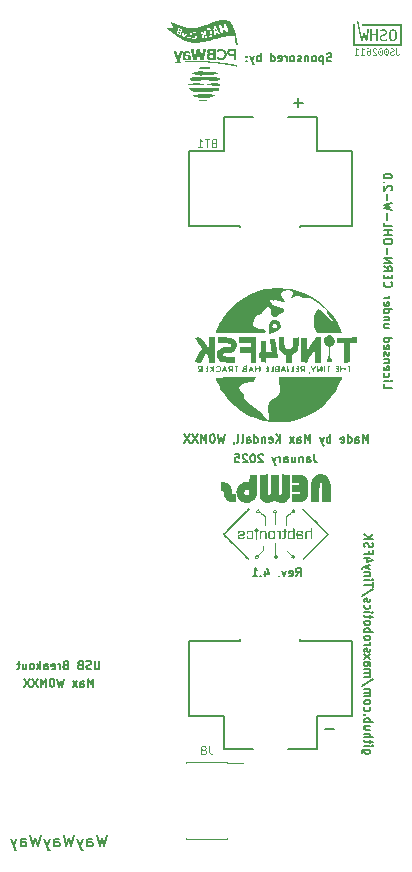
<source format=gbr>
%TF.GenerationSoftware,KiCad,Pcbnew,8.0.8*%
%TF.CreationDate,2025-05-28T20:16:55-04:00*%
%TF.ProjectId,Tiny4FSK,54696e79-3446-4534-9b2e-6b696361645f,rev?*%
%TF.SameCoordinates,Original*%
%TF.FileFunction,Legend,Bot*%
%TF.FilePolarity,Positive*%
%FSLAX46Y46*%
G04 Gerber Fmt 4.6, Leading zero omitted, Abs format (unit mm)*
G04 Created by KiCad (PCBNEW 8.0.8) date 2025-05-28 20:16:55*
%MOMM*%
%LPD*%
G01*
G04 APERTURE LIST*
%ADD10C,0.150000*%
%ADD11C,0.175000*%
%ADD12C,0.100000*%
%ADD13C,0.000000*%
%ADD14C,0.127000*%
%ADD15C,0.120000*%
G04 APERTURE END LIST*
D10*
X155367982Y-41173200D02*
X155267982Y-41206533D01*
X155267982Y-41206533D02*
X155101316Y-41206533D01*
X155101316Y-41206533D02*
X155034649Y-41173200D01*
X155034649Y-41173200D02*
X155001316Y-41139866D01*
X155001316Y-41139866D02*
X154967982Y-41073200D01*
X154967982Y-41073200D02*
X154967982Y-41006533D01*
X154967982Y-41006533D02*
X155001316Y-40939866D01*
X155001316Y-40939866D02*
X155034649Y-40906533D01*
X155034649Y-40906533D02*
X155101316Y-40873200D01*
X155101316Y-40873200D02*
X155234649Y-40839866D01*
X155234649Y-40839866D02*
X155301316Y-40806533D01*
X155301316Y-40806533D02*
X155334649Y-40773200D01*
X155334649Y-40773200D02*
X155367982Y-40706533D01*
X155367982Y-40706533D02*
X155367982Y-40639866D01*
X155367982Y-40639866D02*
X155334649Y-40573200D01*
X155334649Y-40573200D02*
X155301316Y-40539866D01*
X155301316Y-40539866D02*
X155234649Y-40506533D01*
X155234649Y-40506533D02*
X155067982Y-40506533D01*
X155067982Y-40506533D02*
X154967982Y-40539866D01*
X154667982Y-40739866D02*
X154667982Y-41439866D01*
X154667982Y-40773200D02*
X154601315Y-40739866D01*
X154601315Y-40739866D02*
X154467982Y-40739866D01*
X154467982Y-40739866D02*
X154401315Y-40773200D01*
X154401315Y-40773200D02*
X154367982Y-40806533D01*
X154367982Y-40806533D02*
X154334649Y-40873200D01*
X154334649Y-40873200D02*
X154334649Y-41073200D01*
X154334649Y-41073200D02*
X154367982Y-41139866D01*
X154367982Y-41139866D02*
X154401315Y-41173200D01*
X154401315Y-41173200D02*
X154467982Y-41206533D01*
X154467982Y-41206533D02*
X154601315Y-41206533D01*
X154601315Y-41206533D02*
X154667982Y-41173200D01*
X153934649Y-41206533D02*
X154001316Y-41173200D01*
X154001316Y-41173200D02*
X154034649Y-41139866D01*
X154034649Y-41139866D02*
X154067982Y-41073200D01*
X154067982Y-41073200D02*
X154067982Y-40873200D01*
X154067982Y-40873200D02*
X154034649Y-40806533D01*
X154034649Y-40806533D02*
X154001316Y-40773200D01*
X154001316Y-40773200D02*
X153934649Y-40739866D01*
X153934649Y-40739866D02*
X153834649Y-40739866D01*
X153834649Y-40739866D02*
X153767982Y-40773200D01*
X153767982Y-40773200D02*
X153734649Y-40806533D01*
X153734649Y-40806533D02*
X153701316Y-40873200D01*
X153701316Y-40873200D02*
X153701316Y-41073200D01*
X153701316Y-41073200D02*
X153734649Y-41139866D01*
X153734649Y-41139866D02*
X153767982Y-41173200D01*
X153767982Y-41173200D02*
X153834649Y-41206533D01*
X153834649Y-41206533D02*
X153934649Y-41206533D01*
X153401316Y-40739866D02*
X153401316Y-41206533D01*
X153401316Y-40806533D02*
X153367983Y-40773200D01*
X153367983Y-40773200D02*
X153301316Y-40739866D01*
X153301316Y-40739866D02*
X153201316Y-40739866D01*
X153201316Y-40739866D02*
X153134649Y-40773200D01*
X153134649Y-40773200D02*
X153101316Y-40839866D01*
X153101316Y-40839866D02*
X153101316Y-41206533D01*
X152801316Y-41173200D02*
X152734650Y-41206533D01*
X152734650Y-41206533D02*
X152601316Y-41206533D01*
X152601316Y-41206533D02*
X152534650Y-41173200D01*
X152534650Y-41173200D02*
X152501316Y-41106533D01*
X152501316Y-41106533D02*
X152501316Y-41073200D01*
X152501316Y-41073200D02*
X152534650Y-41006533D01*
X152534650Y-41006533D02*
X152601316Y-40973200D01*
X152601316Y-40973200D02*
X152701316Y-40973200D01*
X152701316Y-40973200D02*
X152767983Y-40939866D01*
X152767983Y-40939866D02*
X152801316Y-40873200D01*
X152801316Y-40873200D02*
X152801316Y-40839866D01*
X152801316Y-40839866D02*
X152767983Y-40773200D01*
X152767983Y-40773200D02*
X152701316Y-40739866D01*
X152701316Y-40739866D02*
X152601316Y-40739866D01*
X152601316Y-40739866D02*
X152534650Y-40773200D01*
X152101316Y-41206533D02*
X152167983Y-41173200D01*
X152167983Y-41173200D02*
X152201316Y-41139866D01*
X152201316Y-41139866D02*
X152234649Y-41073200D01*
X152234649Y-41073200D02*
X152234649Y-40873200D01*
X152234649Y-40873200D02*
X152201316Y-40806533D01*
X152201316Y-40806533D02*
X152167983Y-40773200D01*
X152167983Y-40773200D02*
X152101316Y-40739866D01*
X152101316Y-40739866D02*
X152001316Y-40739866D01*
X152001316Y-40739866D02*
X151934649Y-40773200D01*
X151934649Y-40773200D02*
X151901316Y-40806533D01*
X151901316Y-40806533D02*
X151867983Y-40873200D01*
X151867983Y-40873200D02*
X151867983Y-41073200D01*
X151867983Y-41073200D02*
X151901316Y-41139866D01*
X151901316Y-41139866D02*
X151934649Y-41173200D01*
X151934649Y-41173200D02*
X152001316Y-41206533D01*
X152001316Y-41206533D02*
X152101316Y-41206533D01*
X151567983Y-41206533D02*
X151567983Y-40739866D01*
X151567983Y-40873200D02*
X151534650Y-40806533D01*
X151534650Y-40806533D02*
X151501316Y-40773200D01*
X151501316Y-40773200D02*
X151434650Y-40739866D01*
X151434650Y-40739866D02*
X151367983Y-40739866D01*
X150867983Y-41173200D02*
X150934650Y-41206533D01*
X150934650Y-41206533D02*
X151067983Y-41206533D01*
X151067983Y-41206533D02*
X151134650Y-41173200D01*
X151134650Y-41173200D02*
X151167983Y-41106533D01*
X151167983Y-41106533D02*
X151167983Y-40839866D01*
X151167983Y-40839866D02*
X151134650Y-40773200D01*
X151134650Y-40773200D02*
X151067983Y-40739866D01*
X151067983Y-40739866D02*
X150934650Y-40739866D01*
X150934650Y-40739866D02*
X150867983Y-40773200D01*
X150867983Y-40773200D02*
X150834650Y-40839866D01*
X150834650Y-40839866D02*
X150834650Y-40906533D01*
X150834650Y-40906533D02*
X151167983Y-40973200D01*
X150234650Y-41206533D02*
X150234650Y-40506533D01*
X150234650Y-41173200D02*
X150301317Y-41206533D01*
X150301317Y-41206533D02*
X150434650Y-41206533D01*
X150434650Y-41206533D02*
X150501317Y-41173200D01*
X150501317Y-41173200D02*
X150534650Y-41139866D01*
X150534650Y-41139866D02*
X150567983Y-41073200D01*
X150567983Y-41073200D02*
X150567983Y-40873200D01*
X150567983Y-40873200D02*
X150534650Y-40806533D01*
X150534650Y-40806533D02*
X150501317Y-40773200D01*
X150501317Y-40773200D02*
X150434650Y-40739866D01*
X150434650Y-40739866D02*
X150301317Y-40739866D01*
X150301317Y-40739866D02*
X150234650Y-40773200D01*
X149367984Y-41206533D02*
X149367984Y-40506533D01*
X149367984Y-40773200D02*
X149301317Y-40739866D01*
X149301317Y-40739866D02*
X149167984Y-40739866D01*
X149167984Y-40739866D02*
X149101317Y-40773200D01*
X149101317Y-40773200D02*
X149067984Y-40806533D01*
X149067984Y-40806533D02*
X149034651Y-40873200D01*
X149034651Y-40873200D02*
X149034651Y-41073200D01*
X149034651Y-41073200D02*
X149067984Y-41139866D01*
X149067984Y-41139866D02*
X149101317Y-41173200D01*
X149101317Y-41173200D02*
X149167984Y-41206533D01*
X149167984Y-41206533D02*
X149301317Y-41206533D01*
X149301317Y-41206533D02*
X149367984Y-41173200D01*
X148801318Y-40739866D02*
X148634651Y-41206533D01*
X148467984Y-40739866D02*
X148634651Y-41206533D01*
X148634651Y-41206533D02*
X148701318Y-41373200D01*
X148701318Y-41373200D02*
X148734651Y-41406533D01*
X148734651Y-41406533D02*
X148801318Y-41439866D01*
X148201318Y-41139866D02*
X148167985Y-41173200D01*
X148167985Y-41173200D02*
X148201318Y-41206533D01*
X148201318Y-41206533D02*
X148234651Y-41173200D01*
X148234651Y-41173200D02*
X148201318Y-41139866D01*
X148201318Y-41139866D02*
X148201318Y-41206533D01*
X148201318Y-40773200D02*
X148167985Y-40806533D01*
X148167985Y-40806533D02*
X148201318Y-40839866D01*
X148201318Y-40839866D02*
X148234651Y-40806533D01*
X148234651Y-40806533D02*
X148201318Y-40773200D01*
X148201318Y-40773200D02*
X148201318Y-40839866D01*
D11*
X158491391Y-73495597D02*
X158491391Y-72795597D01*
X158491391Y-72795597D02*
X158258058Y-73295597D01*
X158258058Y-73295597D02*
X158024724Y-72795597D01*
X158024724Y-72795597D02*
X158024724Y-73495597D01*
X157391391Y-73495597D02*
X157391391Y-73128930D01*
X157391391Y-73128930D02*
X157424724Y-73062264D01*
X157424724Y-73062264D02*
X157491391Y-73028930D01*
X157491391Y-73028930D02*
X157624724Y-73028930D01*
X157624724Y-73028930D02*
X157691391Y-73062264D01*
X157391391Y-73462264D02*
X157458058Y-73495597D01*
X157458058Y-73495597D02*
X157624724Y-73495597D01*
X157624724Y-73495597D02*
X157691391Y-73462264D01*
X157691391Y-73462264D02*
X157724724Y-73395597D01*
X157724724Y-73395597D02*
X157724724Y-73328930D01*
X157724724Y-73328930D02*
X157691391Y-73262264D01*
X157691391Y-73262264D02*
X157624724Y-73228930D01*
X157624724Y-73228930D02*
X157458058Y-73228930D01*
X157458058Y-73228930D02*
X157391391Y-73195597D01*
X156758058Y-73495597D02*
X156758058Y-72795597D01*
X156758058Y-73462264D02*
X156824725Y-73495597D01*
X156824725Y-73495597D02*
X156958058Y-73495597D01*
X156958058Y-73495597D02*
X157024725Y-73462264D01*
X157024725Y-73462264D02*
X157058058Y-73428930D01*
X157058058Y-73428930D02*
X157091391Y-73362264D01*
X157091391Y-73362264D02*
X157091391Y-73162264D01*
X157091391Y-73162264D02*
X157058058Y-73095597D01*
X157058058Y-73095597D02*
X157024725Y-73062264D01*
X157024725Y-73062264D02*
X156958058Y-73028930D01*
X156958058Y-73028930D02*
X156824725Y-73028930D01*
X156824725Y-73028930D02*
X156758058Y-73062264D01*
X156158058Y-73462264D02*
X156224725Y-73495597D01*
X156224725Y-73495597D02*
X156358058Y-73495597D01*
X156358058Y-73495597D02*
X156424725Y-73462264D01*
X156424725Y-73462264D02*
X156458058Y-73395597D01*
X156458058Y-73395597D02*
X156458058Y-73128930D01*
X156458058Y-73128930D02*
X156424725Y-73062264D01*
X156424725Y-73062264D02*
X156358058Y-73028930D01*
X156358058Y-73028930D02*
X156224725Y-73028930D01*
X156224725Y-73028930D02*
X156158058Y-73062264D01*
X156158058Y-73062264D02*
X156124725Y-73128930D01*
X156124725Y-73128930D02*
X156124725Y-73195597D01*
X156124725Y-73195597D02*
X156458058Y-73262264D01*
X155291392Y-73495597D02*
X155291392Y-72795597D01*
X155291392Y-73062264D02*
X155224725Y-73028930D01*
X155224725Y-73028930D02*
X155091392Y-73028930D01*
X155091392Y-73028930D02*
X155024725Y-73062264D01*
X155024725Y-73062264D02*
X154991392Y-73095597D01*
X154991392Y-73095597D02*
X154958059Y-73162264D01*
X154958059Y-73162264D02*
X154958059Y-73362264D01*
X154958059Y-73362264D02*
X154991392Y-73428930D01*
X154991392Y-73428930D02*
X155024725Y-73462264D01*
X155024725Y-73462264D02*
X155091392Y-73495597D01*
X155091392Y-73495597D02*
X155224725Y-73495597D01*
X155224725Y-73495597D02*
X155291392Y-73462264D01*
X154724726Y-73028930D02*
X154558059Y-73495597D01*
X154391392Y-73028930D02*
X154558059Y-73495597D01*
X154558059Y-73495597D02*
X154624726Y-73662264D01*
X154624726Y-73662264D02*
X154658059Y-73695597D01*
X154658059Y-73695597D02*
X154724726Y-73728930D01*
X153591393Y-73495597D02*
X153591393Y-72795597D01*
X153591393Y-72795597D02*
X153358060Y-73295597D01*
X153358060Y-73295597D02*
X153124726Y-72795597D01*
X153124726Y-72795597D02*
X153124726Y-73495597D01*
X152491393Y-73495597D02*
X152491393Y-73128930D01*
X152491393Y-73128930D02*
X152524726Y-73062264D01*
X152524726Y-73062264D02*
X152591393Y-73028930D01*
X152591393Y-73028930D02*
X152724726Y-73028930D01*
X152724726Y-73028930D02*
X152791393Y-73062264D01*
X152491393Y-73462264D02*
X152558060Y-73495597D01*
X152558060Y-73495597D02*
X152724726Y-73495597D01*
X152724726Y-73495597D02*
X152791393Y-73462264D01*
X152791393Y-73462264D02*
X152824726Y-73395597D01*
X152824726Y-73395597D02*
X152824726Y-73328930D01*
X152824726Y-73328930D02*
X152791393Y-73262264D01*
X152791393Y-73262264D02*
X152724726Y-73228930D01*
X152724726Y-73228930D02*
X152558060Y-73228930D01*
X152558060Y-73228930D02*
X152491393Y-73195597D01*
X152224727Y-73495597D02*
X151858060Y-73028930D01*
X152224727Y-73028930D02*
X151858060Y-73495597D01*
X151058060Y-73495597D02*
X151058060Y-72795597D01*
X150658060Y-73495597D02*
X150958060Y-73095597D01*
X150658060Y-72795597D02*
X151058060Y-73195597D01*
X150091393Y-73462264D02*
X150158060Y-73495597D01*
X150158060Y-73495597D02*
X150291393Y-73495597D01*
X150291393Y-73495597D02*
X150358060Y-73462264D01*
X150358060Y-73462264D02*
X150391393Y-73395597D01*
X150391393Y-73395597D02*
X150391393Y-73128930D01*
X150391393Y-73128930D02*
X150358060Y-73062264D01*
X150358060Y-73062264D02*
X150291393Y-73028930D01*
X150291393Y-73028930D02*
X150158060Y-73028930D01*
X150158060Y-73028930D02*
X150091393Y-73062264D01*
X150091393Y-73062264D02*
X150058060Y-73128930D01*
X150058060Y-73128930D02*
X150058060Y-73195597D01*
X150058060Y-73195597D02*
X150391393Y-73262264D01*
X149758060Y-73028930D02*
X149758060Y-73495597D01*
X149758060Y-73095597D02*
X149724727Y-73062264D01*
X149724727Y-73062264D02*
X149658060Y-73028930D01*
X149658060Y-73028930D02*
X149558060Y-73028930D01*
X149558060Y-73028930D02*
X149491393Y-73062264D01*
X149491393Y-73062264D02*
X149458060Y-73128930D01*
X149458060Y-73128930D02*
X149458060Y-73495597D01*
X148824727Y-73495597D02*
X148824727Y-72795597D01*
X148824727Y-73462264D02*
X148891394Y-73495597D01*
X148891394Y-73495597D02*
X149024727Y-73495597D01*
X149024727Y-73495597D02*
X149091394Y-73462264D01*
X149091394Y-73462264D02*
X149124727Y-73428930D01*
X149124727Y-73428930D02*
X149158060Y-73362264D01*
X149158060Y-73362264D02*
X149158060Y-73162264D01*
X149158060Y-73162264D02*
X149124727Y-73095597D01*
X149124727Y-73095597D02*
X149091394Y-73062264D01*
X149091394Y-73062264D02*
X149024727Y-73028930D01*
X149024727Y-73028930D02*
X148891394Y-73028930D01*
X148891394Y-73028930D02*
X148824727Y-73062264D01*
X148191394Y-73495597D02*
X148191394Y-73128930D01*
X148191394Y-73128930D02*
X148224727Y-73062264D01*
X148224727Y-73062264D02*
X148291394Y-73028930D01*
X148291394Y-73028930D02*
X148424727Y-73028930D01*
X148424727Y-73028930D02*
X148491394Y-73062264D01*
X148191394Y-73462264D02*
X148258061Y-73495597D01*
X148258061Y-73495597D02*
X148424727Y-73495597D01*
X148424727Y-73495597D02*
X148491394Y-73462264D01*
X148491394Y-73462264D02*
X148524727Y-73395597D01*
X148524727Y-73395597D02*
X148524727Y-73328930D01*
X148524727Y-73328930D02*
X148491394Y-73262264D01*
X148491394Y-73262264D02*
X148424727Y-73228930D01*
X148424727Y-73228930D02*
X148258061Y-73228930D01*
X148258061Y-73228930D02*
X148191394Y-73195597D01*
X147758061Y-73495597D02*
X147824728Y-73462264D01*
X147824728Y-73462264D02*
X147858061Y-73395597D01*
X147858061Y-73395597D02*
X147858061Y-72795597D01*
X147391394Y-73495597D02*
X147458061Y-73462264D01*
X147458061Y-73462264D02*
X147491394Y-73395597D01*
X147491394Y-73395597D02*
X147491394Y-72795597D01*
X147091394Y-73462264D02*
X147091394Y-73495597D01*
X147091394Y-73495597D02*
X147124727Y-73562264D01*
X147124727Y-73562264D02*
X147158060Y-73595597D01*
X146324728Y-72795597D02*
X146158061Y-73495597D01*
X146158061Y-73495597D02*
X146024728Y-72995597D01*
X146024728Y-72995597D02*
X145891394Y-73495597D01*
X145891394Y-73495597D02*
X145724728Y-72795597D01*
X145324728Y-72795597D02*
X145258061Y-72795597D01*
X145258061Y-72795597D02*
X145191394Y-72828930D01*
X145191394Y-72828930D02*
X145158061Y-72862264D01*
X145158061Y-72862264D02*
X145124728Y-72928930D01*
X145124728Y-72928930D02*
X145091394Y-73062264D01*
X145091394Y-73062264D02*
X145091394Y-73228930D01*
X145091394Y-73228930D02*
X145124728Y-73362264D01*
X145124728Y-73362264D02*
X145158061Y-73428930D01*
X145158061Y-73428930D02*
X145191394Y-73462264D01*
X145191394Y-73462264D02*
X145258061Y-73495597D01*
X145258061Y-73495597D02*
X145324728Y-73495597D01*
X145324728Y-73495597D02*
X145391394Y-73462264D01*
X145391394Y-73462264D02*
X145424728Y-73428930D01*
X145424728Y-73428930D02*
X145458061Y-73362264D01*
X145458061Y-73362264D02*
X145491394Y-73228930D01*
X145491394Y-73228930D02*
X145491394Y-73062264D01*
X145491394Y-73062264D02*
X145458061Y-72928930D01*
X145458061Y-72928930D02*
X145424728Y-72862264D01*
X145424728Y-72862264D02*
X145391394Y-72828930D01*
X145391394Y-72828930D02*
X145324728Y-72795597D01*
X144791394Y-73495597D02*
X144791394Y-72795597D01*
X144791394Y-72795597D02*
X144558061Y-73295597D01*
X144558061Y-73295597D02*
X144324727Y-72795597D01*
X144324727Y-72795597D02*
X144324727Y-73495597D01*
X144058061Y-72795597D02*
X143591394Y-73495597D01*
X143591394Y-72795597D02*
X144058061Y-73495597D01*
X143391394Y-72795597D02*
X142924727Y-73495597D01*
X142924727Y-72795597D02*
X143391394Y-73495597D01*
X158627834Y-99489446D02*
X158061167Y-99489446D01*
X158061167Y-99489446D02*
X157994501Y-99522779D01*
X157994501Y-99522779D02*
X157961167Y-99556113D01*
X157961167Y-99556113D02*
X157927834Y-99622779D01*
X157927834Y-99622779D02*
X157927834Y-99722779D01*
X157927834Y-99722779D02*
X157961167Y-99789446D01*
X158194501Y-99489446D02*
X158161167Y-99556113D01*
X158161167Y-99556113D02*
X158161167Y-99689446D01*
X158161167Y-99689446D02*
X158194501Y-99756113D01*
X158194501Y-99756113D02*
X158227834Y-99789446D01*
X158227834Y-99789446D02*
X158294501Y-99822779D01*
X158294501Y-99822779D02*
X158494501Y-99822779D01*
X158494501Y-99822779D02*
X158561167Y-99789446D01*
X158561167Y-99789446D02*
X158594501Y-99756113D01*
X158594501Y-99756113D02*
X158627834Y-99689446D01*
X158627834Y-99689446D02*
X158627834Y-99556113D01*
X158627834Y-99556113D02*
X158594501Y-99489446D01*
X158161167Y-99156113D02*
X158627834Y-99156113D01*
X158861167Y-99156113D02*
X158827834Y-99189446D01*
X158827834Y-99189446D02*
X158794501Y-99156113D01*
X158794501Y-99156113D02*
X158827834Y-99122780D01*
X158827834Y-99122780D02*
X158861167Y-99156113D01*
X158861167Y-99156113D02*
X158794501Y-99156113D01*
X158627834Y-98922780D02*
X158627834Y-98656113D01*
X158861167Y-98822780D02*
X158261167Y-98822780D01*
X158261167Y-98822780D02*
X158194501Y-98789447D01*
X158194501Y-98789447D02*
X158161167Y-98722780D01*
X158161167Y-98722780D02*
X158161167Y-98656113D01*
X158161167Y-98422780D02*
X158861167Y-98422780D01*
X158161167Y-98122780D02*
X158527834Y-98122780D01*
X158527834Y-98122780D02*
X158594501Y-98156113D01*
X158594501Y-98156113D02*
X158627834Y-98222780D01*
X158627834Y-98222780D02*
X158627834Y-98322780D01*
X158627834Y-98322780D02*
X158594501Y-98389447D01*
X158594501Y-98389447D02*
X158561167Y-98422780D01*
X158627834Y-97489447D02*
X158161167Y-97489447D01*
X158627834Y-97789447D02*
X158261167Y-97789447D01*
X158261167Y-97789447D02*
X158194501Y-97756114D01*
X158194501Y-97756114D02*
X158161167Y-97689447D01*
X158161167Y-97689447D02*
X158161167Y-97589447D01*
X158161167Y-97589447D02*
X158194501Y-97522780D01*
X158194501Y-97522780D02*
X158227834Y-97489447D01*
X158161167Y-97156114D02*
X158861167Y-97156114D01*
X158594501Y-97156114D02*
X158627834Y-97089447D01*
X158627834Y-97089447D02*
X158627834Y-96956114D01*
X158627834Y-96956114D02*
X158594501Y-96889447D01*
X158594501Y-96889447D02*
X158561167Y-96856114D01*
X158561167Y-96856114D02*
X158494501Y-96822781D01*
X158494501Y-96822781D02*
X158294501Y-96822781D01*
X158294501Y-96822781D02*
X158227834Y-96856114D01*
X158227834Y-96856114D02*
X158194501Y-96889447D01*
X158194501Y-96889447D02*
X158161167Y-96956114D01*
X158161167Y-96956114D02*
X158161167Y-97089447D01*
X158161167Y-97089447D02*
X158194501Y-97156114D01*
X158227834Y-96522781D02*
X158194501Y-96489448D01*
X158194501Y-96489448D02*
X158161167Y-96522781D01*
X158161167Y-96522781D02*
X158194501Y-96556114D01*
X158194501Y-96556114D02*
X158227834Y-96522781D01*
X158227834Y-96522781D02*
X158161167Y-96522781D01*
X158194501Y-95889448D02*
X158161167Y-95956115D01*
X158161167Y-95956115D02*
X158161167Y-96089448D01*
X158161167Y-96089448D02*
X158194501Y-96156115D01*
X158194501Y-96156115D02*
X158227834Y-96189448D01*
X158227834Y-96189448D02*
X158294501Y-96222781D01*
X158294501Y-96222781D02*
X158494501Y-96222781D01*
X158494501Y-96222781D02*
X158561167Y-96189448D01*
X158561167Y-96189448D02*
X158594501Y-96156115D01*
X158594501Y-96156115D02*
X158627834Y-96089448D01*
X158627834Y-96089448D02*
X158627834Y-95956115D01*
X158627834Y-95956115D02*
X158594501Y-95889448D01*
X158161167Y-95489448D02*
X158194501Y-95556115D01*
X158194501Y-95556115D02*
X158227834Y-95589448D01*
X158227834Y-95589448D02*
X158294501Y-95622781D01*
X158294501Y-95622781D02*
X158494501Y-95622781D01*
X158494501Y-95622781D02*
X158561167Y-95589448D01*
X158561167Y-95589448D02*
X158594501Y-95556115D01*
X158594501Y-95556115D02*
X158627834Y-95489448D01*
X158627834Y-95489448D02*
X158627834Y-95389448D01*
X158627834Y-95389448D02*
X158594501Y-95322781D01*
X158594501Y-95322781D02*
X158561167Y-95289448D01*
X158561167Y-95289448D02*
X158494501Y-95256115D01*
X158494501Y-95256115D02*
X158294501Y-95256115D01*
X158294501Y-95256115D02*
X158227834Y-95289448D01*
X158227834Y-95289448D02*
X158194501Y-95322781D01*
X158194501Y-95322781D02*
X158161167Y-95389448D01*
X158161167Y-95389448D02*
X158161167Y-95489448D01*
X158161167Y-94956115D02*
X158627834Y-94956115D01*
X158561167Y-94956115D02*
X158594501Y-94922782D01*
X158594501Y-94922782D02*
X158627834Y-94856115D01*
X158627834Y-94856115D02*
X158627834Y-94756115D01*
X158627834Y-94756115D02*
X158594501Y-94689448D01*
X158594501Y-94689448D02*
X158527834Y-94656115D01*
X158527834Y-94656115D02*
X158161167Y-94656115D01*
X158527834Y-94656115D02*
X158594501Y-94622782D01*
X158594501Y-94622782D02*
X158627834Y-94556115D01*
X158627834Y-94556115D02*
X158627834Y-94456115D01*
X158627834Y-94456115D02*
X158594501Y-94389448D01*
X158594501Y-94389448D02*
X158527834Y-94356115D01*
X158527834Y-94356115D02*
X158161167Y-94356115D01*
X158894501Y-93522782D02*
X157994501Y-94122782D01*
X158161167Y-93289449D02*
X158627834Y-93289449D01*
X158561167Y-93289449D02*
X158594501Y-93256116D01*
X158594501Y-93256116D02*
X158627834Y-93189449D01*
X158627834Y-93189449D02*
X158627834Y-93089449D01*
X158627834Y-93089449D02*
X158594501Y-93022782D01*
X158594501Y-93022782D02*
X158527834Y-92989449D01*
X158527834Y-92989449D02*
X158161167Y-92989449D01*
X158527834Y-92989449D02*
X158594501Y-92956116D01*
X158594501Y-92956116D02*
X158627834Y-92889449D01*
X158627834Y-92889449D02*
X158627834Y-92789449D01*
X158627834Y-92789449D02*
X158594501Y-92722782D01*
X158594501Y-92722782D02*
X158527834Y-92689449D01*
X158527834Y-92689449D02*
X158161167Y-92689449D01*
X158161167Y-92056116D02*
X158527834Y-92056116D01*
X158527834Y-92056116D02*
X158594501Y-92089449D01*
X158594501Y-92089449D02*
X158627834Y-92156116D01*
X158627834Y-92156116D02*
X158627834Y-92289449D01*
X158627834Y-92289449D02*
X158594501Y-92356116D01*
X158194501Y-92056116D02*
X158161167Y-92122783D01*
X158161167Y-92122783D02*
X158161167Y-92289449D01*
X158161167Y-92289449D02*
X158194501Y-92356116D01*
X158194501Y-92356116D02*
X158261167Y-92389449D01*
X158261167Y-92389449D02*
X158327834Y-92389449D01*
X158327834Y-92389449D02*
X158394501Y-92356116D01*
X158394501Y-92356116D02*
X158427834Y-92289449D01*
X158427834Y-92289449D02*
X158427834Y-92122783D01*
X158427834Y-92122783D02*
X158461167Y-92056116D01*
X158161167Y-91789450D02*
X158627834Y-91422783D01*
X158627834Y-91789450D02*
X158161167Y-91422783D01*
X158194501Y-91189449D02*
X158161167Y-91122783D01*
X158161167Y-91122783D02*
X158161167Y-90989449D01*
X158161167Y-90989449D02*
X158194501Y-90922783D01*
X158194501Y-90922783D02*
X158261167Y-90889449D01*
X158261167Y-90889449D02*
X158294501Y-90889449D01*
X158294501Y-90889449D02*
X158361167Y-90922783D01*
X158361167Y-90922783D02*
X158394501Y-90989449D01*
X158394501Y-90989449D02*
X158394501Y-91089449D01*
X158394501Y-91089449D02*
X158427834Y-91156116D01*
X158427834Y-91156116D02*
X158494501Y-91189449D01*
X158494501Y-91189449D02*
X158527834Y-91189449D01*
X158527834Y-91189449D02*
X158594501Y-91156116D01*
X158594501Y-91156116D02*
X158627834Y-91089449D01*
X158627834Y-91089449D02*
X158627834Y-90989449D01*
X158627834Y-90989449D02*
X158594501Y-90922783D01*
X158161167Y-90589449D02*
X158627834Y-90589449D01*
X158494501Y-90589449D02*
X158561167Y-90556116D01*
X158561167Y-90556116D02*
X158594501Y-90522782D01*
X158594501Y-90522782D02*
X158627834Y-90456116D01*
X158627834Y-90456116D02*
X158627834Y-90389449D01*
X158161167Y-90056116D02*
X158194501Y-90122783D01*
X158194501Y-90122783D02*
X158227834Y-90156116D01*
X158227834Y-90156116D02*
X158294501Y-90189449D01*
X158294501Y-90189449D02*
X158494501Y-90189449D01*
X158494501Y-90189449D02*
X158561167Y-90156116D01*
X158561167Y-90156116D02*
X158594501Y-90122783D01*
X158594501Y-90122783D02*
X158627834Y-90056116D01*
X158627834Y-90056116D02*
X158627834Y-89956116D01*
X158627834Y-89956116D02*
X158594501Y-89889449D01*
X158594501Y-89889449D02*
X158561167Y-89856116D01*
X158561167Y-89856116D02*
X158494501Y-89822783D01*
X158494501Y-89822783D02*
X158294501Y-89822783D01*
X158294501Y-89822783D02*
X158227834Y-89856116D01*
X158227834Y-89856116D02*
X158194501Y-89889449D01*
X158194501Y-89889449D02*
X158161167Y-89956116D01*
X158161167Y-89956116D02*
X158161167Y-90056116D01*
X158161167Y-89522783D02*
X158861167Y-89522783D01*
X158594501Y-89522783D02*
X158627834Y-89456116D01*
X158627834Y-89456116D02*
X158627834Y-89322783D01*
X158627834Y-89322783D02*
X158594501Y-89256116D01*
X158594501Y-89256116D02*
X158561167Y-89222783D01*
X158561167Y-89222783D02*
X158494501Y-89189450D01*
X158494501Y-89189450D02*
X158294501Y-89189450D01*
X158294501Y-89189450D02*
X158227834Y-89222783D01*
X158227834Y-89222783D02*
X158194501Y-89256116D01*
X158194501Y-89256116D02*
X158161167Y-89322783D01*
X158161167Y-89322783D02*
X158161167Y-89456116D01*
X158161167Y-89456116D02*
X158194501Y-89522783D01*
X158161167Y-88789450D02*
X158194501Y-88856117D01*
X158194501Y-88856117D02*
X158227834Y-88889450D01*
X158227834Y-88889450D02*
X158294501Y-88922783D01*
X158294501Y-88922783D02*
X158494501Y-88922783D01*
X158494501Y-88922783D02*
X158561167Y-88889450D01*
X158561167Y-88889450D02*
X158594501Y-88856117D01*
X158594501Y-88856117D02*
X158627834Y-88789450D01*
X158627834Y-88789450D02*
X158627834Y-88689450D01*
X158627834Y-88689450D02*
X158594501Y-88622783D01*
X158594501Y-88622783D02*
X158561167Y-88589450D01*
X158561167Y-88589450D02*
X158494501Y-88556117D01*
X158494501Y-88556117D02*
X158294501Y-88556117D01*
X158294501Y-88556117D02*
X158227834Y-88589450D01*
X158227834Y-88589450D02*
X158194501Y-88622783D01*
X158194501Y-88622783D02*
X158161167Y-88689450D01*
X158161167Y-88689450D02*
X158161167Y-88789450D01*
X158627834Y-88356117D02*
X158627834Y-88089450D01*
X158861167Y-88256117D02*
X158261167Y-88256117D01*
X158261167Y-88256117D02*
X158194501Y-88222784D01*
X158194501Y-88222784D02*
X158161167Y-88156117D01*
X158161167Y-88156117D02*
X158161167Y-88089450D01*
X158161167Y-87856117D02*
X158627834Y-87856117D01*
X158861167Y-87856117D02*
X158827834Y-87889450D01*
X158827834Y-87889450D02*
X158794501Y-87856117D01*
X158794501Y-87856117D02*
X158827834Y-87822784D01*
X158827834Y-87822784D02*
X158861167Y-87856117D01*
X158861167Y-87856117D02*
X158794501Y-87856117D01*
X158194501Y-87222784D02*
X158161167Y-87289451D01*
X158161167Y-87289451D02*
X158161167Y-87422784D01*
X158161167Y-87422784D02*
X158194501Y-87489451D01*
X158194501Y-87489451D02*
X158227834Y-87522784D01*
X158227834Y-87522784D02*
X158294501Y-87556117D01*
X158294501Y-87556117D02*
X158494501Y-87556117D01*
X158494501Y-87556117D02*
X158561167Y-87522784D01*
X158561167Y-87522784D02*
X158594501Y-87489451D01*
X158594501Y-87489451D02*
X158627834Y-87422784D01*
X158627834Y-87422784D02*
X158627834Y-87289451D01*
X158627834Y-87289451D02*
X158594501Y-87222784D01*
X158194501Y-86956117D02*
X158161167Y-86889451D01*
X158161167Y-86889451D02*
X158161167Y-86756117D01*
X158161167Y-86756117D02*
X158194501Y-86689451D01*
X158194501Y-86689451D02*
X158261167Y-86656117D01*
X158261167Y-86656117D02*
X158294501Y-86656117D01*
X158294501Y-86656117D02*
X158361167Y-86689451D01*
X158361167Y-86689451D02*
X158394501Y-86756117D01*
X158394501Y-86756117D02*
X158394501Y-86856117D01*
X158394501Y-86856117D02*
X158427834Y-86922784D01*
X158427834Y-86922784D02*
X158494501Y-86956117D01*
X158494501Y-86956117D02*
X158527834Y-86956117D01*
X158527834Y-86956117D02*
X158594501Y-86922784D01*
X158594501Y-86922784D02*
X158627834Y-86856117D01*
X158627834Y-86856117D02*
X158627834Y-86756117D01*
X158627834Y-86756117D02*
X158594501Y-86689451D01*
X158894501Y-85856117D02*
X157994501Y-86456117D01*
X158861167Y-85722784D02*
X158861167Y-85322784D01*
X158161167Y-85522784D02*
X158861167Y-85522784D01*
X158161167Y-85089451D02*
X158627834Y-85089451D01*
X158861167Y-85089451D02*
X158827834Y-85122784D01*
X158827834Y-85122784D02*
X158794501Y-85089451D01*
X158794501Y-85089451D02*
X158827834Y-85056118D01*
X158827834Y-85056118D02*
X158861167Y-85089451D01*
X158861167Y-85089451D02*
X158794501Y-85089451D01*
X158627834Y-84756118D02*
X158161167Y-84756118D01*
X158561167Y-84756118D02*
X158594501Y-84722785D01*
X158594501Y-84722785D02*
X158627834Y-84656118D01*
X158627834Y-84656118D02*
X158627834Y-84556118D01*
X158627834Y-84556118D02*
X158594501Y-84489451D01*
X158594501Y-84489451D02*
X158527834Y-84456118D01*
X158527834Y-84456118D02*
X158161167Y-84456118D01*
X158627834Y-84189452D02*
X158161167Y-84022785D01*
X158627834Y-83856118D02*
X158161167Y-84022785D01*
X158161167Y-84022785D02*
X157994501Y-84089452D01*
X157994501Y-84089452D02*
X157961167Y-84122785D01*
X157961167Y-84122785D02*
X157927834Y-84189452D01*
X158627834Y-83289452D02*
X158161167Y-83289452D01*
X158894501Y-83456119D02*
X158394501Y-83622785D01*
X158394501Y-83622785D02*
X158394501Y-83189452D01*
X158527834Y-82689452D02*
X158527834Y-82922785D01*
X158161167Y-82922785D02*
X158861167Y-82922785D01*
X158861167Y-82922785D02*
X158861167Y-82589452D01*
X158194501Y-82356118D02*
X158161167Y-82256118D01*
X158161167Y-82256118D02*
X158161167Y-82089452D01*
X158161167Y-82089452D02*
X158194501Y-82022785D01*
X158194501Y-82022785D02*
X158227834Y-81989452D01*
X158227834Y-81989452D02*
X158294501Y-81956118D01*
X158294501Y-81956118D02*
X158361167Y-81956118D01*
X158361167Y-81956118D02*
X158427834Y-81989452D01*
X158427834Y-81989452D02*
X158461167Y-82022785D01*
X158461167Y-82022785D02*
X158494501Y-82089452D01*
X158494501Y-82089452D02*
X158527834Y-82222785D01*
X158527834Y-82222785D02*
X158561167Y-82289452D01*
X158561167Y-82289452D02*
X158594501Y-82322785D01*
X158594501Y-82322785D02*
X158661167Y-82356118D01*
X158661167Y-82356118D02*
X158727834Y-82356118D01*
X158727834Y-82356118D02*
X158794501Y-82322785D01*
X158794501Y-82322785D02*
X158827834Y-82289452D01*
X158827834Y-82289452D02*
X158861167Y-82222785D01*
X158861167Y-82222785D02*
X158861167Y-82056118D01*
X158861167Y-82056118D02*
X158827834Y-81956118D01*
X158161167Y-81656118D02*
X158861167Y-81656118D01*
X158161167Y-81256118D02*
X158561167Y-81556118D01*
X158861167Y-81256118D02*
X158461167Y-81656118D01*
D10*
X155563220Y-97688866D02*
X154801316Y-97688866D01*
D11*
X152358058Y-84805233D02*
X152591391Y-84471900D01*
X152758058Y-84805233D02*
X152758058Y-84105233D01*
X152758058Y-84105233D02*
X152491391Y-84105233D01*
X152491391Y-84105233D02*
X152424725Y-84138566D01*
X152424725Y-84138566D02*
X152391391Y-84171900D01*
X152391391Y-84171900D02*
X152358058Y-84238566D01*
X152358058Y-84238566D02*
X152358058Y-84338566D01*
X152358058Y-84338566D02*
X152391391Y-84405233D01*
X152391391Y-84405233D02*
X152424725Y-84438566D01*
X152424725Y-84438566D02*
X152491391Y-84471900D01*
X152491391Y-84471900D02*
X152758058Y-84471900D01*
X151791391Y-84771900D02*
X151858058Y-84805233D01*
X151858058Y-84805233D02*
X151991391Y-84805233D01*
X151991391Y-84805233D02*
X152058058Y-84771900D01*
X152058058Y-84771900D02*
X152091391Y-84705233D01*
X152091391Y-84705233D02*
X152091391Y-84438566D01*
X152091391Y-84438566D02*
X152058058Y-84371900D01*
X152058058Y-84371900D02*
X151991391Y-84338566D01*
X151991391Y-84338566D02*
X151858058Y-84338566D01*
X151858058Y-84338566D02*
X151791391Y-84371900D01*
X151791391Y-84371900D02*
X151758058Y-84438566D01*
X151758058Y-84438566D02*
X151758058Y-84505233D01*
X151758058Y-84505233D02*
X152091391Y-84571900D01*
X151524725Y-84338566D02*
X151358058Y-84805233D01*
X151358058Y-84805233D02*
X151191391Y-84338566D01*
X150924725Y-84738566D02*
X150891392Y-84771900D01*
X150891392Y-84771900D02*
X150924725Y-84805233D01*
X150924725Y-84805233D02*
X150958058Y-84771900D01*
X150958058Y-84771900D02*
X150924725Y-84738566D01*
X150924725Y-84738566D02*
X150924725Y-84805233D01*
X149758059Y-84338566D02*
X149758059Y-84805233D01*
X149924726Y-84071900D02*
X150091392Y-84571900D01*
X150091392Y-84571900D02*
X149658059Y-84571900D01*
X149391392Y-84738566D02*
X149358059Y-84771900D01*
X149358059Y-84771900D02*
X149391392Y-84805233D01*
X149391392Y-84805233D02*
X149424725Y-84771900D01*
X149424725Y-84771900D02*
X149391392Y-84738566D01*
X149391392Y-84738566D02*
X149391392Y-84805233D01*
X148691392Y-84805233D02*
X149091392Y-84805233D01*
X148891392Y-84805233D02*
X148891392Y-84105233D01*
X148891392Y-84105233D02*
X148958059Y-84205233D01*
X148958059Y-84205233D02*
X149024726Y-84271900D01*
X149024726Y-84271900D02*
X149091392Y-84305233D01*
X153914022Y-74465233D02*
X153914022Y-74965233D01*
X153914022Y-74965233D02*
X153947355Y-75065233D01*
X153947355Y-75065233D02*
X154014022Y-75131900D01*
X154014022Y-75131900D02*
X154114022Y-75165233D01*
X154114022Y-75165233D02*
X154180689Y-75165233D01*
X153280689Y-75165233D02*
X153280689Y-74798566D01*
X153280689Y-74798566D02*
X153314022Y-74731900D01*
X153314022Y-74731900D02*
X153380689Y-74698566D01*
X153380689Y-74698566D02*
X153514022Y-74698566D01*
X153514022Y-74698566D02*
X153580689Y-74731900D01*
X153280689Y-75131900D02*
X153347356Y-75165233D01*
X153347356Y-75165233D02*
X153514022Y-75165233D01*
X153514022Y-75165233D02*
X153580689Y-75131900D01*
X153580689Y-75131900D02*
X153614022Y-75065233D01*
X153614022Y-75065233D02*
X153614022Y-74998566D01*
X153614022Y-74998566D02*
X153580689Y-74931900D01*
X153580689Y-74931900D02*
X153514022Y-74898566D01*
X153514022Y-74898566D02*
X153347356Y-74898566D01*
X153347356Y-74898566D02*
X153280689Y-74865233D01*
X152947356Y-74698566D02*
X152947356Y-75165233D01*
X152947356Y-74765233D02*
X152914023Y-74731900D01*
X152914023Y-74731900D02*
X152847356Y-74698566D01*
X152847356Y-74698566D02*
X152747356Y-74698566D01*
X152747356Y-74698566D02*
X152680689Y-74731900D01*
X152680689Y-74731900D02*
X152647356Y-74798566D01*
X152647356Y-74798566D02*
X152647356Y-75165233D01*
X152014023Y-74698566D02*
X152014023Y-75165233D01*
X152314023Y-74698566D02*
X152314023Y-75065233D01*
X152314023Y-75065233D02*
X152280690Y-75131900D01*
X152280690Y-75131900D02*
X152214023Y-75165233D01*
X152214023Y-75165233D02*
X152114023Y-75165233D01*
X152114023Y-75165233D02*
X152047356Y-75131900D01*
X152047356Y-75131900D02*
X152014023Y-75098566D01*
X151380690Y-75165233D02*
X151380690Y-74798566D01*
X151380690Y-74798566D02*
X151414023Y-74731900D01*
X151414023Y-74731900D02*
X151480690Y-74698566D01*
X151480690Y-74698566D02*
X151614023Y-74698566D01*
X151614023Y-74698566D02*
X151680690Y-74731900D01*
X151380690Y-75131900D02*
X151447357Y-75165233D01*
X151447357Y-75165233D02*
X151614023Y-75165233D01*
X151614023Y-75165233D02*
X151680690Y-75131900D01*
X151680690Y-75131900D02*
X151714023Y-75065233D01*
X151714023Y-75065233D02*
X151714023Y-74998566D01*
X151714023Y-74998566D02*
X151680690Y-74931900D01*
X151680690Y-74931900D02*
X151614023Y-74898566D01*
X151614023Y-74898566D02*
X151447357Y-74898566D01*
X151447357Y-74898566D02*
X151380690Y-74865233D01*
X151047357Y-75165233D02*
X151047357Y-74698566D01*
X151047357Y-74831900D02*
X151014024Y-74765233D01*
X151014024Y-74765233D02*
X150980690Y-74731900D01*
X150980690Y-74731900D02*
X150914024Y-74698566D01*
X150914024Y-74698566D02*
X150847357Y-74698566D01*
X150680691Y-74698566D02*
X150514024Y-75165233D01*
X150347357Y-74698566D02*
X150514024Y-75165233D01*
X150514024Y-75165233D02*
X150580691Y-75331900D01*
X150580691Y-75331900D02*
X150614024Y-75365233D01*
X150614024Y-75365233D02*
X150680691Y-75398566D01*
X149580691Y-74531900D02*
X149547358Y-74498566D01*
X149547358Y-74498566D02*
X149480691Y-74465233D01*
X149480691Y-74465233D02*
X149314025Y-74465233D01*
X149314025Y-74465233D02*
X149247358Y-74498566D01*
X149247358Y-74498566D02*
X149214025Y-74531900D01*
X149214025Y-74531900D02*
X149180691Y-74598566D01*
X149180691Y-74598566D02*
X149180691Y-74665233D01*
X149180691Y-74665233D02*
X149214025Y-74765233D01*
X149214025Y-74765233D02*
X149614025Y-75165233D01*
X149614025Y-75165233D02*
X149180691Y-75165233D01*
X148747358Y-74465233D02*
X148680691Y-74465233D01*
X148680691Y-74465233D02*
X148614024Y-74498566D01*
X148614024Y-74498566D02*
X148580691Y-74531900D01*
X148580691Y-74531900D02*
X148547358Y-74598566D01*
X148547358Y-74598566D02*
X148514024Y-74731900D01*
X148514024Y-74731900D02*
X148514024Y-74898566D01*
X148514024Y-74898566D02*
X148547358Y-75031900D01*
X148547358Y-75031900D02*
X148580691Y-75098566D01*
X148580691Y-75098566D02*
X148614024Y-75131900D01*
X148614024Y-75131900D02*
X148680691Y-75165233D01*
X148680691Y-75165233D02*
X148747358Y-75165233D01*
X148747358Y-75165233D02*
X148814024Y-75131900D01*
X148814024Y-75131900D02*
X148847358Y-75098566D01*
X148847358Y-75098566D02*
X148880691Y-75031900D01*
X148880691Y-75031900D02*
X148914024Y-74898566D01*
X148914024Y-74898566D02*
X148914024Y-74731900D01*
X148914024Y-74731900D02*
X148880691Y-74598566D01*
X148880691Y-74598566D02*
X148847358Y-74531900D01*
X148847358Y-74531900D02*
X148814024Y-74498566D01*
X148814024Y-74498566D02*
X148747358Y-74465233D01*
X148247357Y-74531900D02*
X148214024Y-74498566D01*
X148214024Y-74498566D02*
X148147357Y-74465233D01*
X148147357Y-74465233D02*
X147980691Y-74465233D01*
X147980691Y-74465233D02*
X147914024Y-74498566D01*
X147914024Y-74498566D02*
X147880691Y-74531900D01*
X147880691Y-74531900D02*
X147847357Y-74598566D01*
X147847357Y-74598566D02*
X147847357Y-74665233D01*
X147847357Y-74665233D02*
X147880691Y-74765233D01*
X147880691Y-74765233D02*
X148280691Y-75165233D01*
X148280691Y-75165233D02*
X147847357Y-75165233D01*
X147214024Y-74465233D02*
X147547357Y-74465233D01*
X147547357Y-74465233D02*
X147580690Y-74798566D01*
X147580690Y-74798566D02*
X147547357Y-74765233D01*
X147547357Y-74765233D02*
X147480690Y-74731900D01*
X147480690Y-74731900D02*
X147314024Y-74731900D01*
X147314024Y-74731900D02*
X147247357Y-74765233D01*
X147247357Y-74765233D02*
X147214024Y-74798566D01*
X147214024Y-74798566D02*
X147180690Y-74865233D01*
X147180690Y-74865233D02*
X147180690Y-75031900D01*
X147180690Y-75031900D02*
X147214024Y-75098566D01*
X147214024Y-75098566D02*
X147247357Y-75131900D01*
X147247357Y-75131900D02*
X147314024Y-75165233D01*
X147314024Y-75165233D02*
X147480690Y-75165233D01*
X147480690Y-75165233D02*
X147547357Y-75131900D01*
X147547357Y-75131900D02*
X147580690Y-75098566D01*
X135218202Y-94155233D02*
X135218202Y-93455233D01*
X135218202Y-93455233D02*
X134984869Y-93955233D01*
X134984869Y-93955233D02*
X134751535Y-93455233D01*
X134751535Y-93455233D02*
X134751535Y-94155233D01*
X134118202Y-94155233D02*
X134118202Y-93788566D01*
X134118202Y-93788566D02*
X134151535Y-93721900D01*
X134151535Y-93721900D02*
X134218202Y-93688566D01*
X134218202Y-93688566D02*
X134351535Y-93688566D01*
X134351535Y-93688566D02*
X134418202Y-93721900D01*
X134118202Y-94121900D02*
X134184869Y-94155233D01*
X134184869Y-94155233D02*
X134351535Y-94155233D01*
X134351535Y-94155233D02*
X134418202Y-94121900D01*
X134418202Y-94121900D02*
X134451535Y-94055233D01*
X134451535Y-94055233D02*
X134451535Y-93988566D01*
X134451535Y-93988566D02*
X134418202Y-93921900D01*
X134418202Y-93921900D02*
X134351535Y-93888566D01*
X134351535Y-93888566D02*
X134184869Y-93888566D01*
X134184869Y-93888566D02*
X134118202Y-93855233D01*
X133851536Y-94155233D02*
X133484869Y-93688566D01*
X133851536Y-93688566D02*
X133484869Y-94155233D01*
X132751536Y-93455233D02*
X132584869Y-94155233D01*
X132584869Y-94155233D02*
X132451536Y-93655233D01*
X132451536Y-93655233D02*
X132318202Y-94155233D01*
X132318202Y-94155233D02*
X132151536Y-93455233D01*
X131751536Y-93455233D02*
X131684869Y-93455233D01*
X131684869Y-93455233D02*
X131618202Y-93488566D01*
X131618202Y-93488566D02*
X131584869Y-93521900D01*
X131584869Y-93521900D02*
X131551536Y-93588566D01*
X131551536Y-93588566D02*
X131518202Y-93721900D01*
X131518202Y-93721900D02*
X131518202Y-93888566D01*
X131518202Y-93888566D02*
X131551536Y-94021900D01*
X131551536Y-94021900D02*
X131584869Y-94088566D01*
X131584869Y-94088566D02*
X131618202Y-94121900D01*
X131618202Y-94121900D02*
X131684869Y-94155233D01*
X131684869Y-94155233D02*
X131751536Y-94155233D01*
X131751536Y-94155233D02*
X131818202Y-94121900D01*
X131818202Y-94121900D02*
X131851536Y-94088566D01*
X131851536Y-94088566D02*
X131884869Y-94021900D01*
X131884869Y-94021900D02*
X131918202Y-93888566D01*
X131918202Y-93888566D02*
X131918202Y-93721900D01*
X131918202Y-93721900D02*
X131884869Y-93588566D01*
X131884869Y-93588566D02*
X131851536Y-93521900D01*
X131851536Y-93521900D02*
X131818202Y-93488566D01*
X131818202Y-93488566D02*
X131751536Y-93455233D01*
X131218202Y-94155233D02*
X131218202Y-93455233D01*
X131218202Y-93455233D02*
X130984869Y-93955233D01*
X130984869Y-93955233D02*
X130751535Y-93455233D01*
X130751535Y-93455233D02*
X130751535Y-94155233D01*
X130484869Y-93455233D02*
X130018202Y-94155233D01*
X130018202Y-93455233D02*
X130484869Y-94155233D01*
X129818202Y-93455233D02*
X129351535Y-94155233D01*
X129351535Y-93455233D02*
X129818202Y-94155233D01*
X135718202Y-91955233D02*
X135718202Y-92521900D01*
X135718202Y-92521900D02*
X135684869Y-92588566D01*
X135684869Y-92588566D02*
X135651535Y-92621900D01*
X135651535Y-92621900D02*
X135584869Y-92655233D01*
X135584869Y-92655233D02*
X135451535Y-92655233D01*
X135451535Y-92655233D02*
X135384869Y-92621900D01*
X135384869Y-92621900D02*
X135351535Y-92588566D01*
X135351535Y-92588566D02*
X135318202Y-92521900D01*
X135318202Y-92521900D02*
X135318202Y-91955233D01*
X135018202Y-92621900D02*
X134918202Y-92655233D01*
X134918202Y-92655233D02*
X134751536Y-92655233D01*
X134751536Y-92655233D02*
X134684869Y-92621900D01*
X134684869Y-92621900D02*
X134651536Y-92588566D01*
X134651536Y-92588566D02*
X134618202Y-92521900D01*
X134618202Y-92521900D02*
X134618202Y-92455233D01*
X134618202Y-92455233D02*
X134651536Y-92388566D01*
X134651536Y-92388566D02*
X134684869Y-92355233D01*
X134684869Y-92355233D02*
X134751536Y-92321900D01*
X134751536Y-92321900D02*
X134884869Y-92288566D01*
X134884869Y-92288566D02*
X134951536Y-92255233D01*
X134951536Y-92255233D02*
X134984869Y-92221900D01*
X134984869Y-92221900D02*
X135018202Y-92155233D01*
X135018202Y-92155233D02*
X135018202Y-92088566D01*
X135018202Y-92088566D02*
X134984869Y-92021900D01*
X134984869Y-92021900D02*
X134951536Y-91988566D01*
X134951536Y-91988566D02*
X134884869Y-91955233D01*
X134884869Y-91955233D02*
X134718202Y-91955233D01*
X134718202Y-91955233D02*
X134618202Y-91988566D01*
X134084869Y-92288566D02*
X133984869Y-92321900D01*
X133984869Y-92321900D02*
X133951535Y-92355233D01*
X133951535Y-92355233D02*
X133918202Y-92421900D01*
X133918202Y-92421900D02*
X133918202Y-92521900D01*
X133918202Y-92521900D02*
X133951535Y-92588566D01*
X133951535Y-92588566D02*
X133984869Y-92621900D01*
X133984869Y-92621900D02*
X134051535Y-92655233D01*
X134051535Y-92655233D02*
X134318202Y-92655233D01*
X134318202Y-92655233D02*
X134318202Y-91955233D01*
X134318202Y-91955233D02*
X134084869Y-91955233D01*
X134084869Y-91955233D02*
X134018202Y-91988566D01*
X134018202Y-91988566D02*
X133984869Y-92021900D01*
X133984869Y-92021900D02*
X133951535Y-92088566D01*
X133951535Y-92088566D02*
X133951535Y-92155233D01*
X133951535Y-92155233D02*
X133984869Y-92221900D01*
X133984869Y-92221900D02*
X134018202Y-92255233D01*
X134018202Y-92255233D02*
X134084869Y-92288566D01*
X134084869Y-92288566D02*
X134318202Y-92288566D01*
X132851536Y-92288566D02*
X132751536Y-92321900D01*
X132751536Y-92321900D02*
X132718202Y-92355233D01*
X132718202Y-92355233D02*
X132684869Y-92421900D01*
X132684869Y-92421900D02*
X132684869Y-92521900D01*
X132684869Y-92521900D02*
X132718202Y-92588566D01*
X132718202Y-92588566D02*
X132751536Y-92621900D01*
X132751536Y-92621900D02*
X132818202Y-92655233D01*
X132818202Y-92655233D02*
X133084869Y-92655233D01*
X133084869Y-92655233D02*
X133084869Y-91955233D01*
X133084869Y-91955233D02*
X132851536Y-91955233D01*
X132851536Y-91955233D02*
X132784869Y-91988566D01*
X132784869Y-91988566D02*
X132751536Y-92021900D01*
X132751536Y-92021900D02*
X132718202Y-92088566D01*
X132718202Y-92088566D02*
X132718202Y-92155233D01*
X132718202Y-92155233D02*
X132751536Y-92221900D01*
X132751536Y-92221900D02*
X132784869Y-92255233D01*
X132784869Y-92255233D02*
X132851536Y-92288566D01*
X132851536Y-92288566D02*
X133084869Y-92288566D01*
X132384869Y-92655233D02*
X132384869Y-92188566D01*
X132384869Y-92321900D02*
X132351536Y-92255233D01*
X132351536Y-92255233D02*
X132318202Y-92221900D01*
X132318202Y-92221900D02*
X132251536Y-92188566D01*
X132251536Y-92188566D02*
X132184869Y-92188566D01*
X131684869Y-92621900D02*
X131751536Y-92655233D01*
X131751536Y-92655233D02*
X131884869Y-92655233D01*
X131884869Y-92655233D02*
X131951536Y-92621900D01*
X131951536Y-92621900D02*
X131984869Y-92555233D01*
X131984869Y-92555233D02*
X131984869Y-92288566D01*
X131984869Y-92288566D02*
X131951536Y-92221900D01*
X131951536Y-92221900D02*
X131884869Y-92188566D01*
X131884869Y-92188566D02*
X131751536Y-92188566D01*
X131751536Y-92188566D02*
X131684869Y-92221900D01*
X131684869Y-92221900D02*
X131651536Y-92288566D01*
X131651536Y-92288566D02*
X131651536Y-92355233D01*
X131651536Y-92355233D02*
X131984869Y-92421900D01*
X131051536Y-92655233D02*
X131051536Y-92288566D01*
X131051536Y-92288566D02*
X131084869Y-92221900D01*
X131084869Y-92221900D02*
X131151536Y-92188566D01*
X131151536Y-92188566D02*
X131284869Y-92188566D01*
X131284869Y-92188566D02*
X131351536Y-92221900D01*
X131051536Y-92621900D02*
X131118203Y-92655233D01*
X131118203Y-92655233D02*
X131284869Y-92655233D01*
X131284869Y-92655233D02*
X131351536Y-92621900D01*
X131351536Y-92621900D02*
X131384869Y-92555233D01*
X131384869Y-92555233D02*
X131384869Y-92488566D01*
X131384869Y-92488566D02*
X131351536Y-92421900D01*
X131351536Y-92421900D02*
X131284869Y-92388566D01*
X131284869Y-92388566D02*
X131118203Y-92388566D01*
X131118203Y-92388566D02*
X131051536Y-92355233D01*
X130718203Y-92655233D02*
X130718203Y-91955233D01*
X130651536Y-92388566D02*
X130451536Y-92655233D01*
X130451536Y-92188566D02*
X130718203Y-92455233D01*
X130051536Y-92655233D02*
X130118203Y-92621900D01*
X130118203Y-92621900D02*
X130151536Y-92588566D01*
X130151536Y-92588566D02*
X130184869Y-92521900D01*
X130184869Y-92521900D02*
X130184869Y-92321900D01*
X130184869Y-92321900D02*
X130151536Y-92255233D01*
X130151536Y-92255233D02*
X130118203Y-92221900D01*
X130118203Y-92221900D02*
X130051536Y-92188566D01*
X130051536Y-92188566D02*
X129951536Y-92188566D01*
X129951536Y-92188566D02*
X129884869Y-92221900D01*
X129884869Y-92221900D02*
X129851536Y-92255233D01*
X129851536Y-92255233D02*
X129818203Y-92321900D01*
X129818203Y-92321900D02*
X129818203Y-92521900D01*
X129818203Y-92521900D02*
X129851536Y-92588566D01*
X129851536Y-92588566D02*
X129884869Y-92621900D01*
X129884869Y-92621900D02*
X129951536Y-92655233D01*
X129951536Y-92655233D02*
X130051536Y-92655233D01*
X129218203Y-92188566D02*
X129218203Y-92655233D01*
X129518203Y-92188566D02*
X129518203Y-92555233D01*
X129518203Y-92555233D02*
X129484870Y-92621900D01*
X129484870Y-92621900D02*
X129418203Y-92655233D01*
X129418203Y-92655233D02*
X129318203Y-92655233D01*
X129318203Y-92655233D02*
X129251536Y-92621900D01*
X129251536Y-92621900D02*
X129218203Y-92588566D01*
X128984870Y-92188566D02*
X128718203Y-92188566D01*
X128884870Y-91955233D02*
X128884870Y-92555233D01*
X128884870Y-92555233D02*
X128851537Y-92621900D01*
X128851537Y-92621900D02*
X128784870Y-92655233D01*
X128784870Y-92655233D02*
X128718203Y-92655233D01*
D10*
X136358458Y-106669819D02*
X136120363Y-107669819D01*
X136120363Y-107669819D02*
X135929887Y-106955533D01*
X135929887Y-106955533D02*
X135739411Y-107669819D01*
X135739411Y-107669819D02*
X135501316Y-106669819D01*
X134691792Y-107669819D02*
X134691792Y-107146009D01*
X134691792Y-107146009D02*
X134739411Y-107050771D01*
X134739411Y-107050771D02*
X134834649Y-107003152D01*
X134834649Y-107003152D02*
X135025125Y-107003152D01*
X135025125Y-107003152D02*
X135120363Y-107050771D01*
X134691792Y-107622200D02*
X134787030Y-107669819D01*
X134787030Y-107669819D02*
X135025125Y-107669819D01*
X135025125Y-107669819D02*
X135120363Y-107622200D01*
X135120363Y-107622200D02*
X135167982Y-107526961D01*
X135167982Y-107526961D02*
X135167982Y-107431723D01*
X135167982Y-107431723D02*
X135120363Y-107336485D01*
X135120363Y-107336485D02*
X135025125Y-107288866D01*
X135025125Y-107288866D02*
X134787030Y-107288866D01*
X134787030Y-107288866D02*
X134691792Y-107241247D01*
X134310839Y-107003152D02*
X134072744Y-107669819D01*
X133834649Y-107003152D02*
X134072744Y-107669819D01*
X134072744Y-107669819D02*
X134167982Y-107907914D01*
X134167982Y-107907914D02*
X134215601Y-107955533D01*
X134215601Y-107955533D02*
X134310839Y-108003152D01*
X133548934Y-106669819D02*
X133310839Y-107669819D01*
X133310839Y-107669819D02*
X133120363Y-106955533D01*
X133120363Y-106955533D02*
X132929887Y-107669819D01*
X132929887Y-107669819D02*
X132691792Y-106669819D01*
X131882268Y-107669819D02*
X131882268Y-107146009D01*
X131882268Y-107146009D02*
X131929887Y-107050771D01*
X131929887Y-107050771D02*
X132025125Y-107003152D01*
X132025125Y-107003152D02*
X132215601Y-107003152D01*
X132215601Y-107003152D02*
X132310839Y-107050771D01*
X131882268Y-107622200D02*
X131977506Y-107669819D01*
X131977506Y-107669819D02*
X132215601Y-107669819D01*
X132215601Y-107669819D02*
X132310839Y-107622200D01*
X132310839Y-107622200D02*
X132358458Y-107526961D01*
X132358458Y-107526961D02*
X132358458Y-107431723D01*
X132358458Y-107431723D02*
X132310839Y-107336485D01*
X132310839Y-107336485D02*
X132215601Y-107288866D01*
X132215601Y-107288866D02*
X131977506Y-107288866D01*
X131977506Y-107288866D02*
X131882268Y-107241247D01*
X131501315Y-107003152D02*
X131263220Y-107669819D01*
X131025125Y-107003152D02*
X131263220Y-107669819D01*
X131263220Y-107669819D02*
X131358458Y-107907914D01*
X131358458Y-107907914D02*
X131406077Y-107955533D01*
X131406077Y-107955533D02*
X131501315Y-108003152D01*
X130739410Y-106669819D02*
X130501315Y-107669819D01*
X130501315Y-107669819D02*
X130310839Y-106955533D01*
X130310839Y-106955533D02*
X130120363Y-107669819D01*
X130120363Y-107669819D02*
X129882268Y-106669819D01*
X129072744Y-107669819D02*
X129072744Y-107146009D01*
X129072744Y-107146009D02*
X129120363Y-107050771D01*
X129120363Y-107050771D02*
X129215601Y-107003152D01*
X129215601Y-107003152D02*
X129406077Y-107003152D01*
X129406077Y-107003152D02*
X129501315Y-107050771D01*
X129072744Y-107622200D02*
X129167982Y-107669819D01*
X129167982Y-107669819D02*
X129406077Y-107669819D01*
X129406077Y-107669819D02*
X129501315Y-107622200D01*
X129501315Y-107622200D02*
X129548934Y-107526961D01*
X129548934Y-107526961D02*
X129548934Y-107431723D01*
X129548934Y-107431723D02*
X129501315Y-107336485D01*
X129501315Y-107336485D02*
X129406077Y-107288866D01*
X129406077Y-107288866D02*
X129167982Y-107288866D01*
X129167982Y-107288866D02*
X129072744Y-107241247D01*
X128691791Y-107003152D02*
X128453696Y-107669819D01*
X128215601Y-107003152D02*
X128453696Y-107669819D01*
X128453696Y-107669819D02*
X128548934Y-107907914D01*
X128548934Y-107907914D02*
X128596553Y-107955533D01*
X128596553Y-107955533D02*
X128691791Y-108003152D01*
X152963220Y-44688866D02*
X152201316Y-44688866D01*
X152582268Y-45069819D02*
X152582268Y-44307914D01*
D11*
X159794766Y-68484869D02*
X159794766Y-68818202D01*
X159794766Y-68818202D02*
X160494766Y-68818202D01*
X159794766Y-68251535D02*
X160261433Y-68251535D01*
X160494766Y-68251535D02*
X160461433Y-68284868D01*
X160461433Y-68284868D02*
X160428100Y-68251535D01*
X160428100Y-68251535D02*
X160461433Y-68218202D01*
X160461433Y-68218202D02*
X160494766Y-68251535D01*
X160494766Y-68251535D02*
X160428100Y-68251535D01*
X159828100Y-67618202D02*
X159794766Y-67684869D01*
X159794766Y-67684869D02*
X159794766Y-67818202D01*
X159794766Y-67818202D02*
X159828100Y-67884869D01*
X159828100Y-67884869D02*
X159861433Y-67918202D01*
X159861433Y-67918202D02*
X159928100Y-67951535D01*
X159928100Y-67951535D02*
X160128100Y-67951535D01*
X160128100Y-67951535D02*
X160194766Y-67918202D01*
X160194766Y-67918202D02*
X160228100Y-67884869D01*
X160228100Y-67884869D02*
X160261433Y-67818202D01*
X160261433Y-67818202D02*
X160261433Y-67684869D01*
X160261433Y-67684869D02*
X160228100Y-67618202D01*
X159828100Y-67051535D02*
X159794766Y-67118202D01*
X159794766Y-67118202D02*
X159794766Y-67251535D01*
X159794766Y-67251535D02*
X159828100Y-67318202D01*
X159828100Y-67318202D02*
X159894766Y-67351535D01*
X159894766Y-67351535D02*
X160161433Y-67351535D01*
X160161433Y-67351535D02*
X160228100Y-67318202D01*
X160228100Y-67318202D02*
X160261433Y-67251535D01*
X160261433Y-67251535D02*
X160261433Y-67118202D01*
X160261433Y-67118202D02*
X160228100Y-67051535D01*
X160228100Y-67051535D02*
X160161433Y-67018202D01*
X160161433Y-67018202D02*
X160094766Y-67018202D01*
X160094766Y-67018202D02*
X160028100Y-67351535D01*
X160261433Y-66718202D02*
X159794766Y-66718202D01*
X160194766Y-66718202D02*
X160228100Y-66684869D01*
X160228100Y-66684869D02*
X160261433Y-66618202D01*
X160261433Y-66618202D02*
X160261433Y-66518202D01*
X160261433Y-66518202D02*
X160228100Y-66451535D01*
X160228100Y-66451535D02*
X160161433Y-66418202D01*
X160161433Y-66418202D02*
X159794766Y-66418202D01*
X159828100Y-66118202D02*
X159794766Y-66051536D01*
X159794766Y-66051536D02*
X159794766Y-65918202D01*
X159794766Y-65918202D02*
X159828100Y-65851536D01*
X159828100Y-65851536D02*
X159894766Y-65818202D01*
X159894766Y-65818202D02*
X159928100Y-65818202D01*
X159928100Y-65818202D02*
X159994766Y-65851536D01*
X159994766Y-65851536D02*
X160028100Y-65918202D01*
X160028100Y-65918202D02*
X160028100Y-66018202D01*
X160028100Y-66018202D02*
X160061433Y-66084869D01*
X160061433Y-66084869D02*
X160128100Y-66118202D01*
X160128100Y-66118202D02*
X160161433Y-66118202D01*
X160161433Y-66118202D02*
X160228100Y-66084869D01*
X160228100Y-66084869D02*
X160261433Y-66018202D01*
X160261433Y-66018202D02*
X160261433Y-65918202D01*
X160261433Y-65918202D02*
X160228100Y-65851536D01*
X159828100Y-65251535D02*
X159794766Y-65318202D01*
X159794766Y-65318202D02*
X159794766Y-65451535D01*
X159794766Y-65451535D02*
X159828100Y-65518202D01*
X159828100Y-65518202D02*
X159894766Y-65551535D01*
X159894766Y-65551535D02*
X160161433Y-65551535D01*
X160161433Y-65551535D02*
X160228100Y-65518202D01*
X160228100Y-65518202D02*
X160261433Y-65451535D01*
X160261433Y-65451535D02*
X160261433Y-65318202D01*
X160261433Y-65318202D02*
X160228100Y-65251535D01*
X160228100Y-65251535D02*
X160161433Y-65218202D01*
X160161433Y-65218202D02*
X160094766Y-65218202D01*
X160094766Y-65218202D02*
X160028100Y-65551535D01*
X159794766Y-64618202D02*
X160494766Y-64618202D01*
X159828100Y-64618202D02*
X159794766Y-64684869D01*
X159794766Y-64684869D02*
X159794766Y-64818202D01*
X159794766Y-64818202D02*
X159828100Y-64884869D01*
X159828100Y-64884869D02*
X159861433Y-64918202D01*
X159861433Y-64918202D02*
X159928100Y-64951535D01*
X159928100Y-64951535D02*
X160128100Y-64951535D01*
X160128100Y-64951535D02*
X160194766Y-64918202D01*
X160194766Y-64918202D02*
X160228100Y-64884869D01*
X160228100Y-64884869D02*
X160261433Y-64818202D01*
X160261433Y-64818202D02*
X160261433Y-64684869D01*
X160261433Y-64684869D02*
X160228100Y-64618202D01*
X160261433Y-63451536D02*
X159794766Y-63451536D01*
X160261433Y-63751536D02*
X159894766Y-63751536D01*
X159894766Y-63751536D02*
X159828100Y-63718203D01*
X159828100Y-63718203D02*
X159794766Y-63651536D01*
X159794766Y-63651536D02*
X159794766Y-63551536D01*
X159794766Y-63551536D02*
X159828100Y-63484869D01*
X159828100Y-63484869D02*
X159861433Y-63451536D01*
X160261433Y-63118203D02*
X159794766Y-63118203D01*
X160194766Y-63118203D02*
X160228100Y-63084870D01*
X160228100Y-63084870D02*
X160261433Y-63018203D01*
X160261433Y-63018203D02*
X160261433Y-62918203D01*
X160261433Y-62918203D02*
X160228100Y-62851536D01*
X160228100Y-62851536D02*
X160161433Y-62818203D01*
X160161433Y-62818203D02*
X159794766Y-62818203D01*
X159794766Y-62184870D02*
X160494766Y-62184870D01*
X159828100Y-62184870D02*
X159794766Y-62251537D01*
X159794766Y-62251537D02*
X159794766Y-62384870D01*
X159794766Y-62384870D02*
X159828100Y-62451537D01*
X159828100Y-62451537D02*
X159861433Y-62484870D01*
X159861433Y-62484870D02*
X159928100Y-62518203D01*
X159928100Y-62518203D02*
X160128100Y-62518203D01*
X160128100Y-62518203D02*
X160194766Y-62484870D01*
X160194766Y-62484870D02*
X160228100Y-62451537D01*
X160228100Y-62451537D02*
X160261433Y-62384870D01*
X160261433Y-62384870D02*
X160261433Y-62251537D01*
X160261433Y-62251537D02*
X160228100Y-62184870D01*
X159828100Y-61584870D02*
X159794766Y-61651537D01*
X159794766Y-61651537D02*
X159794766Y-61784870D01*
X159794766Y-61784870D02*
X159828100Y-61851537D01*
X159828100Y-61851537D02*
X159894766Y-61884870D01*
X159894766Y-61884870D02*
X160161433Y-61884870D01*
X160161433Y-61884870D02*
X160228100Y-61851537D01*
X160228100Y-61851537D02*
X160261433Y-61784870D01*
X160261433Y-61784870D02*
X160261433Y-61651537D01*
X160261433Y-61651537D02*
X160228100Y-61584870D01*
X160228100Y-61584870D02*
X160161433Y-61551537D01*
X160161433Y-61551537D02*
X160094766Y-61551537D01*
X160094766Y-61551537D02*
X160028100Y-61884870D01*
X159794766Y-61251537D02*
X160261433Y-61251537D01*
X160128100Y-61251537D02*
X160194766Y-61218204D01*
X160194766Y-61218204D02*
X160228100Y-61184870D01*
X160228100Y-61184870D02*
X160261433Y-61118204D01*
X160261433Y-61118204D02*
X160261433Y-61051537D01*
X159861433Y-59884871D02*
X159828100Y-59918204D01*
X159828100Y-59918204D02*
X159794766Y-60018204D01*
X159794766Y-60018204D02*
X159794766Y-60084871D01*
X159794766Y-60084871D02*
X159828100Y-60184871D01*
X159828100Y-60184871D02*
X159894766Y-60251538D01*
X159894766Y-60251538D02*
X159961433Y-60284871D01*
X159961433Y-60284871D02*
X160094766Y-60318204D01*
X160094766Y-60318204D02*
X160194766Y-60318204D01*
X160194766Y-60318204D02*
X160328100Y-60284871D01*
X160328100Y-60284871D02*
X160394766Y-60251538D01*
X160394766Y-60251538D02*
X160461433Y-60184871D01*
X160461433Y-60184871D02*
X160494766Y-60084871D01*
X160494766Y-60084871D02*
X160494766Y-60018204D01*
X160494766Y-60018204D02*
X160461433Y-59918204D01*
X160461433Y-59918204D02*
X160428100Y-59884871D01*
X160161433Y-59584871D02*
X160161433Y-59351538D01*
X159794766Y-59251538D02*
X159794766Y-59584871D01*
X159794766Y-59584871D02*
X160494766Y-59584871D01*
X160494766Y-59584871D02*
X160494766Y-59251538D01*
X159794766Y-58551538D02*
X160128100Y-58784871D01*
X159794766Y-58951538D02*
X160494766Y-58951538D01*
X160494766Y-58951538D02*
X160494766Y-58684871D01*
X160494766Y-58684871D02*
X160461433Y-58618205D01*
X160461433Y-58618205D02*
X160428100Y-58584871D01*
X160428100Y-58584871D02*
X160361433Y-58551538D01*
X160361433Y-58551538D02*
X160261433Y-58551538D01*
X160261433Y-58551538D02*
X160194766Y-58584871D01*
X160194766Y-58584871D02*
X160161433Y-58618205D01*
X160161433Y-58618205D02*
X160128100Y-58684871D01*
X160128100Y-58684871D02*
X160128100Y-58951538D01*
X159794766Y-58251538D02*
X160494766Y-58251538D01*
X160494766Y-58251538D02*
X159794766Y-57851538D01*
X159794766Y-57851538D02*
X160494766Y-57851538D01*
X160061433Y-57518205D02*
X160061433Y-56984872D01*
X160494766Y-56518205D02*
X160494766Y-56384871D01*
X160494766Y-56384871D02*
X160461433Y-56318205D01*
X160461433Y-56318205D02*
X160394766Y-56251538D01*
X160394766Y-56251538D02*
X160261433Y-56218205D01*
X160261433Y-56218205D02*
X160028100Y-56218205D01*
X160028100Y-56218205D02*
X159894766Y-56251538D01*
X159894766Y-56251538D02*
X159828100Y-56318205D01*
X159828100Y-56318205D02*
X159794766Y-56384871D01*
X159794766Y-56384871D02*
X159794766Y-56518205D01*
X159794766Y-56518205D02*
X159828100Y-56584871D01*
X159828100Y-56584871D02*
X159894766Y-56651538D01*
X159894766Y-56651538D02*
X160028100Y-56684871D01*
X160028100Y-56684871D02*
X160261433Y-56684871D01*
X160261433Y-56684871D02*
X160394766Y-56651538D01*
X160394766Y-56651538D02*
X160461433Y-56584871D01*
X160461433Y-56584871D02*
X160494766Y-56518205D01*
X159794766Y-55918205D02*
X160494766Y-55918205D01*
X160161433Y-55918205D02*
X160161433Y-55518205D01*
X159794766Y-55518205D02*
X160494766Y-55518205D01*
X159794766Y-54851539D02*
X159794766Y-55184872D01*
X159794766Y-55184872D02*
X160494766Y-55184872D01*
X160061433Y-54618205D02*
X160061433Y-54084872D01*
X160494766Y-53818205D02*
X159794766Y-53651538D01*
X159794766Y-53651538D02*
X160294766Y-53518205D01*
X160294766Y-53518205D02*
X159794766Y-53384871D01*
X159794766Y-53384871D02*
X160494766Y-53218205D01*
X160061433Y-52951538D02*
X160061433Y-52418205D01*
X160428100Y-52118204D02*
X160461433Y-52084871D01*
X160461433Y-52084871D02*
X160494766Y-52018204D01*
X160494766Y-52018204D02*
X160494766Y-51851538D01*
X160494766Y-51851538D02*
X160461433Y-51784871D01*
X160461433Y-51784871D02*
X160428100Y-51751538D01*
X160428100Y-51751538D02*
X160361433Y-51718204D01*
X160361433Y-51718204D02*
X160294766Y-51718204D01*
X160294766Y-51718204D02*
X160194766Y-51751538D01*
X160194766Y-51751538D02*
X159794766Y-52151538D01*
X159794766Y-52151538D02*
X159794766Y-51718204D01*
X159861433Y-51418204D02*
X159828100Y-51384871D01*
X159828100Y-51384871D02*
X159794766Y-51418204D01*
X159794766Y-51418204D02*
X159828100Y-51451537D01*
X159828100Y-51451537D02*
X159861433Y-51418204D01*
X159861433Y-51418204D02*
X159794766Y-51418204D01*
X160494766Y-50951538D02*
X160494766Y-50884871D01*
X160494766Y-50884871D02*
X160461433Y-50818204D01*
X160461433Y-50818204D02*
X160428100Y-50784871D01*
X160428100Y-50784871D02*
X160361433Y-50751538D01*
X160361433Y-50751538D02*
X160228100Y-50718204D01*
X160228100Y-50718204D02*
X160061433Y-50718204D01*
X160061433Y-50718204D02*
X159928100Y-50751538D01*
X159928100Y-50751538D02*
X159861433Y-50784871D01*
X159861433Y-50784871D02*
X159828100Y-50818204D01*
X159828100Y-50818204D02*
X159794766Y-50884871D01*
X159794766Y-50884871D02*
X159794766Y-50951538D01*
X159794766Y-50951538D02*
X159828100Y-51018204D01*
X159828100Y-51018204D02*
X159861433Y-51051538D01*
X159861433Y-51051538D02*
X159928100Y-51084871D01*
X159928100Y-51084871D02*
X160061433Y-51118204D01*
X160061433Y-51118204D02*
X160228100Y-51118204D01*
X160228100Y-51118204D02*
X160361433Y-51084871D01*
X160361433Y-51084871D02*
X160428100Y-51051538D01*
X160428100Y-51051538D02*
X160461433Y-51018204D01*
X160461433Y-51018204D02*
X160494766Y-50951538D01*
D12*
X145400000Y-48109466D02*
X145300000Y-48142800D01*
X145300000Y-48142800D02*
X145266666Y-48176133D01*
X145266666Y-48176133D02*
X145233333Y-48242800D01*
X145233333Y-48242800D02*
X145233333Y-48342800D01*
X145233333Y-48342800D02*
X145266666Y-48409466D01*
X145266666Y-48409466D02*
X145300000Y-48442800D01*
X145300000Y-48442800D02*
X145366666Y-48476133D01*
X145366666Y-48476133D02*
X145633333Y-48476133D01*
X145633333Y-48476133D02*
X145633333Y-47776133D01*
X145633333Y-47776133D02*
X145400000Y-47776133D01*
X145400000Y-47776133D02*
X145333333Y-47809466D01*
X145333333Y-47809466D02*
X145300000Y-47842800D01*
X145300000Y-47842800D02*
X145266666Y-47909466D01*
X145266666Y-47909466D02*
X145266666Y-47976133D01*
X145266666Y-47976133D02*
X145300000Y-48042800D01*
X145300000Y-48042800D02*
X145333333Y-48076133D01*
X145333333Y-48076133D02*
X145400000Y-48109466D01*
X145400000Y-48109466D02*
X145633333Y-48109466D01*
X145033333Y-47776133D02*
X144633333Y-47776133D01*
X144833333Y-48476133D02*
X144833333Y-47776133D01*
X144033333Y-48476133D02*
X144433333Y-48476133D01*
X144233333Y-48476133D02*
X144233333Y-47776133D01*
X144233333Y-47776133D02*
X144300000Y-47876133D01*
X144300000Y-47876133D02*
X144366667Y-47942800D01*
X144366667Y-47942800D02*
X144433333Y-47976133D01*
X145033333Y-99173633D02*
X145033333Y-99673633D01*
X145033333Y-99673633D02*
X145066666Y-99773633D01*
X145066666Y-99773633D02*
X145133333Y-99840300D01*
X145133333Y-99840300D02*
X145233333Y-99873633D01*
X145233333Y-99873633D02*
X145300000Y-99873633D01*
X144600000Y-99473633D02*
X144666667Y-99440300D01*
X144666667Y-99440300D02*
X144700000Y-99406966D01*
X144700000Y-99406966D02*
X144733333Y-99340300D01*
X144733333Y-99340300D02*
X144733333Y-99306966D01*
X144733333Y-99306966D02*
X144700000Y-99240300D01*
X144700000Y-99240300D02*
X144666667Y-99206966D01*
X144666667Y-99206966D02*
X144600000Y-99173633D01*
X144600000Y-99173633D02*
X144466667Y-99173633D01*
X144466667Y-99173633D02*
X144400000Y-99206966D01*
X144400000Y-99206966D02*
X144366667Y-99240300D01*
X144366667Y-99240300D02*
X144333333Y-99306966D01*
X144333333Y-99306966D02*
X144333333Y-99340300D01*
X144333333Y-99340300D02*
X144366667Y-99406966D01*
X144366667Y-99406966D02*
X144400000Y-99440300D01*
X144400000Y-99440300D02*
X144466667Y-99473633D01*
X144466667Y-99473633D02*
X144600000Y-99473633D01*
X144600000Y-99473633D02*
X144666667Y-99506966D01*
X144666667Y-99506966D02*
X144700000Y-99540300D01*
X144700000Y-99540300D02*
X144733333Y-99606966D01*
X144733333Y-99606966D02*
X144733333Y-99740300D01*
X144733333Y-99740300D02*
X144700000Y-99806966D01*
X144700000Y-99806966D02*
X144666667Y-99840300D01*
X144666667Y-99840300D02*
X144600000Y-99873633D01*
X144600000Y-99873633D02*
X144466667Y-99873633D01*
X144466667Y-99873633D02*
X144400000Y-99840300D01*
X144400000Y-99840300D02*
X144366667Y-99806966D01*
X144366667Y-99806966D02*
X144333333Y-99740300D01*
X144333333Y-99740300D02*
X144333333Y-99606966D01*
X144333333Y-99606966D02*
X144366667Y-99540300D01*
X144366667Y-99540300D02*
X144400000Y-99506966D01*
X144400000Y-99506966D02*
X144466667Y-99473633D01*
D13*
%TO.C,G\u002A\u002A\u002A*%
G36*
X142521996Y-38486236D02*
G01*
X142554690Y-38493461D01*
X142589311Y-38504214D01*
X142619947Y-38516061D01*
X142595604Y-38573679D01*
X142585112Y-38596955D01*
X142571871Y-38621694D01*
X142563583Y-38631297D01*
X142555423Y-38626987D01*
X142534237Y-38610987D01*
X142506246Y-38587229D01*
X142479742Y-38562807D01*
X142465993Y-38545374D01*
X142464039Y-38530405D01*
X142470952Y-38511633D01*
X142479397Y-38495844D01*
X142494932Y-38484785D01*
X142521996Y-38486236D01*
G37*
G36*
X145515602Y-38397477D02*
G01*
X145533858Y-38418905D01*
X145559018Y-38452426D01*
X145588022Y-38494121D01*
X145593996Y-38502982D01*
X145622805Y-38545653D01*
X145639566Y-38573357D01*
X145644097Y-38589990D01*
X145636215Y-38599447D01*
X145615738Y-38605623D01*
X145582484Y-38612413D01*
X145578587Y-38613232D01*
X145541822Y-38619073D01*
X145520939Y-38614661D01*
X145510307Y-38596222D01*
X145504299Y-38559981D01*
X145500783Y-38526175D01*
X145497620Y-38473854D01*
X145497836Y-38431098D01*
X145501335Y-38402255D01*
X145508021Y-38391675D01*
X145515602Y-38397477D01*
G37*
G36*
X142490573Y-38696251D02*
G01*
X142522312Y-38708265D01*
X142543881Y-38724174D01*
X142548958Y-38742320D01*
X142548651Y-38743426D01*
X142542380Y-38769360D01*
X142535364Y-38802456D01*
X142534502Y-38806722D01*
X142527873Y-38834824D01*
X142522491Y-38850849D01*
X142518969Y-38853308D01*
X142499949Y-38851328D01*
X142471285Y-38840407D01*
X142439288Y-38823680D01*
X142410270Y-38804280D01*
X142390543Y-38785340D01*
X142389010Y-38782986D01*
X142382431Y-38756513D01*
X142384858Y-38725114D01*
X142395503Y-38702043D01*
X142397561Y-38700181D01*
X142421875Y-38690550D01*
X142454987Y-38689793D01*
X142490573Y-38696251D01*
G37*
G36*
X147201924Y-38691042D02*
G01*
X147269798Y-38900694D01*
X147324733Y-39107892D01*
X147367870Y-39315933D01*
X147377112Y-39369768D01*
X147389239Y-39447077D01*
X147400558Y-39526182D01*
X147410446Y-39602229D01*
X147418281Y-39670361D01*
X147423439Y-39725723D01*
X147425296Y-39763459D01*
X147425296Y-39806589D01*
X147341501Y-39806589D01*
X147257706Y-39806589D01*
X147250278Y-39626872D01*
X147249974Y-39619737D01*
X147245611Y-39540685D01*
X147239430Y-39457558D01*
X147231840Y-39373713D01*
X147223247Y-39292506D01*
X147214058Y-39217293D01*
X147204682Y-39151430D01*
X147195524Y-39098274D01*
X147186993Y-39061181D01*
X147179495Y-39043507D01*
X147174686Y-39040854D01*
X147149367Y-39034953D01*
X147107666Y-39029534D01*
X147054050Y-39025013D01*
X146992984Y-39021802D01*
X146928935Y-39020314D01*
X146904645Y-39020303D01*
X146824735Y-39022706D01*
X146740448Y-39029111D01*
X146650074Y-39039888D01*
X146551901Y-39055406D01*
X146444219Y-39076032D01*
X146325316Y-39102136D01*
X146193482Y-39134086D01*
X146047005Y-39172252D01*
X145969593Y-39193527D01*
X145884175Y-39217002D01*
X145703280Y-39268705D01*
X145502610Y-39327730D01*
X145446155Y-39344434D01*
X145264520Y-39396711D01*
X145099742Y-39441525D01*
X144948444Y-39479610D01*
X144807249Y-39511702D01*
X144672780Y-39538537D01*
X144541662Y-39560849D01*
X144410517Y-39579374D01*
X144275970Y-39594847D01*
X144230384Y-39599281D01*
X144124484Y-39607765D01*
X144015328Y-39614311D01*
X143907237Y-39618802D01*
X143804531Y-39621121D01*
X143711531Y-39621151D01*
X143632558Y-39618776D01*
X143571932Y-39613879D01*
X143562230Y-39612645D01*
X143389257Y-39580770D01*
X143206880Y-39529230D01*
X143016340Y-39458483D01*
X142818876Y-39368986D01*
X142615728Y-39261196D01*
X142599295Y-39251768D01*
X142505202Y-39195016D01*
X142435914Y-39150697D01*
X143100678Y-39150697D01*
X143106739Y-39171511D01*
X143131875Y-39194598D01*
X143177564Y-39215108D01*
X143244921Y-39233682D01*
X143289597Y-39243674D01*
X143357471Y-39257504D01*
X143407679Y-39264472D01*
X143443097Y-39263859D01*
X143466602Y-39254944D01*
X143473108Y-39246878D01*
X143602745Y-39246878D01*
X143602761Y-39248165D01*
X143614120Y-39282642D01*
X143643457Y-39314244D01*
X143686215Y-39337994D01*
X143720957Y-39347790D01*
X143783996Y-39349024D01*
X143842864Y-39329775D01*
X143893960Y-39291531D01*
X143933683Y-39235778D01*
X143956396Y-39176002D01*
X143972011Y-39098500D01*
X143978399Y-39014018D01*
X143975446Y-38929467D01*
X143963039Y-38851759D01*
X143941063Y-38787804D01*
X143925953Y-38761470D01*
X143887568Y-38718270D01*
X143842660Y-38690397D01*
X143828065Y-38686737D01*
X144298792Y-38686737D01*
X144298854Y-38688624D01*
X144307685Y-38717741D01*
X144329038Y-38757252D01*
X144359451Y-38802019D01*
X144395461Y-38846903D01*
X144433603Y-38886766D01*
X144468799Y-38919729D01*
X144446743Y-38962962D01*
X144442708Y-38971456D01*
X144427964Y-39008129D01*
X144425896Y-39014018D01*
X144411167Y-39055967D01*
X144395220Y-39106864D01*
X144394172Y-39110464D01*
X144377155Y-39180499D01*
X144371945Y-39234305D01*
X144378571Y-39275060D01*
X144397062Y-39305938D01*
X144397588Y-39306512D01*
X144427987Y-39324702D01*
X144462885Y-39323000D01*
X144496202Y-39301670D01*
X144500071Y-39297321D01*
X144512151Y-39276828D01*
X144523523Y-39244632D01*
X144535306Y-39197078D01*
X144548620Y-39130511D01*
X144557830Y-39082053D01*
X144567104Y-39037586D01*
X144574817Y-39009226D01*
X144582271Y-38993397D01*
X144590770Y-38986523D01*
X144601615Y-38985026D01*
X144618747Y-38989401D01*
X144632876Y-39006290D01*
X144647402Y-39040629D01*
X144670248Y-39092228D01*
X144703074Y-39144246D01*
X144740190Y-39186366D01*
X144778507Y-39215725D01*
X144814930Y-39229464D01*
X144846368Y-39224720D01*
X144861138Y-39212764D01*
X144867456Y-39193527D01*
X144862938Y-39164765D01*
X144847038Y-39123282D01*
X144819212Y-39065883D01*
X144809299Y-39046188D01*
X144769316Y-38956602D01*
X144741115Y-38870741D01*
X144722272Y-38779907D01*
X144710362Y-38675400D01*
X144707894Y-38647040D01*
X144699948Y-38580968D01*
X144689813Y-38534149D01*
X144676478Y-38503960D01*
X144658930Y-38487772D01*
X144653886Y-38486706D01*
X144825099Y-38486706D01*
X144825723Y-38525739D01*
X144841610Y-38556313D01*
X144846154Y-38560614D01*
X144868434Y-38572628D01*
X144893161Y-38567518D01*
X144925703Y-38544532D01*
X144957269Y-38524622D01*
X144989296Y-38522161D01*
X145020146Y-38541042D01*
X145051961Y-38581897D01*
X145055059Y-38586852D01*
X145098555Y-38675295D01*
X145126780Y-38771711D01*
X145137075Y-38867189D01*
X145136559Y-38895321D01*
X145129155Y-38948919D01*
X145111125Y-38986056D01*
X145080081Y-39010388D01*
X145033637Y-39025567D01*
X145020180Y-39028748D01*
X144986912Y-39041593D01*
X144973899Y-39057849D01*
X144972222Y-39077974D01*
X144984107Y-39117477D01*
X145016098Y-39147742D01*
X145020866Y-39150472D01*
X145057855Y-39164412D01*
X145098011Y-39164356D01*
X145148881Y-39150457D01*
X145181630Y-39135068D01*
X145229098Y-39093526D01*
X145263513Y-39034223D01*
X145284415Y-38958074D01*
X145291345Y-38865996D01*
X145288935Y-38812369D01*
X145274675Y-38719904D01*
X145249150Y-38630965D01*
X145214134Y-38549385D01*
X145171399Y-38478999D01*
X145136528Y-38439344D01*
X145383071Y-38439344D01*
X145383769Y-38487439D01*
X145391529Y-38595369D01*
X145408542Y-38710462D01*
X145435654Y-38839151D01*
X145442245Y-38865996D01*
X145448387Y-38891011D01*
X145460094Y-38930729D01*
X145471744Y-38958013D01*
X145485596Y-38978054D01*
X145503909Y-38996047D01*
X145506451Y-38998244D01*
X145545808Y-39023405D01*
X145581030Y-39029874D01*
X145608729Y-39016976D01*
X145611970Y-39013404D01*
X145620080Y-38996491D01*
X145620799Y-38971475D01*
X145613808Y-38933976D01*
X145598791Y-38879615D01*
X145597349Y-38874733D01*
X145586832Y-38836316D01*
X145580525Y-38808026D01*
X145579747Y-38795685D01*
X145589447Y-38792804D01*
X145616324Y-38788377D01*
X145653521Y-38783867D01*
X145691552Y-38780563D01*
X145714329Y-38781700D01*
X145727224Y-38788934D01*
X145736672Y-38803809D01*
X145743135Y-38814516D01*
X145764694Y-38843252D01*
X145791540Y-38873773D01*
X145818982Y-38898138D01*
X145853572Y-38915672D01*
X145881761Y-38914819D01*
X145900736Y-38895928D01*
X145907686Y-38859349D01*
X145907058Y-38856025D01*
X145898335Y-38834098D01*
X145880618Y-38796627D01*
X145855536Y-38746869D01*
X145824717Y-38688079D01*
X145789788Y-38623512D01*
X145784118Y-38613183D01*
X145745829Y-38543204D01*
X145708638Y-38474892D01*
X145675026Y-38412826D01*
X145647473Y-38361586D01*
X145628461Y-38325750D01*
X145593776Y-38266432D01*
X145556222Y-38219973D01*
X145529273Y-38201222D01*
X145865484Y-38201222D01*
X145872915Y-38252431D01*
X145888962Y-38321150D01*
X145893789Y-38339629D01*
X145912159Y-38406765D01*
X145932949Y-38478869D01*
X145954940Y-38552089D01*
X145976917Y-38622575D01*
X145997661Y-38686476D01*
X146015956Y-38739939D01*
X146030585Y-38779113D01*
X146040331Y-38800148D01*
X146041478Y-38801855D01*
X146064131Y-38826215D01*
X146093729Y-38848601D01*
X146112447Y-38858873D01*
X146114172Y-38859349D01*
X146148518Y-38868825D01*
X146175125Y-38858786D01*
X146193925Y-38828423D01*
X146196301Y-38819875D01*
X146197576Y-38791183D01*
X146192436Y-38747835D01*
X146180550Y-38686312D01*
X146173525Y-38652453D01*
X146165550Y-38610476D01*
X146160876Y-38580978D01*
X146160346Y-38568855D01*
X146173949Y-38560974D01*
X146202096Y-38548843D01*
X146238584Y-38534862D01*
X146277514Y-38521111D01*
X146312984Y-38509670D01*
X146339095Y-38502616D01*
X146349946Y-38502031D01*
X146351340Y-38505053D01*
X146361743Y-38524722D01*
X146379576Y-38557064D01*
X146401983Y-38596874D01*
X146423975Y-38632846D01*
X146468822Y-38689131D01*
X146513903Y-38722800D01*
X146559377Y-38733993D01*
X146569277Y-38733441D01*
X146596475Y-38722221D01*
X146611107Y-38695772D01*
X146613271Y-38653075D01*
X146603066Y-38593112D01*
X146580591Y-38514864D01*
X146577132Y-38504185D01*
X146526143Y-38329167D01*
X146484005Y-38146350D01*
X146470298Y-38091939D01*
X146448557Y-38041221D01*
X146421762Y-38012023D01*
X146389380Y-38003824D01*
X146350876Y-38016101D01*
X146339050Y-38024762D01*
X146315068Y-38057624D01*
X146295678Y-38104163D01*
X146282610Y-38158137D01*
X146277591Y-38213306D01*
X146282352Y-38263427D01*
X146284241Y-38272358D01*
X146287334Y-38304831D01*
X146280097Y-38321364D01*
X146279913Y-38321507D01*
X146263535Y-38330243D01*
X146234854Y-38342585D01*
X146200531Y-38356023D01*
X146167223Y-38368046D01*
X146141593Y-38376146D01*
X146130298Y-38377813D01*
X146130295Y-38377808D01*
X146124617Y-38366799D01*
X146111131Y-38339339D01*
X146091851Y-38299558D01*
X146068789Y-38251590D01*
X146045223Y-38203508D01*
X146023762Y-38163835D01*
X146005961Y-38137661D01*
X145989010Y-38120947D01*
X145970100Y-38109652D01*
X145962811Y-38106211D01*
X145938566Y-38097137D01*
X145921005Y-38099490D01*
X145899035Y-38113938D01*
X145896673Y-38115737D01*
X145877183Y-38136569D01*
X145866846Y-38163833D01*
X145865484Y-38201222D01*
X145529273Y-38201222D01*
X145519370Y-38194332D01*
X145482176Y-38188532D01*
X145447229Y-38200402D01*
X145418872Y-38230699D01*
X145398947Y-38280065D01*
X145387123Y-38349335D01*
X145383071Y-38439344D01*
X145136528Y-38439344D01*
X145122719Y-38423640D01*
X145069867Y-38387142D01*
X145044642Y-38377981D01*
X144991322Y-38369875D01*
X144936830Y-38372582D01*
X144891769Y-38386162D01*
X144861920Y-38409458D01*
X144837808Y-38445763D01*
X144825099Y-38486706D01*
X144653886Y-38486706D01*
X144636156Y-38482959D01*
X144635808Y-38482961D01*
X144607672Y-38493058D01*
X144595845Y-38503689D01*
X144577863Y-38519853D01*
X144572314Y-38526511D01*
X144560213Y-38543148D01*
X144553140Y-38560371D01*
X144550181Y-38583729D01*
X144550423Y-38618770D01*
X144552950Y-38671043D01*
X144554885Y-38701990D01*
X144559000Y-38749866D01*
X144563613Y-38787320D01*
X144568045Y-38808162D01*
X144566356Y-38811304D01*
X144551807Y-38802939D01*
X144526068Y-38782611D01*
X144492100Y-38752492D01*
X144455978Y-38720245D01*
X144399886Y-38676249D01*
X144355935Y-38650838D01*
X144324312Y-38644073D01*
X144305203Y-38656018D01*
X144298792Y-38686737D01*
X143828065Y-38686737D01*
X143795194Y-38678494D01*
X143749135Y-38683203D01*
X143708451Y-38705167D01*
X143689430Y-38729358D01*
X143677107Y-38745030D01*
X143664591Y-38774821D01*
X143660585Y-38808759D01*
X143672348Y-38828833D01*
X143698203Y-38832951D01*
X143736470Y-38819022D01*
X143737196Y-38818632D01*
X143764642Y-38805852D01*
X143784044Y-38804792D01*
X143806297Y-38814791D01*
X143826229Y-38829004D01*
X143851218Y-38863544D01*
X143865219Y-38913271D01*
X143869346Y-38981130D01*
X143869330Y-38983434D01*
X143866402Y-39037308D01*
X143856991Y-39080555D01*
X143838652Y-39124612D01*
X143834961Y-39132022D01*
X143807233Y-39176953D01*
X143777240Y-39202339D01*
X143740051Y-39210866D01*
X143690738Y-39205222D01*
X143654037Y-39199498D01*
X143623337Y-39202182D01*
X143607342Y-39217454D01*
X143602745Y-39246878D01*
X143473108Y-39246878D01*
X143481069Y-39237007D01*
X143489373Y-39209326D01*
X143494392Y-39171181D01*
X143494677Y-39168354D01*
X143499507Y-39125244D01*
X143506593Y-39067397D01*
X143515028Y-39002033D01*
X143523905Y-38936374D01*
X143529979Y-38891752D01*
X143538693Y-38821300D01*
X143543501Y-38768278D01*
X143544398Y-38729358D01*
X143541380Y-38701212D01*
X143534444Y-38680516D01*
X143523585Y-38663941D01*
X143515910Y-38655166D01*
X143498799Y-38644019D01*
X143480796Y-38649384D01*
X143474529Y-38653981D01*
X143464712Y-38667287D01*
X143456732Y-38678103D01*
X143440839Y-38718387D01*
X143426566Y-38776163D01*
X143413624Y-38852762D01*
X143401727Y-38949515D01*
X143390588Y-39067753D01*
X143384127Y-39144774D01*
X143337227Y-39144774D01*
X143317387Y-39143979D01*
X143272075Y-39139205D01*
X143226315Y-39131553D01*
X143181209Y-39125033D01*
X143139029Y-39125654D01*
X143110906Y-39134403D01*
X143100678Y-39150697D01*
X142435914Y-39150697D01*
X142399097Y-39127148D01*
X142285440Y-39051288D01*
X142168690Y-38970560D01*
X142053305Y-38888091D01*
X141943744Y-38807004D01*
X141862008Y-38743955D01*
X142294328Y-38743955D01*
X142295603Y-38786899D01*
X142297334Y-38792668D01*
X142319000Y-38829519D01*
X142356234Y-38867328D01*
X142403629Y-38901369D01*
X142455779Y-38926918D01*
X142502483Y-38941752D01*
X142546428Y-38949640D01*
X142577656Y-38947991D01*
X142592287Y-38936531D01*
X142593252Y-38933345D01*
X142601201Y-38906317D01*
X142608973Y-38879485D01*
X142751288Y-38879485D01*
X142755035Y-38957372D01*
X142770042Y-39020945D01*
X142795887Y-39068138D01*
X142832151Y-39096883D01*
X142868127Y-39107906D01*
X142925945Y-39108456D01*
X142983185Y-39091777D01*
X143033752Y-39059951D01*
X143071551Y-39015061D01*
X143078978Y-39000557D01*
X143096525Y-38957884D01*
X143116071Y-38902158D01*
X143135730Y-38839552D01*
X143153611Y-38776235D01*
X143167828Y-38718378D01*
X143176491Y-38672150D01*
X143177110Y-38667287D01*
X143176471Y-38622528D01*
X143162387Y-38595021D01*
X143135281Y-38585655D01*
X143129853Y-38585972D01*
X143111694Y-38593323D01*
X143095368Y-38612441D01*
X143079518Y-38646017D01*
X143062790Y-38696745D01*
X143043827Y-38767317D01*
X143024004Y-38843035D01*
X143005007Y-38907890D01*
X142988569Y-38954105D01*
X142973962Y-38983706D01*
X142960456Y-38998715D01*
X142934932Y-39007244D01*
X142904935Y-39003144D01*
X142884278Y-38985776D01*
X142877262Y-38963973D01*
X142873055Y-38917819D01*
X142874999Y-38856490D01*
X142882926Y-38783878D01*
X142896663Y-38703873D01*
X142907482Y-38642797D01*
X142912339Y-38589832D01*
X142908627Y-38554480D01*
X142896091Y-38534738D01*
X142874479Y-38528602D01*
X142848982Y-38536009D01*
X142824148Y-38561776D01*
X142802034Y-38607060D01*
X142782118Y-38672953D01*
X142763881Y-38760545D01*
X142759218Y-38789351D01*
X142751288Y-38879485D01*
X142608973Y-38879485D01*
X142613603Y-38863500D01*
X142628998Y-38809996D01*
X142645926Y-38750905D01*
X142662930Y-38691329D01*
X142678549Y-38636369D01*
X142691324Y-38591126D01*
X142699796Y-38560701D01*
X142708300Y-38527839D01*
X142711883Y-38503689D01*
X142708460Y-38488137D01*
X142697875Y-38474060D01*
X142683778Y-38461122D01*
X142642930Y-38434787D01*
X142591721Y-38410547D01*
X142538278Y-38391985D01*
X142490724Y-38382685D01*
X142469416Y-38381196D01*
X142441537Y-38382257D01*
X142423365Y-38390666D01*
X142406452Y-38409067D01*
X142393921Y-38431362D01*
X142382884Y-38476478D01*
X142382935Y-38524848D01*
X142394857Y-38565891D01*
X142396425Y-38568885D01*
X142401940Y-38587083D01*
X142392114Y-38595533D01*
X142361461Y-38614319D01*
X142330837Y-38650567D01*
X142307266Y-38696145D01*
X142294328Y-38743955D01*
X141862008Y-38743955D01*
X141844467Y-38730424D01*
X141759933Y-38661476D01*
X141708013Y-38617297D01*
X141628484Y-38548647D01*
X141561590Y-38489579D01*
X141508361Y-38441038D01*
X141469825Y-38403970D01*
X141447009Y-38379320D01*
X141440941Y-38368035D01*
X141445217Y-38366328D01*
X141469203Y-38363419D01*
X141511608Y-38360967D01*
X141569566Y-38359082D01*
X141640208Y-38357871D01*
X141720669Y-38357443D01*
X141773633Y-38357309D01*
X141844586Y-38356671D01*
X141905206Y-38355580D01*
X141952371Y-38354116D01*
X141982960Y-38352360D01*
X141993850Y-38350393D01*
X141991963Y-38345512D01*
X141981257Y-38322930D01*
X141962365Y-38284783D01*
X141936749Y-38233979D01*
X141905868Y-38173431D01*
X141871186Y-38106048D01*
X141849706Y-38064100D01*
X141817962Y-38000487D01*
X141791474Y-37945366D01*
X141771596Y-37901657D01*
X141759684Y-37872279D01*
X141757091Y-37860152D01*
X141765202Y-37859357D01*
X141788562Y-37867017D01*
X141819849Y-37882806D01*
X141834220Y-37890786D01*
X141872754Y-37911122D01*
X141924065Y-37937393D01*
X141983198Y-37967076D01*
X142045198Y-37997646D01*
X142196967Y-38067787D01*
X142447428Y-38166709D01*
X142699584Y-38245964D01*
X142952051Y-38305410D01*
X143203442Y-38344905D01*
X143452372Y-38364309D01*
X143697457Y-38363478D01*
X143937310Y-38342271D01*
X144170547Y-38300547D01*
X144395782Y-38238163D01*
X144435700Y-38224310D01*
X144506992Y-38197497D01*
X144586862Y-38165596D01*
X144668177Y-38131478D01*
X144743805Y-38098015D01*
X144968577Y-37999532D01*
X145181657Y-37915318D01*
X145382023Y-37846200D01*
X145571463Y-37791721D01*
X145751765Y-37751423D01*
X145924714Y-37724849D01*
X146092100Y-37711542D01*
X146255710Y-37711043D01*
X146351585Y-37715785D01*
X146437030Y-37723663D01*
X146511653Y-37735432D01*
X146581585Y-37752072D01*
X146652963Y-37774563D01*
X146662130Y-37777698D01*
X146699328Y-37788470D01*
X146723421Y-37790406D01*
X146740756Y-37784205D01*
X146741907Y-37783505D01*
X146755240Y-37778777D01*
X146769103Y-37781786D01*
X146784774Y-37794393D01*
X146803535Y-37818457D01*
X146826666Y-37855838D01*
X146855446Y-37908394D01*
X146891156Y-37977986D01*
X146935076Y-38066472D01*
X147022792Y-38251193D01*
X147119969Y-38475640D01*
X147187479Y-38653075D01*
X147201924Y-38691042D01*
G37*
G36*
X146345240Y-76857171D02*
G01*
X146464265Y-76870944D01*
X146561261Y-76897812D01*
X146644578Y-76940226D01*
X146722566Y-77000636D01*
X146753755Y-77030317D01*
X146803731Y-77088937D01*
X146843616Y-77155783D01*
X146875553Y-77236879D01*
X146901687Y-77338244D01*
X146924159Y-77465901D01*
X146945114Y-77625871D01*
X146957785Y-77690948D01*
X146993941Y-77761697D01*
X147054957Y-77805946D01*
X147145432Y-77828347D01*
X147250520Y-77841172D01*
X147255795Y-78166355D01*
X147256813Y-78248591D01*
X147257126Y-78348928D01*
X147256307Y-78431559D01*
X147254439Y-78489609D01*
X147251604Y-78516204D01*
X147235586Y-78527377D01*
X147188309Y-78536758D01*
X147119313Y-78540740D01*
X147037684Y-78539245D01*
X146952505Y-78532192D01*
X146872860Y-78519504D01*
X146799572Y-78500552D01*
X146648691Y-78437542D01*
X146515904Y-78348722D01*
X146407306Y-78238661D01*
X146328991Y-78111925D01*
X146318079Y-78085243D01*
X146291523Y-77997905D01*
X146268446Y-77893146D01*
X146251839Y-77785907D01*
X146244697Y-77691132D01*
X146244433Y-77686728D01*
X146224320Y-77639961D01*
X146180931Y-77593631D01*
X146126447Y-77558178D01*
X146073052Y-77544040D01*
X146014068Y-77544040D01*
X146014068Y-77198984D01*
X146014068Y-76853927D01*
X146222734Y-76853927D01*
X146345240Y-76857171D01*
G37*
G36*
X154505834Y-76154283D02*
G01*
X154587288Y-76155772D01*
X154646990Y-76161210D01*
X154697112Y-76173118D01*
X154749823Y-76194015D01*
X154817295Y-76226420D01*
X154853813Y-76245430D01*
X154990480Y-76338499D01*
X155102645Y-76455770D01*
X155193223Y-76600826D01*
X155265127Y-76777248D01*
X155273138Y-76804478D01*
X155280334Y-76837800D01*
X155286274Y-76879155D01*
X155291126Y-76932331D01*
X155295060Y-77001116D01*
X155298245Y-77089299D01*
X155300850Y-77200669D01*
X155303045Y-77339012D01*
X155304999Y-77508119D01*
X155306881Y-77711776D01*
X155313979Y-78540871D01*
X154958061Y-78540871D01*
X154602143Y-78540871D01*
X154601061Y-77788455D01*
X154600924Y-77704575D01*
X154600320Y-77511587D01*
X154599018Y-77352379D01*
X154596591Y-77223656D01*
X154592612Y-77122124D01*
X154586655Y-77044491D01*
X154578294Y-76987461D01*
X154567101Y-76947742D01*
X154552650Y-76922039D01*
X154534514Y-76907058D01*
X154512268Y-76899507D01*
X154485483Y-76896090D01*
X154461281Y-76894109D01*
X154436413Y-76894046D01*
X154416082Y-76899632D01*
X154399778Y-76914137D01*
X154386989Y-76940828D01*
X154377203Y-76982975D01*
X154369910Y-77043845D01*
X154364598Y-77126708D01*
X154360756Y-77234832D01*
X154357872Y-77371485D01*
X154355436Y-77539937D01*
X154352936Y-77743455D01*
X154343351Y-78531286D01*
X153988709Y-78531286D01*
X153634068Y-78531286D01*
X153635308Y-77745323D01*
X153635385Y-77700733D01*
X153635965Y-77507282D01*
X153636993Y-77347313D01*
X153638618Y-77216805D01*
X153640989Y-77111735D01*
X153644254Y-77028079D01*
X153648563Y-76961816D01*
X153654063Y-76908921D01*
X153660903Y-76865373D01*
X153669232Y-76827147D01*
X153688998Y-76757225D01*
X153762023Y-76584698D01*
X153862609Y-76435159D01*
X153988298Y-76311809D01*
X154136637Y-76217848D01*
X154148854Y-76211858D01*
X154207031Y-76185071D01*
X154256272Y-76168180D01*
X154308393Y-76158920D01*
X154375212Y-76155024D01*
X154468545Y-76154229D01*
X154505834Y-76154283D01*
G37*
G36*
X152528827Y-76187534D02*
G01*
X152686748Y-76196005D01*
X152817466Y-76213740D01*
X152926340Y-76241486D01*
X153018733Y-76279990D01*
X153092627Y-76326860D01*
X153184945Y-76407448D01*
X153265271Y-76500462D01*
X153321501Y-76593373D01*
X153331226Y-76615538D01*
X153341253Y-76642474D01*
X153349210Y-76672698D01*
X153355389Y-76710592D01*
X153360079Y-76760537D01*
X153363573Y-76826913D01*
X153366161Y-76914103D01*
X153368135Y-77026488D01*
X153369786Y-77168449D01*
X153371405Y-77344367D01*
X153372414Y-77463815D01*
X153373459Y-77617450D01*
X153373720Y-77740126D01*
X153372992Y-77836302D01*
X153371071Y-77910438D01*
X153367752Y-77966993D01*
X153362830Y-78010426D01*
X153356100Y-78045196D01*
X153347357Y-78075764D01*
X153336397Y-78106588D01*
X153322358Y-78140568D01*
X153246223Y-78264042D01*
X153139681Y-78369459D01*
X153007110Y-78453153D01*
X152852885Y-78511460D01*
X152824008Y-78518060D01*
X152757001Y-78527218D01*
X152666986Y-78532923D01*
X152548884Y-78535438D01*
X152397615Y-78535026D01*
X152042973Y-78531286D01*
X152042973Y-78186229D01*
X152042973Y-77841172D01*
X152345644Y-77831588D01*
X152453086Y-77827773D01*
X152545538Y-77822486D01*
X152609461Y-77814671D01*
X152650106Y-77802681D01*
X152672722Y-77784870D01*
X152682559Y-77759590D01*
X152684868Y-77725195D01*
X152684465Y-77710694D01*
X152677738Y-77683446D01*
X152658704Y-77664173D01*
X152622159Y-77651528D01*
X152562902Y-77644164D01*
X152475730Y-77640734D01*
X152355441Y-77639889D01*
X152071728Y-77639889D01*
X152071728Y-77361927D01*
X152071728Y-77083965D01*
X152319566Y-77083965D01*
X152410833Y-77083107D01*
X152502644Y-77078520D01*
X152565116Y-77068598D01*
X152603334Y-77051812D01*
X152622386Y-77026635D01*
X152627359Y-76991539D01*
X152626938Y-76978143D01*
X152621151Y-76948550D01*
X152604274Y-76927393D01*
X152570859Y-76912928D01*
X152515454Y-76903414D01*
X152432610Y-76897108D01*
X152316877Y-76892267D01*
X152042973Y-76882682D01*
X152042973Y-76537625D01*
X152042973Y-76192569D01*
X152353455Y-76187306D01*
X152528827Y-76187534D01*
G37*
G36*
X149089984Y-76978531D02*
G01*
X149089872Y-77060786D01*
X149089347Y-77246572D01*
X149088360Y-77399582D01*
X149086762Y-77523818D01*
X149084402Y-77623283D01*
X149081131Y-77701978D01*
X149076799Y-77763905D01*
X149071258Y-77813066D01*
X149064356Y-77853463D01*
X149055946Y-77889097D01*
X148993747Y-78068070D01*
X148903594Y-78229325D01*
X148787881Y-78362286D01*
X148646074Y-78467562D01*
X148477639Y-78545758D01*
X148435050Y-78558828D01*
X148369870Y-78570549D01*
X148288598Y-78575441D01*
X148180256Y-78574570D01*
X148085662Y-78571009D01*
X148016507Y-78564514D01*
X147959921Y-78552304D01*
X147903018Y-78531601D01*
X147832913Y-78499621D01*
X147715215Y-78432508D01*
X147576315Y-78316731D01*
X147464560Y-78176150D01*
X147382687Y-78014407D01*
X147333431Y-77835142D01*
X147321637Y-77696748D01*
X147338245Y-77527451D01*
X147386389Y-77364957D01*
X147462878Y-77214180D01*
X147564521Y-77080033D01*
X147688127Y-76967429D01*
X147830506Y-76881280D01*
X147988468Y-76826500D01*
X148055120Y-76813555D01*
X148149508Y-76801645D01*
X148236520Y-76797242D01*
X148306168Y-76800734D01*
X148348459Y-76812509D01*
X148350325Y-76813981D01*
X148359041Y-76832838D01*
X148364893Y-76872770D01*
X148368118Y-76938083D01*
X148368951Y-77033080D01*
X148367629Y-77162064D01*
X148367405Y-77176070D01*
X148365038Y-77294467D01*
X148362041Y-77379889D01*
X148357907Y-77437209D01*
X148352128Y-77471298D01*
X148344200Y-77487028D01*
X148333615Y-77489272D01*
X148246212Y-77474782D01*
X148146700Y-77480529D01*
X148070677Y-77516136D01*
X148017637Y-77581752D01*
X148017016Y-77582961D01*
X147989294Y-77673218D01*
X147999351Y-77759542D01*
X148046871Y-77839159D01*
X148116772Y-77897660D01*
X148196531Y-77921308D01*
X148285957Y-77908179D01*
X148308679Y-77900434D01*
X148335933Y-77888679D01*
X148358349Y-77872767D01*
X148376456Y-77849281D01*
X148390780Y-77814801D01*
X148401849Y-77765911D01*
X148410191Y-77699192D01*
X148416334Y-77611226D01*
X148420805Y-77498594D01*
X148424132Y-77357880D01*
X148426842Y-77185665D01*
X148429464Y-76978531D01*
X148439049Y-76192569D01*
X148764936Y-76192569D01*
X149090822Y-76192569D01*
X149089984Y-76978531D01*
G37*
G36*
X149986234Y-77003923D02*
G01*
X149986237Y-77004424D01*
X149987663Y-77211378D01*
X149989182Y-77383256D01*
X149991242Y-77523314D01*
X149994292Y-77634808D01*
X149998779Y-77720993D01*
X150005152Y-77785125D01*
X150013858Y-77830459D01*
X150025347Y-77860250D01*
X150040065Y-77877753D01*
X150058462Y-77886226D01*
X150080985Y-77888922D01*
X150108083Y-77889097D01*
X150135513Y-77888794D01*
X150159591Y-77885769D01*
X150179259Y-77876783D01*
X150194964Y-77858599D01*
X150207151Y-77827979D01*
X150216267Y-77781684D01*
X150222757Y-77716477D01*
X150227067Y-77629121D01*
X150229643Y-77516376D01*
X150230931Y-77375005D01*
X150231377Y-77201771D01*
X150231426Y-76993435D01*
X150231426Y-76182984D01*
X150576483Y-76182984D01*
X150921539Y-76182984D01*
X150921539Y-76993435D01*
X150921581Y-77192622D01*
X150921998Y-77367463D01*
X150923235Y-77510286D01*
X150925739Y-77624327D01*
X150929956Y-77712825D01*
X150936331Y-77779019D01*
X150945311Y-77826145D01*
X150957341Y-77857442D01*
X150972868Y-77876148D01*
X150992336Y-77885500D01*
X151016192Y-77888737D01*
X151044883Y-77889097D01*
X151044934Y-77889097D01*
X151072020Y-77888919D01*
X151094534Y-77886214D01*
X151112923Y-77877725D01*
X151127638Y-77860198D01*
X151139126Y-77830376D01*
X151147837Y-77785004D01*
X151154220Y-77720828D01*
X151158722Y-77634590D01*
X151161794Y-77523037D01*
X151163883Y-77382912D01*
X151165438Y-77210960D01*
X151166909Y-77003925D01*
X151172657Y-76182107D01*
X151507938Y-76187338D01*
X151843220Y-76192569D01*
X151842090Y-77081163D01*
X151841884Y-77174547D01*
X151840852Y-77370046D01*
X151839084Y-77548143D01*
X151836653Y-77705347D01*
X151833632Y-77838171D01*
X151830093Y-77943124D01*
X151826109Y-78016717D01*
X151821754Y-78055461D01*
X151799696Y-78133030D01*
X151730762Y-78276344D01*
X151632352Y-78398488D01*
X151508301Y-78495229D01*
X151362445Y-78562335D01*
X151347441Y-78565652D01*
X151293248Y-78570894D01*
X151217740Y-78573397D01*
X151132407Y-78572646D01*
X151120584Y-78572281D01*
X151029574Y-78567468D01*
X150963141Y-78558328D01*
X150908895Y-78542388D01*
X150854445Y-78517176D01*
X150800569Y-78486234D01*
X150692898Y-78404995D01*
X150611916Y-78314770D01*
X150581260Y-78270783D01*
X150468504Y-78383539D01*
X150422384Y-78427253D01*
X150321459Y-78502960D01*
X150216348Y-78550300D01*
X150097025Y-78572993D01*
X149953464Y-78574764D01*
X149948367Y-78574517D01*
X149809328Y-78558963D01*
X149695180Y-78524907D01*
X149595444Y-78467937D01*
X149499641Y-78383638D01*
X149456433Y-78335799D01*
X149419433Y-78285046D01*
X149388260Y-78228218D01*
X149362467Y-78162090D01*
X149341611Y-78083441D01*
X149325247Y-77989044D01*
X149312929Y-77875677D01*
X149304212Y-77740114D01*
X149298652Y-77579133D01*
X149295803Y-77389509D01*
X149295221Y-77168018D01*
X149296461Y-76911437D01*
X149301690Y-76192569D01*
X149641177Y-76187337D01*
X149980664Y-76182105D01*
X149986234Y-77003923D01*
G37*
G36*
X158776250Y-38699592D02*
G01*
X158776250Y-38900851D01*
X158958125Y-38900851D01*
X159140000Y-38900851D01*
X159140000Y-38699592D01*
X159140000Y-38498332D01*
X159206875Y-38498332D01*
X159273750Y-38498332D01*
X159273750Y-38990231D01*
X159273750Y-39482130D01*
X159206875Y-39482130D01*
X159140000Y-39482130D01*
X159140000Y-39247744D01*
X159140000Y-39013357D01*
X158958125Y-39013357D01*
X158776250Y-39013357D01*
X158776250Y-39247744D01*
X158776250Y-39482130D01*
X158709375Y-39482130D01*
X158642500Y-39482130D01*
X158642500Y-38990231D01*
X158642500Y-38498332D01*
X158709375Y-38498332D01*
X158776250Y-38498332D01*
X158776250Y-38699592D01*
G37*
G36*
X157384169Y-38435516D02*
G01*
X157384213Y-38458272D01*
X157384288Y-38496316D01*
X157384366Y-38536466D01*
X157384448Y-38578480D01*
X157384533Y-38622116D01*
X157384620Y-38667132D01*
X157384709Y-38713287D01*
X157384799Y-38760338D01*
X157384890Y-38808043D01*
X157384982Y-38856161D01*
X157385074Y-38904450D01*
X157385166Y-38952667D01*
X157385257Y-39000571D01*
X157385346Y-39047920D01*
X157385434Y-39094472D01*
X157385520Y-39139985D01*
X157385603Y-39184217D01*
X157385682Y-39226926D01*
X157385759Y-39267871D01*
X157385831Y-39306809D01*
X157386662Y-39757144D01*
X159290206Y-39757144D01*
X161193750Y-39757144D01*
X161193750Y-38970230D01*
X161193750Y-38183316D01*
X159573750Y-38183316D01*
X157953750Y-38183316D01*
X157953750Y-38098937D01*
X157953750Y-38014558D01*
X159658125Y-38014558D01*
X161362500Y-38014558D01*
X161362500Y-38970855D01*
X161362500Y-39927152D01*
X159290000Y-39927152D01*
X157217500Y-39927152D01*
X157217500Y-38970855D01*
X157217500Y-38014558D01*
X157300420Y-38014558D01*
X157383339Y-38014558D01*
X157384169Y-38435516D01*
G37*
G36*
X160039165Y-40354051D02*
G01*
X160044715Y-40354143D01*
X160048735Y-40354459D01*
X160051953Y-40355134D01*
X160055097Y-40356300D01*
X160058892Y-40358092D01*
X160068169Y-40363839D01*
X160076282Y-40371467D01*
X160082586Y-40380405D01*
X160086980Y-40390343D01*
X160089366Y-40400976D01*
X160089643Y-40411994D01*
X160087713Y-40423092D01*
X160083475Y-40433960D01*
X160078127Y-40441982D01*
X160070892Y-40449184D01*
X160062381Y-40455050D01*
X160053193Y-40459080D01*
X160052612Y-40459246D01*
X160048533Y-40459994D01*
X160043162Y-40460545D01*
X160037500Y-40460791D01*
X160035047Y-40460784D01*
X160024446Y-40459812D01*
X160015253Y-40457139D01*
X160006953Y-40452566D01*
X159999033Y-40445893D01*
X159992149Y-40438018D01*
X159986724Y-40428784D01*
X159983558Y-40418805D01*
X159982530Y-40407801D01*
X159982684Y-40403651D01*
X159984710Y-40392432D01*
X159988965Y-40382077D01*
X159995287Y-40372842D01*
X160003514Y-40364981D01*
X160013488Y-40358747D01*
X160016039Y-40357498D01*
X160019711Y-40355853D01*
X160022875Y-40354836D01*
X160026282Y-40354297D01*
X160030686Y-40354085D01*
X160036837Y-40354048D01*
X160039165Y-40354051D01*
G37*
G36*
X159542893Y-40354051D02*
G01*
X159548446Y-40354143D01*
X159552469Y-40354459D01*
X159555690Y-40355134D01*
X159558836Y-40356300D01*
X159562635Y-40358092D01*
X159570160Y-40362541D01*
X159578722Y-40369960D01*
X159585477Y-40378807D01*
X159590293Y-40388786D01*
X159593036Y-40399603D01*
X159593574Y-40410964D01*
X159591772Y-40422574D01*
X159589192Y-40430272D01*
X159584477Y-40438757D01*
X159577703Y-40446660D01*
X159574874Y-40449282D01*
X159566552Y-40455099D01*
X159556875Y-40459175D01*
X159555994Y-40459428D01*
X159550533Y-40460340D01*
X159543733Y-40460753D01*
X159536512Y-40460670D01*
X159529789Y-40460097D01*
X159524481Y-40459037D01*
X159521708Y-40458105D01*
X159511945Y-40453257D01*
X159503377Y-40446536D01*
X159496265Y-40438291D01*
X159490869Y-40428868D01*
X159487449Y-40418617D01*
X159486265Y-40407886D01*
X159486417Y-40403838D01*
X159488435Y-40392545D01*
X159492681Y-40382143D01*
X159498999Y-40372879D01*
X159507236Y-40364998D01*
X159517235Y-40358747D01*
X159519782Y-40357499D01*
X159523454Y-40355853D01*
X159526617Y-40354836D01*
X159530024Y-40354297D01*
X159534427Y-40354085D01*
X159540577Y-40354048D01*
X159542893Y-40354051D01*
G37*
G36*
X157529063Y-40108460D02*
G01*
X157570625Y-40108509D01*
X157637500Y-40123197D01*
X157704375Y-40137885D01*
X157704707Y-40175025D01*
X157704732Y-40178220D01*
X157704765Y-40187313D01*
X157704740Y-40195442D01*
X157704660Y-40202298D01*
X157704530Y-40207576D01*
X157704356Y-40210967D01*
X157704141Y-40212166D01*
X157703654Y-40212078D01*
X157701011Y-40211519D01*
X157696283Y-40210487D01*
X157689694Y-40209032D01*
X157681471Y-40207204D01*
X157671836Y-40205053D01*
X157661017Y-40202630D01*
X157649237Y-40199984D01*
X157636721Y-40197165D01*
X157629488Y-40195535D01*
X157617376Y-40192810D01*
X157606132Y-40190286D01*
X157595981Y-40188013D01*
X157587148Y-40186041D01*
X157579857Y-40184420D01*
X157574331Y-40183200D01*
X157570796Y-40182432D01*
X157569474Y-40182164D01*
X157569419Y-40182839D01*
X157569345Y-40185838D01*
X157569274Y-40191121D01*
X157569206Y-40198567D01*
X157569141Y-40208050D01*
X157569080Y-40219448D01*
X157569023Y-40232637D01*
X157568970Y-40247494D01*
X157568922Y-40263894D01*
X157568878Y-40281715D01*
X157568841Y-40300833D01*
X157568809Y-40321124D01*
X157568784Y-40342465D01*
X157568766Y-40364732D01*
X157568754Y-40387802D01*
X157568750Y-40411551D01*
X157568750Y-40640937D01*
X157631875Y-40640937D01*
X157695000Y-40640937D01*
X157695000Y-40675314D01*
X157695000Y-40709690D01*
X157528750Y-40709690D01*
X157362500Y-40709690D01*
X157362500Y-40675314D01*
X157362500Y-40640937D01*
X157425000Y-40640937D01*
X157487500Y-40640937D01*
X157487500Y-40374674D01*
X157487500Y-40108411D01*
X157529063Y-40108460D01*
G37*
G36*
X158025313Y-40108460D02*
G01*
X158066875Y-40108509D01*
X158133750Y-40123197D01*
X158200625Y-40137885D01*
X158200957Y-40175025D01*
X158200982Y-40178220D01*
X158201015Y-40187313D01*
X158200990Y-40195442D01*
X158200910Y-40202298D01*
X158200780Y-40207576D01*
X158200606Y-40210967D01*
X158200391Y-40212166D01*
X158199904Y-40212078D01*
X158197261Y-40211519D01*
X158192533Y-40210487D01*
X158185944Y-40209032D01*
X158177721Y-40207204D01*
X158168086Y-40205053D01*
X158157267Y-40202630D01*
X158145487Y-40199984D01*
X158132971Y-40197165D01*
X158125738Y-40195535D01*
X158113626Y-40192810D01*
X158102382Y-40190286D01*
X158092231Y-40188013D01*
X158083398Y-40186041D01*
X158076107Y-40184420D01*
X158070581Y-40183200D01*
X158067046Y-40182432D01*
X158065724Y-40182164D01*
X158065669Y-40182839D01*
X158065595Y-40185838D01*
X158065524Y-40191121D01*
X158065456Y-40198567D01*
X158065391Y-40208050D01*
X158065330Y-40219448D01*
X158065273Y-40232637D01*
X158065220Y-40247494D01*
X158065172Y-40263894D01*
X158065128Y-40281715D01*
X158065091Y-40300833D01*
X158065059Y-40321124D01*
X158065034Y-40342465D01*
X158065016Y-40364732D01*
X158065004Y-40387802D01*
X158065000Y-40411551D01*
X158065000Y-40640937D01*
X158128125Y-40640937D01*
X158191250Y-40640937D01*
X158191250Y-40675314D01*
X158191250Y-40709690D01*
X158025000Y-40709690D01*
X157858750Y-40709690D01*
X157858750Y-40675314D01*
X157858750Y-40640937D01*
X157921250Y-40640937D01*
X157983750Y-40640937D01*
X157983750Y-40374674D01*
X157983750Y-40108411D01*
X158025313Y-40108460D01*
G37*
G36*
X159075646Y-40098052D02*
G01*
X159085985Y-40098337D01*
X159095144Y-40098825D01*
X159102500Y-40099516D01*
X159122882Y-40102817D01*
X159145390Y-40107911D01*
X159168371Y-40114488D01*
X159191196Y-40122368D01*
X159213238Y-40131369D01*
X159225625Y-40136858D01*
X159225955Y-40178314D01*
X159226284Y-40219770D01*
X159217205Y-40214611D01*
X159215928Y-40213892D01*
X159208822Y-40210063D01*
X159200412Y-40205750D01*
X159191199Y-40201189D01*
X159181684Y-40196619D01*
X159172367Y-40192278D01*
X159163752Y-40188403D01*
X159156337Y-40185233D01*
X159150625Y-40183006D01*
X159140523Y-40179558D01*
X159117621Y-40173023D01*
X159095828Y-40168656D01*
X159075166Y-40166457D01*
X159055662Y-40166429D01*
X159037338Y-40168574D01*
X159020221Y-40172893D01*
X159015588Y-40174517D01*
X159001410Y-40181026D01*
X158989022Y-40189278D01*
X158978416Y-40199282D01*
X158969587Y-40211043D01*
X158962527Y-40224570D01*
X158957229Y-40239870D01*
X158955980Y-40245845D01*
X158954922Y-40254630D01*
X158954324Y-40264634D01*
X158954192Y-40275187D01*
X158954533Y-40285617D01*
X158955353Y-40295252D01*
X158956657Y-40303420D01*
X158957011Y-40305019D01*
X158960506Y-40317467D01*
X158965437Y-40330306D01*
X158971905Y-40343713D01*
X158980009Y-40357865D01*
X158989849Y-40372937D01*
X159001526Y-40389107D01*
X159015139Y-40406551D01*
X159016613Y-40408371D01*
X159021091Y-40413807D01*
X159026096Y-40419745D01*
X159031703Y-40426268D01*
X159037988Y-40433456D01*
X159045025Y-40441391D01*
X159052890Y-40450155D01*
X159061656Y-40459830D01*
X159071400Y-40470496D01*
X159082196Y-40482236D01*
X159094119Y-40495131D01*
X159107244Y-40509263D01*
X159121646Y-40524714D01*
X159137399Y-40541564D01*
X159154580Y-40559896D01*
X159173263Y-40579791D01*
X159193522Y-40601331D01*
X159215433Y-40624597D01*
X159231250Y-40641384D01*
X159231250Y-40675537D01*
X159231250Y-40709690D01*
X159048125Y-40709690D01*
X158865000Y-40709690D01*
X158865000Y-40675319D01*
X158865000Y-40640948D01*
X159003133Y-40640630D01*
X159141266Y-40640312D01*
X159120321Y-40618363D01*
X159115751Y-40613569D01*
X159107189Y-40604567D01*
X159097600Y-40594466D01*
X159087329Y-40583629D01*
X159076719Y-40572420D01*
X159066114Y-40561203D01*
X159055859Y-40550341D01*
X159046296Y-40540199D01*
X159037770Y-40531138D01*
X159030625Y-40523524D01*
X159029551Y-40522375D01*
X159023233Y-40515581D01*
X159015999Y-40507745D01*
X159008087Y-40499129D01*
X158999734Y-40489995D01*
X158991176Y-40480604D01*
X158982653Y-40471219D01*
X158974400Y-40462101D01*
X158966655Y-40453512D01*
X158959657Y-40445713D01*
X158953641Y-40438966D01*
X158948846Y-40433534D01*
X158945509Y-40429677D01*
X158939575Y-40422591D01*
X158924133Y-40403118D01*
X158910802Y-40384575D01*
X158899503Y-40366793D01*
X158890158Y-40349603D01*
X158882689Y-40332837D01*
X158877018Y-40316326D01*
X158873066Y-40299902D01*
X158870755Y-40283394D01*
X158870008Y-40266636D01*
X158870341Y-40254903D01*
X158872622Y-40234567D01*
X158877066Y-40215479D01*
X158883677Y-40197629D01*
X158892457Y-40181008D01*
X158903410Y-40165609D01*
X158914094Y-40153607D01*
X158929353Y-40139710D01*
X158946134Y-40127777D01*
X158964451Y-40117802D01*
X158984317Y-40109779D01*
X159005746Y-40103700D01*
X159028750Y-40099558D01*
X159034971Y-40098928D01*
X159043791Y-40098407D01*
X159053926Y-40098087D01*
X159064752Y-40097968D01*
X159075646Y-40098052D01*
G37*
G36*
X160921623Y-40338735D02*
G01*
X160921658Y-40355278D01*
X160921715Y-40382692D01*
X160921770Y-40407780D01*
X160921825Y-40430654D01*
X160921884Y-40451426D01*
X160921949Y-40470206D01*
X160922024Y-40487107D01*
X160922110Y-40502239D01*
X160922210Y-40515715D01*
X160922328Y-40527645D01*
X160922465Y-40538142D01*
X160922626Y-40547316D01*
X160922812Y-40555279D01*
X160923027Y-40562144D01*
X160923273Y-40568020D01*
X160923553Y-40573020D01*
X160923869Y-40577255D01*
X160924225Y-40580837D01*
X160924624Y-40583877D01*
X160925067Y-40586486D01*
X160925558Y-40588777D01*
X160926100Y-40590860D01*
X160926696Y-40592847D01*
X160927347Y-40594850D01*
X160928057Y-40596980D01*
X160929369Y-40600343D01*
X160933096Y-40607517D01*
X160937990Y-40615043D01*
X160943521Y-40622142D01*
X160949161Y-40628037D01*
X160951971Y-40630506D01*
X160963001Y-40638545D01*
X160975136Y-40644853D01*
X160988625Y-40649521D01*
X161003714Y-40652640D01*
X161020649Y-40654301D01*
X161028694Y-40654551D01*
X161046195Y-40653743D01*
X161062445Y-40651076D01*
X161077335Y-40646616D01*
X161090758Y-40640429D01*
X161102605Y-40632583D01*
X161112767Y-40623144D01*
X161121135Y-40612179D01*
X161127602Y-40599753D01*
X161132058Y-40585934D01*
X161132070Y-40585882D01*
X161132338Y-40584620D01*
X161132584Y-40583154D01*
X161132810Y-40581373D01*
X161133015Y-40579169D01*
X161133202Y-40576432D01*
X161133371Y-40573053D01*
X161133524Y-40568923D01*
X161133662Y-40563932D01*
X161133787Y-40557972D01*
X161133898Y-40550931D01*
X161133998Y-40542703D01*
X161134087Y-40533176D01*
X161134168Y-40522243D01*
X161134240Y-40509793D01*
X161134305Y-40495717D01*
X161134365Y-40479906D01*
X161134420Y-40462251D01*
X161134471Y-40442642D01*
X161134521Y-40420971D01*
X161134569Y-40397127D01*
X161134618Y-40371001D01*
X161134668Y-40342485D01*
X161135069Y-40108411D01*
X161176285Y-40108411D01*
X161217500Y-40108411D01*
X161217495Y-40311233D01*
X161217492Y-40331446D01*
X161217481Y-40357978D01*
X161217460Y-40382224D01*
X161217427Y-40404312D01*
X161217379Y-40424368D01*
X161217315Y-40442519D01*
X161217234Y-40458889D01*
X161217133Y-40473606D01*
X161217011Y-40486796D01*
X161216865Y-40498584D01*
X161216693Y-40509098D01*
X161216495Y-40518463D01*
X161216267Y-40526806D01*
X161216009Y-40534253D01*
X161215718Y-40540930D01*
X161215392Y-40546963D01*
X161215030Y-40552479D01*
X161214629Y-40557603D01*
X161214188Y-40562463D01*
X161213705Y-40567183D01*
X161213002Y-40573126D01*
X161209287Y-40594546D01*
X161203915Y-40614109D01*
X161196878Y-40631832D01*
X161188168Y-40647734D01*
X161177776Y-40661833D01*
X161165694Y-40674150D01*
X161161301Y-40677906D01*
X161144522Y-40690160D01*
X161126268Y-40700399D01*
X161106534Y-40708626D01*
X161085318Y-40714842D01*
X161062616Y-40719047D01*
X161060907Y-40719265D01*
X161051372Y-40720110D01*
X161040275Y-40720604D01*
X161028374Y-40720747D01*
X161016425Y-40720539D01*
X161005187Y-40719979D01*
X160995415Y-40719067D01*
X160977027Y-40716057D01*
X160956404Y-40710748D01*
X160937258Y-40703635D01*
X160919669Y-40694786D01*
X160903720Y-40684274D01*
X160889492Y-40672169D01*
X160877067Y-40658542D01*
X160866526Y-40643463D01*
X160857950Y-40627004D01*
X160851422Y-40609235D01*
X160847023Y-40590226D01*
X160846959Y-40589847D01*
X160846113Y-40584702D01*
X160845339Y-40579672D01*
X160844633Y-40574630D01*
X160843992Y-40569453D01*
X160843413Y-40564016D01*
X160842893Y-40558195D01*
X160842428Y-40551865D01*
X160842016Y-40544902D01*
X160841653Y-40537181D01*
X160841337Y-40528578D01*
X160841064Y-40518969D01*
X160840831Y-40508228D01*
X160840634Y-40496232D01*
X160840472Y-40482856D01*
X160840340Y-40467975D01*
X160840235Y-40451466D01*
X160840155Y-40433203D01*
X160840097Y-40413063D01*
X160840056Y-40390920D01*
X160840030Y-40366650D01*
X160840017Y-40340130D01*
X160840012Y-40311233D01*
X160840000Y-40108411D01*
X160880573Y-40108411D01*
X160921145Y-40108411D01*
X160921623Y-40338735D01*
G37*
G36*
X159734355Y-40438770D02*
G01*
X159732972Y-40464841D01*
X159730665Y-40490247D01*
X159727414Y-40514681D01*
X159727370Y-40514959D01*
X159724190Y-40533815D01*
X159720840Y-40550637D01*
X159717187Y-40565884D01*
X159713097Y-40580016D01*
X159708440Y-40593491D01*
X159703081Y-40606770D01*
X159696889Y-40620311D01*
X159690680Y-40632431D01*
X159681939Y-40646967D01*
X159672341Y-40660092D01*
X159661464Y-40672426D01*
X159650245Y-40683155D01*
X159636381Y-40693908D01*
X159621571Y-40702727D01*
X159605528Y-40709755D01*
X159587961Y-40715138D01*
X159568583Y-40719022D01*
X159567701Y-40719156D01*
X159553229Y-40720552D01*
X159537411Y-40720747D01*
X159521018Y-40719785D01*
X159504819Y-40717709D01*
X159489586Y-40714562D01*
X159482522Y-40712502D01*
X159470511Y-40707994D01*
X159458221Y-40702283D01*
X159446528Y-40695753D01*
X159445312Y-40694987D01*
X159437680Y-40689450D01*
X159429341Y-40682358D01*
X159420795Y-40674209D01*
X159412541Y-40665499D01*
X159405081Y-40656727D01*
X159398914Y-40648390D01*
X159396365Y-40644439D01*
X159390987Y-40635246D01*
X159385419Y-40624760D01*
X159380023Y-40613707D01*
X159375162Y-40602815D01*
X159371198Y-40592810D01*
X159369934Y-40589262D01*
X159363551Y-40568526D01*
X159358087Y-40545793D01*
X159353560Y-40521347D01*
X159349987Y-40495472D01*
X159347387Y-40468451D01*
X159345775Y-40440570D01*
X159345415Y-40423626D01*
X159427749Y-40423626D01*
X159427889Y-40437102D01*
X159428183Y-40449275D01*
X159428637Y-40459678D01*
X159430132Y-40480777D01*
X159432941Y-40507215D01*
X159436671Y-40531382D01*
X159441332Y-40553313D01*
X159446934Y-40573042D01*
X159453487Y-40590605D01*
X159461002Y-40606036D01*
X159469489Y-40619369D01*
X159478958Y-40630641D01*
X159482328Y-40633946D01*
X159493172Y-40642543D01*
X159505086Y-40648995D01*
X159518445Y-40653519D01*
X159523816Y-40654596D01*
X159532890Y-40655557D01*
X159542621Y-40655807D01*
X159551996Y-40655331D01*
X159560000Y-40654114D01*
X159560886Y-40653907D01*
X159574113Y-40649537D01*
X159586293Y-40643002D01*
X159597431Y-40634292D01*
X159607529Y-40623397D01*
X159616592Y-40610308D01*
X159624621Y-40595015D01*
X159631622Y-40577508D01*
X159637596Y-40557778D01*
X159642548Y-40535816D01*
X159646481Y-40511611D01*
X159649398Y-40485154D01*
X159651303Y-40456435D01*
X159652199Y-40425445D01*
X159652089Y-40392175D01*
X159651656Y-40374460D01*
X159650704Y-40352197D01*
X159649299Y-40331869D01*
X159647401Y-40313166D01*
X159644974Y-40295781D01*
X159641977Y-40279404D01*
X159638373Y-40263727D01*
X159634123Y-40248440D01*
X159633301Y-40245779D01*
X159626771Y-40228045D01*
X159619046Y-40212317D01*
X159610186Y-40198639D01*
X159600253Y-40187057D01*
X159589307Y-40177616D01*
X159577409Y-40170363D01*
X159564619Y-40165342D01*
X159550999Y-40162599D01*
X159536609Y-40162180D01*
X159521510Y-40164130D01*
X159518589Y-40164778D01*
X159505583Y-40169067D01*
X159493618Y-40175447D01*
X159482679Y-40183944D01*
X159472753Y-40194580D01*
X159463829Y-40207379D01*
X159455893Y-40222365D01*
X159448932Y-40239562D01*
X159442934Y-40258992D01*
X159437885Y-40280680D01*
X159433773Y-40304648D01*
X159430585Y-40330922D01*
X159430475Y-40332057D01*
X159429738Y-40341573D01*
X159429105Y-40353056D01*
X159428584Y-40366039D01*
X159428180Y-40380055D01*
X159427902Y-40394636D01*
X159427756Y-40409315D01*
X159427749Y-40423626D01*
X159345415Y-40423626D01*
X159345170Y-40412111D01*
X159345588Y-40383359D01*
X159347048Y-40354597D01*
X159349567Y-40326110D01*
X159353161Y-40298182D01*
X159354741Y-40288516D01*
X159359420Y-40265947D01*
X159365330Y-40244033D01*
X159372345Y-40223130D01*
X159380340Y-40203592D01*
X159389187Y-40185771D01*
X159398762Y-40170024D01*
X159398772Y-40170009D01*
X159404007Y-40162925D01*
X159410467Y-40155159D01*
X159417628Y-40147263D01*
X159424970Y-40139792D01*
X159431970Y-40133297D01*
X159438108Y-40128330D01*
X159452669Y-40118981D01*
X159470328Y-40110413D01*
X159489276Y-40103913D01*
X159509375Y-40099537D01*
X159510508Y-40099367D01*
X159517941Y-40098623D01*
X159527048Y-40098170D01*
X159537149Y-40098001D01*
X159547562Y-40098112D01*
X159557605Y-40098497D01*
X159566596Y-40099150D01*
X159573854Y-40100066D01*
X159577901Y-40100802D01*
X159597279Y-40105779D01*
X159615554Y-40112941D01*
X159632604Y-40122222D01*
X159648305Y-40133558D01*
X159662532Y-40146882D01*
X159667809Y-40152740D01*
X159679588Y-40167909D01*
X159690208Y-40184810D01*
X159699798Y-40203658D01*
X159708485Y-40224667D01*
X159714519Y-40242943D01*
X159719816Y-40263328D01*
X159724347Y-40285494D01*
X159728094Y-40309136D01*
X159731036Y-40333947D01*
X159733153Y-40359622D01*
X159734425Y-40385855D01*
X159734832Y-40412340D01*
X159734595Y-40425445D01*
X159734355Y-40438770D01*
G37*
G36*
X160230396Y-40409046D02*
G01*
X160230132Y-40431359D01*
X160229378Y-40453201D01*
X160228142Y-40474074D01*
X160226431Y-40493483D01*
X160224252Y-40510931D01*
X160220349Y-40534131D01*
X160214769Y-40559657D01*
X160208116Y-40583097D01*
X160200343Y-40604566D01*
X160191403Y-40624179D01*
X160181247Y-40642051D01*
X160169828Y-40658297D01*
X160157098Y-40673032D01*
X160147442Y-40682364D01*
X160133552Y-40693307D01*
X160118587Y-40702324D01*
X160102307Y-40709535D01*
X160084469Y-40715061D01*
X160064833Y-40719022D01*
X160063397Y-40719234D01*
X160053487Y-40720220D01*
X160042183Y-40720688D01*
X160030384Y-40720638D01*
X160018993Y-40720072D01*
X160008911Y-40718990D01*
X159991668Y-40715816D01*
X159974564Y-40711054D01*
X159958999Y-40704790D01*
X159944627Y-40696856D01*
X159931102Y-40687086D01*
X159918078Y-40675314D01*
X159917410Y-40674647D01*
X159908435Y-40665186D01*
X159900735Y-40655930D01*
X159893840Y-40646220D01*
X159887280Y-40635400D01*
X159880587Y-40622811D01*
X159873086Y-40606723D01*
X159866074Y-40588710D01*
X159860021Y-40569583D01*
X159854882Y-40549124D01*
X159850607Y-40527120D01*
X159847151Y-40503354D01*
X159844465Y-40477612D01*
X159842502Y-40449678D01*
X159842250Y-40444867D01*
X159841375Y-40414815D01*
X159841402Y-40412209D01*
X159923973Y-40412209D01*
X159924437Y-40443895D01*
X159925884Y-40473307D01*
X159928319Y-40500461D01*
X159931748Y-40525375D01*
X159936176Y-40548068D01*
X159941610Y-40568556D01*
X159948055Y-40586857D01*
X159955516Y-40602989D01*
X159964000Y-40616969D01*
X159973511Y-40628815D01*
X159984057Y-40638545D01*
X159995642Y-40646176D01*
X160008272Y-40651725D01*
X160011548Y-40652795D01*
X160016100Y-40653991D01*
X160020794Y-40654758D01*
X160026416Y-40655212D01*
X160033750Y-40655467D01*
X160036845Y-40655528D01*
X160044144Y-40655515D01*
X160050014Y-40655143D01*
X160055237Y-40654302D01*
X160060596Y-40652881D01*
X160066875Y-40650767D01*
X160072258Y-40648568D01*
X160083449Y-40642155D01*
X160094017Y-40633606D01*
X160103727Y-40623158D01*
X160112343Y-40611049D01*
X160119630Y-40597516D01*
X160124030Y-40587300D01*
X160128986Y-40573645D01*
X160133326Y-40558898D01*
X160137113Y-40542781D01*
X160140413Y-40525016D01*
X160143288Y-40505325D01*
X160145803Y-40483429D01*
X160145873Y-40482727D01*
X160146486Y-40474738D01*
X160147003Y-40464704D01*
X160147422Y-40453035D01*
X160147741Y-40440142D01*
X160147958Y-40426435D01*
X160148072Y-40412325D01*
X160148080Y-40398222D01*
X160147980Y-40384536D01*
X160147771Y-40371678D01*
X160147450Y-40360057D01*
X160147016Y-40350085D01*
X160146467Y-40342172D01*
X160145570Y-40332717D01*
X160143233Y-40312040D01*
X160140532Y-40293432D01*
X160137401Y-40276598D01*
X160133774Y-40261244D01*
X160129586Y-40247078D01*
X160124769Y-40233805D01*
X160119259Y-40221133D01*
X160115689Y-40213952D01*
X160108200Y-40201284D01*
X160100047Y-40190641D01*
X160090978Y-40181718D01*
X160080742Y-40174208D01*
X160070303Y-40168814D01*
X160057810Y-40164790D01*
X160044471Y-40162662D01*
X160030732Y-40162466D01*
X160017040Y-40164238D01*
X160003842Y-40168014D01*
X159993797Y-40172781D01*
X159982964Y-40180384D01*
X159972880Y-40190170D01*
X159963650Y-40202004D01*
X159955377Y-40215751D01*
X159948166Y-40231274D01*
X159942121Y-40248440D01*
X159941729Y-40249742D01*
X159937666Y-40264434D01*
X159934216Y-40279380D01*
X159931339Y-40294897D01*
X159928995Y-40311304D01*
X159927145Y-40328917D01*
X159925750Y-40348055D01*
X159924769Y-40369035D01*
X159924162Y-40392175D01*
X159923973Y-40412209D01*
X159841402Y-40412209D01*
X159841679Y-40385006D01*
X159843130Y-40355735D01*
X159845697Y-40327298D01*
X159849347Y-40299990D01*
X159854050Y-40274106D01*
X159859772Y-40249941D01*
X159866482Y-40227792D01*
X159867185Y-40225796D01*
X159870689Y-40216887D01*
X159875074Y-40206950D01*
X159880002Y-40196663D01*
X159885140Y-40186708D01*
X159890152Y-40177764D01*
X159894703Y-40170510D01*
X159904282Y-40157603D01*
X159917942Y-40142584D01*
X159932867Y-40129719D01*
X159949077Y-40118995D01*
X159966593Y-40110399D01*
X159985435Y-40103917D01*
X160005625Y-40099537D01*
X160006758Y-40099367D01*
X160014191Y-40098623D01*
X160023298Y-40098170D01*
X160033399Y-40098001D01*
X160043812Y-40098112D01*
X160053855Y-40098497D01*
X160062846Y-40099150D01*
X160070104Y-40100066D01*
X160075160Y-40101002D01*
X160094371Y-40106058D01*
X160112491Y-40113264D01*
X160129364Y-40122539D01*
X160144836Y-40133799D01*
X160158751Y-40146964D01*
X160165556Y-40154624D01*
X160175798Y-40167840D01*
X160184813Y-40181964D01*
X160193138Y-40197790D01*
X160202426Y-40219349D01*
X160210757Y-40243952D01*
X160217612Y-40270536D01*
X160222996Y-40299117D01*
X160226912Y-40329710D01*
X160228180Y-40344235D01*
X160229428Y-40364987D01*
X160230164Y-40386756D01*
X160230283Y-40398222D01*
X160230396Y-40409046D01*
G37*
G36*
X160539976Y-40097814D02*
G01*
X160563125Y-40099764D01*
X160576824Y-40101915D01*
X160595751Y-40106295D01*
X160613824Y-40112105D01*
X160630556Y-40119184D01*
X160645459Y-40127367D01*
X160660694Y-40137962D01*
X160676010Y-40151245D01*
X160689216Y-40165866D01*
X160700318Y-40181834D01*
X160709319Y-40199155D01*
X160716226Y-40217837D01*
X160721042Y-40237889D01*
X160723771Y-40259318D01*
X160724407Y-40273074D01*
X160723660Y-40293471D01*
X160720791Y-40312548D01*
X160715799Y-40330304D01*
X160708683Y-40346742D01*
X160699443Y-40361862D01*
X160688078Y-40375667D01*
X160674587Y-40388156D01*
X160658969Y-40399332D01*
X160641224Y-40409196D01*
X160633679Y-40412779D01*
X160625704Y-40416278D01*
X160617562Y-40419508D01*
X160608926Y-40422572D01*
X160599468Y-40425574D01*
X160588861Y-40428617D01*
X160576779Y-40431805D01*
X160562893Y-40435242D01*
X160546875Y-40439030D01*
X160541671Y-40440246D01*
X160526494Y-40443880D01*
X160513413Y-40447177D01*
X160502149Y-40450230D01*
X160492427Y-40453129D01*
X160483967Y-40455965D01*
X160476495Y-40458830D01*
X160469732Y-40461814D01*
X160463403Y-40465008D01*
X160457228Y-40468504D01*
X160455144Y-40469798D01*
X160447437Y-40475473D01*
X160440085Y-40482146D01*
X160433743Y-40489179D01*
X160429069Y-40495930D01*
X160423844Y-40507283D01*
X160420027Y-40520133D01*
X160417664Y-40533917D01*
X160416762Y-40548145D01*
X160417325Y-40562326D01*
X160419360Y-40575970D01*
X160422872Y-40588587D01*
X160427867Y-40599685D01*
X160434981Y-40610571D01*
X160445053Y-40621901D01*
X160456926Y-40631541D01*
X160470617Y-40639500D01*
X160486142Y-40645789D01*
X160503519Y-40650417D01*
X160522764Y-40653393D01*
X160532641Y-40654228D01*
X160556344Y-40654481D01*
X160580367Y-40652292D01*
X160604724Y-40647656D01*
X160629432Y-40640569D01*
X160654503Y-40631028D01*
X160679954Y-40619028D01*
X160705799Y-40604565D01*
X160708372Y-40603030D01*
X160712447Y-40600667D01*
X160715410Y-40599041D01*
X160716753Y-40598435D01*
X160716899Y-40599274D01*
X160717046Y-40602341D01*
X160717159Y-40607386D01*
X160717234Y-40614125D01*
X160717268Y-40622273D01*
X160717259Y-40631546D01*
X160717204Y-40641659D01*
X160716875Y-40684884D01*
X160702500Y-40690395D01*
X160678981Y-40698777D01*
X160648150Y-40707781D01*
X160617344Y-40714486D01*
X160586250Y-40718969D01*
X160582812Y-40719298D01*
X160575030Y-40719857D01*
X160566069Y-40720321D01*
X160556784Y-40720650D01*
X160548030Y-40720802D01*
X160534094Y-40720668D01*
X160508091Y-40719120D01*
X160483884Y-40715873D01*
X160461481Y-40710930D01*
X160440890Y-40704296D01*
X160422118Y-40695976D01*
X160405172Y-40685972D01*
X160390060Y-40674289D01*
X160376789Y-40660932D01*
X160365366Y-40645904D01*
X160355799Y-40629209D01*
X160348096Y-40610851D01*
X160345326Y-40601590D01*
X160342627Y-40588919D01*
X160340588Y-40574902D01*
X160339258Y-40560127D01*
X160338688Y-40545184D01*
X160338930Y-40530662D01*
X160340032Y-40517148D01*
X160340938Y-40510539D01*
X160345080Y-40490593D01*
X160351141Y-40472150D01*
X160359095Y-40455256D01*
X160368917Y-40439961D01*
X160380582Y-40426313D01*
X160394063Y-40414360D01*
X160400128Y-40409771D01*
X160406006Y-40405599D01*
X160411684Y-40401962D01*
X160417787Y-40398484D01*
X160424943Y-40394788D01*
X160433776Y-40390499D01*
X160440388Y-40387442D01*
X160448908Y-40383808D01*
X160457765Y-40380407D01*
X160467262Y-40377146D01*
X160477704Y-40373932D01*
X160489395Y-40370674D01*
X160502638Y-40367278D01*
X160517739Y-40363652D01*
X160535000Y-40359703D01*
X160542562Y-40357944D01*
X160560824Y-40353138D01*
X160577392Y-40347946D01*
X160591999Y-40342456D01*
X160604375Y-40336757D01*
X160614004Y-40331084D01*
X160624264Y-40322850D01*
X160632495Y-40313282D01*
X160638839Y-40302212D01*
X160643435Y-40289471D01*
X160643900Y-40287643D01*
X160644714Y-40283171D01*
X160645237Y-40277787D01*
X160645510Y-40270961D01*
X160645575Y-40262168D01*
X160645573Y-40261687D01*
X160645514Y-40254159D01*
X160645339Y-40248494D01*
X160644978Y-40244091D01*
X160644359Y-40240346D01*
X160643412Y-40236658D01*
X160642065Y-40232423D01*
X160641707Y-40231367D01*
X160635873Y-40217846D01*
X160628202Y-40205872D01*
X160618589Y-40195329D01*
X160606931Y-40186103D01*
X160593125Y-40178080D01*
X160584754Y-40174311D01*
X160571486Y-40169874D01*
X160556547Y-40166594D01*
X160547488Y-40165248D01*
X160525516Y-40163741D01*
X160503016Y-40164594D01*
X160480113Y-40167777D01*
X160456935Y-40173265D01*
X160433608Y-40181030D01*
X160410257Y-40191044D01*
X160387011Y-40203280D01*
X160386749Y-40203431D01*
X160381640Y-40206343D01*
X160377375Y-40208722D01*
X160374391Y-40210327D01*
X160373128Y-40210916D01*
X160373026Y-40210371D01*
X160372884Y-40207660D01*
X160372758Y-40202936D01*
X160372652Y-40196490D01*
X160372571Y-40188613D01*
X160372519Y-40179598D01*
X160372500Y-40169736D01*
X160372500Y-40128555D01*
X160391599Y-40122292D01*
X160410431Y-40116418D01*
X160438658Y-40108854D01*
X160465582Y-40103230D01*
X160491348Y-40099528D01*
X160516098Y-40097729D01*
X160539976Y-40097814D01*
G37*
G36*
X158731335Y-40542010D02*
G01*
X158726300Y-40565728D01*
X158720285Y-40587475D01*
X158713260Y-40607342D01*
X158705192Y-40625418D01*
X158696051Y-40641795D01*
X158685805Y-40656563D01*
X158674424Y-40669812D01*
X158661875Y-40681632D01*
X158646884Y-40692828D01*
X158630426Y-40702176D01*
X158612507Y-40709628D01*
X158593024Y-40715227D01*
X158571875Y-40719015D01*
X158561260Y-40720103D01*
X158543941Y-40720808D01*
X158525975Y-40720404D01*
X158508305Y-40718920D01*
X158491875Y-40716390D01*
X158478896Y-40713252D01*
X158463780Y-40708245D01*
X158449111Y-40702022D01*
X158435565Y-40694873D01*
X158423820Y-40687090D01*
X158414520Y-40679513D01*
X158400575Y-40665590D01*
X158388397Y-40649939D01*
X158378000Y-40632600D01*
X158369398Y-40613612D01*
X158362606Y-40593018D01*
X158357639Y-40570855D01*
X158354512Y-40547166D01*
X158353239Y-40521989D01*
X158353475Y-40511447D01*
X158434248Y-40511447D01*
X158434249Y-40522814D01*
X158434484Y-40533864D01*
X158434953Y-40544055D01*
X158435657Y-40552842D01*
X158436597Y-40559683D01*
X158438264Y-40567887D01*
X158442758Y-40584739D01*
X158448353Y-40599555D01*
X158455121Y-40612515D01*
X158463138Y-40623800D01*
X158465698Y-40626791D01*
X158475425Y-40636261D01*
X158486137Y-40643774D01*
X158498102Y-40649469D01*
X158511592Y-40653480D01*
X158526875Y-40655944D01*
X158528587Y-40656119D01*
X158534477Y-40656616D01*
X158539861Y-40656932D01*
X158543750Y-40657004D01*
X158547784Y-40656842D01*
X158564296Y-40654795D01*
X158579591Y-40650599D01*
X158593613Y-40644313D01*
X158606302Y-40635996D01*
X158617601Y-40625709D01*
X158627453Y-40613509D01*
X158635799Y-40599457D01*
X158642581Y-40583612D01*
X158647742Y-40566033D01*
X158651223Y-40546779D01*
X158651473Y-40544575D01*
X158651981Y-40537517D01*
X158652307Y-40528918D01*
X158652450Y-40519449D01*
X158652411Y-40509784D01*
X158652190Y-40500594D01*
X158651787Y-40492553D01*
X158651202Y-40486332D01*
X158650352Y-40480380D01*
X158647925Y-40467345D01*
X158644795Y-40455650D01*
X158640724Y-40444494D01*
X158635475Y-40433075D01*
X158630742Y-40424493D01*
X158621460Y-40411412D01*
X158610718Y-40400326D01*
X158598592Y-40391271D01*
X158585159Y-40384284D01*
X158570496Y-40379401D01*
X158554679Y-40376660D01*
X158537784Y-40376096D01*
X158519888Y-40377746D01*
X158512068Y-40379211D01*
X158497502Y-40383686D01*
X158484372Y-40390201D01*
X158472711Y-40398732D01*
X158462551Y-40409251D01*
X158453925Y-40421733D01*
X158446865Y-40436151D01*
X158444477Y-40442272D01*
X158442246Y-40448812D01*
X158440345Y-40455595D01*
X158438567Y-40463369D01*
X158436704Y-40472879D01*
X158436564Y-40473668D01*
X158435638Y-40480873D01*
X158434943Y-40489933D01*
X158434479Y-40500306D01*
X158434248Y-40511447D01*
X158353475Y-40511447D01*
X158353834Y-40495365D01*
X158354118Y-40490766D01*
X158356110Y-40470202D01*
X158359238Y-40451432D01*
X158363600Y-40434051D01*
X158369295Y-40417654D01*
X158376419Y-40401837D01*
X158380650Y-40393896D01*
X158391566Y-40376926D01*
X158404049Y-40361895D01*
X158418074Y-40348817D01*
X158433614Y-40337707D01*
X158450643Y-40328580D01*
X158469135Y-40321451D01*
X158489063Y-40316335D01*
X158510402Y-40313248D01*
X158533125Y-40312203D01*
X158542365Y-40312370D01*
X158559589Y-40313799D01*
X158575358Y-40316790D01*
X158590091Y-40321462D01*
X158604207Y-40327933D01*
X158618125Y-40336323D01*
X158618913Y-40336859D01*
X158628649Y-40344507D01*
X158638450Y-40353909D01*
X158647774Y-40364456D01*
X158656079Y-40375539D01*
X158662824Y-40386550D01*
X158667523Y-40395300D01*
X158666907Y-40382799D01*
X158666735Y-40379315D01*
X158666355Y-40371632D01*
X158665948Y-40363411D01*
X158665575Y-40355923D01*
X158665522Y-40354885D01*
X158663496Y-40332096D01*
X158659912Y-40309555D01*
X158654883Y-40287763D01*
X158648524Y-40267218D01*
X158640950Y-40248418D01*
X158633726Y-40234590D01*
X158623779Y-40219773D01*
X158612348Y-40206452D01*
X158599666Y-40194860D01*
X158585965Y-40185234D01*
X158571477Y-40177811D01*
X158560472Y-40173774D01*
X158543349Y-40169499D01*
X158525117Y-40167064D01*
X158506096Y-40166446D01*
X158486605Y-40167621D01*
X158466962Y-40170566D01*
X158447486Y-40175257D01*
X158428497Y-40181670D01*
X158410313Y-40189781D01*
X158396250Y-40196904D01*
X158396250Y-40159154D01*
X158396250Y-40121404D01*
X158408438Y-40116913D01*
X158420240Y-40112821D01*
X158445232Y-40105794D01*
X158470339Y-40100892D01*
X158495340Y-40098126D01*
X158520012Y-40097506D01*
X158544136Y-40099041D01*
X158567489Y-40102742D01*
X158589850Y-40108620D01*
X158608898Y-40115915D01*
X158627428Y-40125593D01*
X158644723Y-40137387D01*
X158660740Y-40151245D01*
X158675434Y-40167112D01*
X158688761Y-40184935D01*
X158700677Y-40204661D01*
X158711137Y-40226236D01*
X158720097Y-40249608D01*
X158727514Y-40274722D01*
X158729852Y-40284459D01*
X158734569Y-40308782D01*
X158738191Y-40334928D01*
X158740692Y-40362587D01*
X158742050Y-40391450D01*
X158742240Y-40421209D01*
X158741239Y-40451553D01*
X158740872Y-40458124D01*
X158738590Y-40488298D01*
X158735421Y-40516230D01*
X158734911Y-40519449D01*
X158731335Y-40542010D01*
G37*
G36*
X160908480Y-38982076D02*
G01*
X160908544Y-39003881D01*
X160908365Y-39025066D01*
X160907937Y-39045165D01*
X160907256Y-39063710D01*
X160906317Y-39080235D01*
X160906223Y-39081586D01*
X160902955Y-39120024D01*
X160898720Y-39156236D01*
X160893491Y-39190310D01*
X160887241Y-39222334D01*
X160879947Y-39252396D01*
X160871580Y-39280582D01*
X160862116Y-39306982D01*
X160851528Y-39331682D01*
X160839791Y-39354771D01*
X160826879Y-39376335D01*
X160812764Y-39396463D01*
X160810944Y-39398767D01*
X160805990Y-39404529D01*
X160799823Y-39411235D01*
X160792902Y-39418422D01*
X160785687Y-39425628D01*
X160778638Y-39432388D01*
X160772214Y-39438240D01*
X160766875Y-39442719D01*
X160752156Y-39453387D01*
X160730941Y-39466120D01*
X160708249Y-39476928D01*
X160684193Y-39485772D01*
X160658890Y-39492610D01*
X160632454Y-39497403D01*
X160605000Y-39500108D01*
X160601544Y-39500251D01*
X160594578Y-39500356D01*
X160586112Y-39500334D01*
X160576720Y-39500198D01*
X160566971Y-39499964D01*
X160557437Y-39499646D01*
X160548690Y-39499260D01*
X160541300Y-39498818D01*
X160535838Y-39498337D01*
X160512733Y-39494807D01*
X160487166Y-39488816D01*
X160462590Y-39480810D01*
X160439375Y-39470892D01*
X160430050Y-39466133D01*
X160408964Y-39453384D01*
X160389165Y-39438509D01*
X160370668Y-39421525D01*
X160353488Y-39402453D01*
X160337636Y-39381312D01*
X160323127Y-39358121D01*
X160309976Y-39332900D01*
X160298194Y-39305667D01*
X160287797Y-39276442D01*
X160278797Y-39245243D01*
X160275691Y-39232751D01*
X160269071Y-39202367D01*
X160263533Y-39170948D01*
X160259054Y-39138280D01*
X160255611Y-39104150D01*
X160253181Y-39068345D01*
X160251740Y-39030651D01*
X160251459Y-39007083D01*
X160390575Y-39007083D01*
X160391196Y-39039958D01*
X160392446Y-39072425D01*
X160394329Y-39104144D01*
X160396848Y-39134778D01*
X160400010Y-39163989D01*
X160400339Y-39166637D01*
X160404770Y-39196642D01*
X160410210Y-39224382D01*
X160416672Y-39249883D01*
X160424170Y-39273173D01*
X160432717Y-39294276D01*
X160442326Y-39313220D01*
X160453010Y-39330032D01*
X160464784Y-39344737D01*
X160477659Y-39357361D01*
X160491649Y-39367933D01*
X160506768Y-39376477D01*
X160511012Y-39378481D01*
X160518545Y-39381760D01*
X160525526Y-39384298D01*
X160532965Y-39386444D01*
X160541875Y-39388545D01*
X160542871Y-39388754D01*
X160550692Y-39389966D01*
X160560210Y-39390873D01*
X160570743Y-39391460D01*
X160581609Y-39391708D01*
X160592125Y-39391601D01*
X160601608Y-39391121D01*
X160609375Y-39390251D01*
X160617005Y-39388773D01*
X160626808Y-39386313D01*
X160636659Y-39383327D01*
X160645714Y-39380074D01*
X160653125Y-39376814D01*
X160664892Y-39370190D01*
X160680221Y-39359137D01*
X160694188Y-39346015D01*
X160706802Y-39330812D01*
X160718074Y-39313518D01*
X160728011Y-39294120D01*
X160736623Y-39272609D01*
X160738943Y-39265548D01*
X160741918Y-39255424D01*
X160745005Y-39243941D01*
X160748053Y-39231704D01*
X160750913Y-39219315D01*
X160753437Y-39207377D01*
X160755474Y-39196491D01*
X160758101Y-39179836D01*
X160761345Y-39154572D01*
X160764063Y-39127430D01*
X160766251Y-39098743D01*
X160767903Y-39068843D01*
X160769014Y-39038062D01*
X160769579Y-39006733D01*
X160769592Y-38975188D01*
X160769049Y-38943759D01*
X160767944Y-38912778D01*
X160766272Y-38882578D01*
X160764029Y-38853490D01*
X160761208Y-38825848D01*
X160758417Y-38804183D01*
X160753748Y-38775570D01*
X160748205Y-38749225D01*
X160741763Y-38725094D01*
X160734395Y-38703125D01*
X160726077Y-38683265D01*
X160716783Y-38665461D01*
X160706487Y-38649660D01*
X160695163Y-38635809D01*
X160682787Y-38623855D01*
X160669331Y-38613744D01*
X160654772Y-38605425D01*
X160654383Y-38605234D01*
X160642549Y-38599869D01*
X160631288Y-38595766D01*
X160620002Y-38592796D01*
X160608092Y-38590831D01*
X160594958Y-38589742D01*
X160580000Y-38589401D01*
X160572962Y-38589475D01*
X160557795Y-38590312D01*
X160544113Y-38592183D01*
X160531309Y-38595221D01*
X160518775Y-38599555D01*
X160505902Y-38605317D01*
X160492154Y-38613138D01*
X160478113Y-38623665D01*
X160465205Y-38636231D01*
X160453413Y-38650867D01*
X160442718Y-38667606D01*
X160433102Y-38686479D01*
X160424548Y-38707520D01*
X160417035Y-38730761D01*
X160410548Y-38756234D01*
X160405066Y-38783971D01*
X160403437Y-38793876D01*
X160399787Y-38820155D01*
X160396733Y-38848391D01*
X160394281Y-38878244D01*
X160392434Y-38909378D01*
X160391198Y-38941455D01*
X160390577Y-38974135D01*
X160390575Y-39007083D01*
X160251459Y-39007083D01*
X160251266Y-38990856D01*
X160251266Y-38990787D01*
X160251876Y-38946723D01*
X160253706Y-38904805D01*
X160256763Y-38864995D01*
X160261057Y-38827251D01*
X160266593Y-38791534D01*
X160273382Y-38757803D01*
X160281430Y-38726020D01*
X160290746Y-38696143D01*
X160301338Y-38668133D01*
X160313213Y-38641950D01*
X160326381Y-38617553D01*
X160335721Y-38602541D01*
X160346663Y-38587199D01*
X160358664Y-38572739D01*
X160372379Y-38558316D01*
X160373030Y-38557671D01*
X160389461Y-38542630D01*
X160406485Y-38529442D01*
X160424340Y-38517997D01*
X160443263Y-38508186D01*
X160463491Y-38499897D01*
X160485261Y-38493022D01*
X160508810Y-38487449D01*
X160534375Y-38483069D01*
X160535820Y-38482880D01*
X160542669Y-38482275D01*
X160551403Y-38481832D01*
X160561539Y-38481548D01*
X160572594Y-38481419D01*
X160584088Y-38481443D01*
X160595537Y-38481616D01*
X160606460Y-38481934D01*
X160616375Y-38482394D01*
X160624799Y-38482994D01*
X160631250Y-38483729D01*
X160643952Y-38485842D01*
X160669064Y-38491308D01*
X160692382Y-38498276D01*
X160714116Y-38506843D01*
X160734475Y-38517110D01*
X160753668Y-38529177D01*
X160771904Y-38543142D01*
X160789391Y-38559106D01*
X160789479Y-38559193D01*
X160806227Y-38577472D01*
X160821732Y-38597906D01*
X160835989Y-38620478D01*
X160848991Y-38645169D01*
X160860731Y-38671962D01*
X160871203Y-38700838D01*
X160880401Y-38731781D01*
X160888317Y-38764771D01*
X160894946Y-38799792D01*
X160900280Y-38836824D01*
X160904314Y-38875850D01*
X160904658Y-38880076D01*
X160905874Y-38897984D01*
X160906868Y-38917604D01*
X160907637Y-38938471D01*
X160908176Y-38960117D01*
X160908385Y-38975188D01*
X160908480Y-38982076D01*
G37*
G36*
X159768186Y-38481184D02*
G01*
X159781456Y-38481543D01*
X159794096Y-38482109D01*
X159805485Y-38482870D01*
X159815000Y-38483813D01*
X159832955Y-38486396D01*
X159862042Y-38492308D01*
X159889573Y-38500169D01*
X159915560Y-38509984D01*
X159940015Y-38521757D01*
X159962949Y-38535494D01*
X159984375Y-38551199D01*
X159984870Y-38551601D01*
X159992344Y-38558105D01*
X160000668Y-38566024D01*
X160009282Y-38574774D01*
X160017631Y-38583772D01*
X160025154Y-38592437D01*
X160031296Y-38600186D01*
X160031528Y-38600500D01*
X160045219Y-38620968D01*
X160056747Y-38642450D01*
X160066135Y-38665022D01*
X160073407Y-38688759D01*
X160078585Y-38713737D01*
X160081693Y-38740032D01*
X160082754Y-38767720D01*
X160082711Y-38775627D01*
X160082077Y-38794138D01*
X160080632Y-38810995D01*
X160078307Y-38826731D01*
X160075029Y-38841878D01*
X160070726Y-38856969D01*
X160065273Y-38872176D01*
X160056117Y-38891886D01*
X160044974Y-38910318D01*
X160031797Y-38927521D01*
X160016540Y-38943543D01*
X159999155Y-38958433D01*
X159979595Y-38972237D01*
X159957813Y-38985006D01*
X159933762Y-38996785D01*
X159931241Y-38997908D01*
X159918873Y-39003186D01*
X159906441Y-39008071D01*
X159893603Y-39012672D01*
X159880013Y-39017096D01*
X159865327Y-39021452D01*
X159849201Y-39025848D01*
X159831290Y-39030391D01*
X159811250Y-39035189D01*
X159810332Y-39035404D01*
X159792535Y-39039571D01*
X159776963Y-39043233D01*
X159763413Y-39046442D01*
X159751683Y-39049251D01*
X159741572Y-39051715D01*
X159732877Y-39053885D01*
X159725396Y-39055814D01*
X159718927Y-39057557D01*
X159713269Y-39059166D01*
X159708219Y-39060695D01*
X159703575Y-39062196D01*
X159699135Y-39063722D01*
X159694697Y-39065327D01*
X159690059Y-39067065D01*
X159680742Y-39070718D01*
X159664891Y-39077639D01*
X159651125Y-39084689D01*
X159639171Y-39092001D01*
X159627578Y-39100713D01*
X159614785Y-39113053D01*
X159603941Y-39126950D01*
X159595061Y-39142383D01*
X159588158Y-39159331D01*
X159583246Y-39177772D01*
X159581853Y-39186209D01*
X159580647Y-39197913D01*
X159579954Y-39210681D01*
X159579783Y-39223810D01*
X159580139Y-39236602D01*
X159581030Y-39248355D01*
X159582462Y-39258369D01*
X159582541Y-39258776D01*
X159584357Y-39266484D01*
X159586892Y-39275231D01*
X159589858Y-39284141D01*
X159592963Y-39292341D01*
X159595919Y-39298954D01*
X159597112Y-39301271D01*
X159606913Y-39317226D01*
X159618746Y-39331819D01*
X159632512Y-39344985D01*
X159648111Y-39356656D01*
X159665446Y-39366767D01*
X159684418Y-39375251D01*
X159704927Y-39382041D01*
X159726875Y-39387071D01*
X159742865Y-39389447D01*
X159762370Y-39391194D01*
X159783064Y-39391996D01*
X159804354Y-39391855D01*
X159825648Y-39390779D01*
X159846357Y-39388771D01*
X159865887Y-39385837D01*
X159869183Y-39385225D01*
X159897916Y-39378680D01*
X159927321Y-39369863D01*
X159957229Y-39358843D01*
X159987469Y-39345688D01*
X160017872Y-39330465D01*
X160048266Y-39313241D01*
X160049151Y-39312710D01*
X160055614Y-39308833D01*
X160061305Y-39305420D01*
X160065880Y-39302678D01*
X160068997Y-39300810D01*
X160070313Y-39300024D01*
X160070446Y-39300661D01*
X160070610Y-39303535D01*
X160070763Y-39308522D01*
X160070900Y-39315401D01*
X160071018Y-39323953D01*
X160071115Y-39333958D01*
X160071189Y-39345196D01*
X160071235Y-39357448D01*
X160071250Y-39370493D01*
X160071250Y-39441512D01*
X160052763Y-39448695D01*
X160040690Y-39453290D01*
X160003525Y-39466181D01*
X159966883Y-39476922D01*
X159930363Y-39485600D01*
X159893561Y-39492305D01*
X159856075Y-39497124D01*
X159817500Y-39500146D01*
X159813081Y-39500312D01*
X159805320Y-39500414D01*
X159795945Y-39500388D01*
X159785461Y-39500249D01*
X159774375Y-39500009D01*
X159763192Y-39499682D01*
X159752417Y-39499282D01*
X159742557Y-39498821D01*
X159734117Y-39498312D01*
X159727603Y-39497771D01*
X159723106Y-39497290D01*
X159692355Y-39492984D01*
X159663513Y-39487092D01*
X159636551Y-39479602D01*
X159611441Y-39470501D01*
X159588151Y-39459779D01*
X159566654Y-39447423D01*
X159546920Y-39433421D01*
X159528919Y-39417762D01*
X159526508Y-39415419D01*
X159512901Y-39401063D01*
X159501123Y-39386411D01*
X159490806Y-39370917D01*
X159481582Y-39354038D01*
X159473082Y-39335228D01*
X159472737Y-39334389D01*
X159465519Y-39313988D01*
X159459784Y-39291843D01*
X159455573Y-39268244D01*
X159452928Y-39243479D01*
X159451890Y-39217837D01*
X159452500Y-39191606D01*
X159454065Y-39171787D01*
X159457693Y-39146058D01*
X159463079Y-39121832D01*
X159470266Y-39099067D01*
X159479292Y-39077722D01*
X159490198Y-39057754D01*
X159503024Y-39039122D01*
X159517812Y-39021784D01*
X159534601Y-39005699D01*
X159553432Y-38990825D01*
X159574346Y-38977121D01*
X159597382Y-38964544D01*
X159622581Y-38953054D01*
X159649983Y-38942608D01*
X159679630Y-38933165D01*
X159711561Y-38924683D01*
X159712996Y-38924335D01*
X159724055Y-38921675D01*
X159736475Y-38918709D01*
X159749315Y-38915663D01*
X159761637Y-38912757D01*
X159772500Y-38910217D01*
X159784728Y-38907321D01*
X159803868Y-38902525D01*
X159820966Y-38897859D01*
X159836300Y-38893234D01*
X159850150Y-38888557D01*
X159862795Y-38883738D01*
X159874513Y-38878685D01*
X159885585Y-38873308D01*
X159893036Y-38869315D01*
X159906077Y-38861272D01*
X159917049Y-38852842D01*
X159926238Y-38843760D01*
X159933932Y-38833760D01*
X159940415Y-38822579D01*
X159943048Y-38817118D01*
X159947827Y-38805375D01*
X159951333Y-38793496D01*
X159953683Y-38780925D01*
X159954995Y-38767102D01*
X159955387Y-38751469D01*
X159954836Y-38735290D01*
X159952967Y-38719207D01*
X159949680Y-38704465D01*
X159944875Y-38690628D01*
X159938451Y-38677256D01*
X159928898Y-38662145D01*
X159916891Y-38647666D01*
X159902914Y-38634630D01*
X159887037Y-38623089D01*
X159869331Y-38613094D01*
X159849866Y-38604696D01*
X159828713Y-38597944D01*
X159819887Y-38595771D01*
X159804274Y-38592849D01*
X159787464Y-38590842D01*
X159769066Y-38589706D01*
X159748687Y-38589401D01*
X159731621Y-38589899D01*
X159702324Y-38592662D01*
X159672708Y-38597804D01*
X159642906Y-38605282D01*
X159613054Y-38615056D01*
X159583285Y-38627086D01*
X159553732Y-38641330D01*
X159524531Y-38657748D01*
X159509375Y-38666894D01*
X159509052Y-38599875D01*
X159509026Y-38593501D01*
X159509000Y-38581129D01*
X159509009Y-38569629D01*
X159509050Y-38559233D01*
X159509123Y-38550173D01*
X159509224Y-38542683D01*
X159509351Y-38536995D01*
X159509503Y-38533341D01*
X159509677Y-38531955D01*
X159509867Y-38531830D01*
X159511912Y-38530921D01*
X159515737Y-38529436D01*
X159520879Y-38527549D01*
X159526875Y-38525436D01*
X159539191Y-38521264D01*
X159577470Y-38509433D01*
X159615023Y-38499557D01*
X159651692Y-38491670D01*
X159687317Y-38485808D01*
X159721739Y-38482008D01*
X159730807Y-38481464D01*
X159742240Y-38481132D01*
X159754907Y-38481043D01*
X159768186Y-38481184D01*
G37*
G36*
X157646857Y-37771108D02*
G01*
X157646896Y-37771286D01*
X157647351Y-37773439D01*
X157648288Y-37777910D01*
X157649688Y-37784600D01*
X157651530Y-37793409D01*
X157653792Y-37804238D01*
X157656455Y-37816986D01*
X157659496Y-37831554D01*
X157662896Y-37847843D01*
X157666634Y-37865752D01*
X157670688Y-37885183D01*
X157675038Y-37906034D01*
X157679664Y-37928208D01*
X157684544Y-37951604D01*
X157689657Y-37976122D01*
X157694984Y-38001663D01*
X157700502Y-38028128D01*
X157706192Y-38055415D01*
X157712032Y-38083427D01*
X157718001Y-38112063D01*
X157721346Y-38128109D01*
X157727805Y-38159091D01*
X157734705Y-38192189D01*
X157742002Y-38227190D01*
X157749650Y-38263881D01*
X157757607Y-38302048D01*
X157765827Y-38341478D01*
X157774266Y-38381956D01*
X157782878Y-38423270D01*
X157791621Y-38465206D01*
X157800449Y-38507550D01*
X157809317Y-38550088D01*
X157818181Y-38592608D01*
X157826998Y-38634896D01*
X157835721Y-38676738D01*
X157844307Y-38717921D01*
X157852710Y-38758231D01*
X157860888Y-38797454D01*
X157868794Y-38835378D01*
X157876385Y-38871788D01*
X157880166Y-38889918D01*
X157886763Y-38921542D01*
X157893223Y-38952484D01*
X157899525Y-38982655D01*
X157905653Y-39011968D01*
X157911586Y-39040334D01*
X157917307Y-39067664D01*
X157922797Y-39093872D01*
X157928038Y-39118867D01*
X157933010Y-39142563D01*
X157937696Y-39164870D01*
X157942077Y-39185700D01*
X157946134Y-39204966D01*
X157949848Y-39222578D01*
X157953202Y-39238449D01*
X157956176Y-39252491D01*
X157958752Y-39264614D01*
X157960912Y-39274731D01*
X157962636Y-39282753D01*
X157963907Y-39288593D01*
X157964705Y-39292162D01*
X157965013Y-39293371D01*
X157965108Y-39293153D01*
X157965684Y-39290977D01*
X157966720Y-39286616D01*
X157968177Y-39280251D01*
X157970013Y-39272065D01*
X157972189Y-39262241D01*
X157974664Y-39250960D01*
X157977397Y-39238406D01*
X157980350Y-39224761D01*
X157983481Y-39210208D01*
X157986750Y-39194928D01*
X157988169Y-39188274D01*
X157991430Y-39173000D01*
X157995123Y-39155700D01*
X157999189Y-39136658D01*
X158003568Y-39116154D01*
X158008199Y-39094471D01*
X158013023Y-39071892D01*
X158017978Y-39048697D01*
X158023005Y-39025169D01*
X158028044Y-39001590D01*
X158033034Y-38978241D01*
X158037915Y-38955405D01*
X158042627Y-38933363D01*
X158044390Y-38925112D01*
X158048560Y-38905596D01*
X158052571Y-38886811D01*
X158056391Y-38868901D01*
X158059993Y-38852008D01*
X158063343Y-38836274D01*
X158066414Y-38821843D01*
X158069173Y-38808858D01*
X158071591Y-38797460D01*
X158073638Y-38787794D01*
X158075282Y-38780001D01*
X158076494Y-38774225D01*
X158077244Y-38770608D01*
X158077500Y-38769293D01*
X158078092Y-38769170D01*
X158080910Y-38769001D01*
X158085849Y-38768845D01*
X158092685Y-38768705D01*
X158101195Y-38768583D01*
X158111156Y-38768484D01*
X158122342Y-38768409D01*
X158134532Y-38768361D01*
X158147500Y-38768345D01*
X158156584Y-38768353D01*
X158169035Y-38768392D01*
X158180551Y-38768460D01*
X158190910Y-38768554D01*
X158199886Y-38768671D01*
X158207257Y-38768808D01*
X158212799Y-38768962D01*
X158216288Y-38769129D01*
X158217500Y-38769308D01*
X158217501Y-38769313D01*
X158217768Y-38770721D01*
X158218515Y-38774378D01*
X158219703Y-38780090D01*
X158221290Y-38787666D01*
X158223237Y-38796913D01*
X158225502Y-38807640D01*
X158228045Y-38819655D01*
X158230825Y-38832764D01*
X158233803Y-38846777D01*
X158236937Y-38861500D01*
X158239035Y-38871352D01*
X158242158Y-38886031D01*
X158245699Y-38902693D01*
X158249604Y-38921075D01*
X158253817Y-38940917D01*
X158258283Y-38961958D01*
X158262946Y-38983936D01*
X158267750Y-39006590D01*
X158272642Y-39029660D01*
X158277564Y-39052883D01*
X158282461Y-39075998D01*
X158287279Y-39098745D01*
X158291961Y-39120862D01*
X158294556Y-39133115D01*
X158298737Y-39152840D01*
X158302765Y-39171820D01*
X158306610Y-39189912D01*
X158310242Y-39206976D01*
X158313631Y-39222869D01*
X158316745Y-39237451D01*
X158319555Y-39250578D01*
X158322031Y-39262109D01*
X158324141Y-39271904D01*
X158325856Y-39279819D01*
X158327146Y-39285712D01*
X158327980Y-39289444D01*
X158328328Y-39290871D01*
X158328550Y-39290405D01*
X158329060Y-39287771D01*
X158329797Y-39283082D01*
X158330728Y-39276575D01*
X158331822Y-39268488D01*
X158333045Y-39259058D01*
X158334364Y-39248522D01*
X158335747Y-39237118D01*
X158336415Y-39231511D01*
X158337755Y-39220248D01*
X158339310Y-39207154D01*
X158341066Y-39192346D01*
X158343009Y-39175940D01*
X158345126Y-39158054D01*
X158347402Y-39138804D01*
X158349825Y-39118305D01*
X158352379Y-39096676D01*
X158355053Y-39074033D01*
X158357831Y-39050491D01*
X158360701Y-39026168D01*
X158363648Y-39001181D01*
X158366658Y-38975645D01*
X158369719Y-38949678D01*
X158372816Y-38923395D01*
X158375936Y-38896915D01*
X158379064Y-38870352D01*
X158382187Y-38843824D01*
X158385292Y-38817447D01*
X158388365Y-38791339D01*
X158391391Y-38765614D01*
X158394358Y-38740391D01*
X158397251Y-38715786D01*
X158400058Y-38691914D01*
X158402763Y-38668894D01*
X158405353Y-38646840D01*
X158407815Y-38625871D01*
X158410135Y-38606102D01*
X158412299Y-38587651D01*
X158414294Y-38570633D01*
X158416105Y-38555165D01*
X158417720Y-38541364D01*
X158419123Y-38529346D01*
X158420302Y-38519229D01*
X158421244Y-38511128D01*
X158421933Y-38505160D01*
X158422356Y-38501442D01*
X158422500Y-38500090D01*
X158422547Y-38499924D01*
X158423128Y-38499553D01*
X158424524Y-38499243D01*
X158426922Y-38498988D01*
X158430510Y-38498783D01*
X158435475Y-38498624D01*
X158442003Y-38498505D01*
X158450283Y-38498422D01*
X158460501Y-38498368D01*
X158472844Y-38498340D01*
X158487500Y-38498332D01*
X158501471Y-38498340D01*
X158514087Y-38498372D01*
X158524549Y-38498430D01*
X158533037Y-38498521D01*
X158539729Y-38498648D01*
X158544803Y-38498815D01*
X158548439Y-38499028D01*
X158550814Y-38499291D01*
X158552109Y-38499609D01*
X158552500Y-38499986D01*
X158552491Y-38500110D01*
X158552229Y-38502119D01*
X158551630Y-38506364D01*
X158550722Y-38512653D01*
X158549533Y-38520796D01*
X158548092Y-38530598D01*
X158546428Y-38541870D01*
X158544567Y-38554418D01*
X158542539Y-38568051D01*
X158540372Y-38582576D01*
X158538094Y-38597803D01*
X158536682Y-38607235D01*
X158534574Y-38621316D01*
X158532209Y-38637124D01*
X158529602Y-38654555D01*
X158526770Y-38673502D01*
X158523727Y-38693861D01*
X158520489Y-38715528D01*
X158517072Y-38738396D01*
X158513492Y-38762362D01*
X158509765Y-38787320D01*
X158505905Y-38813164D01*
X158501929Y-38839791D01*
X158497853Y-38867095D01*
X158493691Y-38894971D01*
X158489460Y-38923314D01*
X158485175Y-38952019D01*
X158480853Y-38980981D01*
X158476508Y-39010095D01*
X158472156Y-39039257D01*
X158467813Y-39068360D01*
X158463495Y-39097301D01*
X158459217Y-39125974D01*
X158454996Y-39154274D01*
X158450845Y-39182096D01*
X158446783Y-39209335D01*
X158442823Y-39235887D01*
X158438982Y-39261645D01*
X158435275Y-39286506D01*
X158431718Y-39310364D01*
X158428326Y-39333114D01*
X158425116Y-39354652D01*
X158422103Y-39374872D01*
X158419302Y-39393669D01*
X158416730Y-39410938D01*
X158414402Y-39426574D01*
X158412333Y-39440473D01*
X158410540Y-39452529D01*
X158409038Y-39462637D01*
X158407842Y-39470692D01*
X158406968Y-39476590D01*
X158406433Y-39480225D01*
X158406250Y-39481492D01*
X158406173Y-39481524D01*
X158404373Y-39481647D01*
X158400368Y-39481761D01*
X158394394Y-39481863D01*
X158386686Y-39481953D01*
X158377479Y-39482027D01*
X158367009Y-39482083D01*
X158355513Y-39482118D01*
X158343226Y-39482130D01*
X158280201Y-39482130D01*
X158278144Y-39473067D01*
X158277861Y-39471826D01*
X158277004Y-39468058D01*
X158275640Y-39462068D01*
X158273799Y-39453981D01*
X158271510Y-39443926D01*
X158268801Y-39432027D01*
X158265701Y-39418414D01*
X158262239Y-39403211D01*
X158258444Y-39386547D01*
X158254345Y-39368548D01*
X158249971Y-39349340D01*
X158245351Y-39329051D01*
X158240513Y-39307808D01*
X158235486Y-39285737D01*
X158230300Y-39262964D01*
X158224983Y-39239618D01*
X158223197Y-39231775D01*
X158217697Y-39207623D01*
X158212232Y-39183621D01*
X158206838Y-39159932D01*
X158201554Y-39136721D01*
X158196416Y-39114150D01*
X158191462Y-39092383D01*
X158186728Y-39071582D01*
X158182253Y-39051913D01*
X158178072Y-39033537D01*
X158174223Y-39016618D01*
X158170744Y-39001321D01*
X158167672Y-38987807D01*
X158165043Y-38976241D01*
X158162895Y-38966785D01*
X158161265Y-38959604D01*
X158159134Y-38950233D01*
X158156634Y-38939301D01*
X158154327Y-38929280D01*
X158152271Y-38920424D01*
X158150526Y-38912987D01*
X158149152Y-38907224D01*
X158148209Y-38903391D01*
X158147755Y-38901742D01*
X158147632Y-38901660D01*
X158146952Y-38903029D01*
X158145807Y-38906683D01*
X158144231Y-38912502D01*
X158142254Y-38920366D01*
X158139909Y-38930153D01*
X158137227Y-38941744D01*
X158130396Y-38971693D01*
X158122718Y-39005353D01*
X158115142Y-39038561D01*
X158107688Y-39071230D01*
X158100376Y-39103274D01*
X158093225Y-39134606D01*
X158086255Y-39165141D01*
X158079486Y-39194791D01*
X158072938Y-39223471D01*
X158066629Y-39251094D01*
X158060581Y-39277574D01*
X158054812Y-39302824D01*
X158049343Y-39326759D01*
X158044193Y-39349292D01*
X158039381Y-39370336D01*
X158034929Y-39389807D01*
X158030854Y-39407616D01*
X158027178Y-39423678D01*
X158023919Y-39437906D01*
X158021097Y-39450215D01*
X158018733Y-39460518D01*
X158016846Y-39468728D01*
X158015455Y-39474760D01*
X158014581Y-39478527D01*
X158014242Y-39479942D01*
X158014148Y-39480180D01*
X158013729Y-39480636D01*
X158012852Y-39481014D01*
X158011313Y-39481323D01*
X158008907Y-39481570D01*
X158005430Y-39481761D01*
X158000677Y-39481903D01*
X157994446Y-39482003D01*
X157986531Y-39482069D01*
X157976729Y-39482108D01*
X157964835Y-39482126D01*
X157950645Y-39482130D01*
X157887708Y-39482130D01*
X157886430Y-39476192D01*
X157885742Y-39472999D01*
X157884178Y-39465751D01*
X157882141Y-39456324D01*
X157879649Y-39444797D01*
X157876717Y-39431243D01*
X157873362Y-39415740D01*
X157869600Y-39398362D01*
X157865448Y-39379186D01*
X157860922Y-39358287D01*
X157856038Y-39335741D01*
X157850814Y-39311624D01*
X157845265Y-39286011D01*
X157839408Y-39258978D01*
X157833259Y-39230602D01*
X157826835Y-39200957D01*
X157820152Y-39170119D01*
X157813227Y-39138165D01*
X157806075Y-39105169D01*
X157798715Y-39071209D01*
X157791160Y-39036359D01*
X157783430Y-39000695D01*
X157775539Y-38964292D01*
X157767504Y-38927228D01*
X157759341Y-38889577D01*
X157751068Y-38851415D01*
X157742700Y-38812819D01*
X157734254Y-38773863D01*
X157725746Y-38734623D01*
X157717192Y-38695175D01*
X157708610Y-38655596D01*
X157700016Y-38615960D01*
X157691425Y-38576344D01*
X157682855Y-38536822D01*
X157674321Y-38497472D01*
X157665841Y-38458368D01*
X157657430Y-38419587D01*
X157649106Y-38381204D01*
X157640884Y-38343295D01*
X157632781Y-38305936D01*
X157624813Y-38269202D01*
X157616997Y-38233169D01*
X157609350Y-38197913D01*
X157601887Y-38163510D01*
X157594625Y-38130035D01*
X157587580Y-38097564D01*
X157580770Y-38066173D01*
X157574210Y-38035938D01*
X157567916Y-38006935D01*
X157561906Y-37979238D01*
X157556195Y-37952924D01*
X157550801Y-37928069D01*
X157545739Y-37904749D01*
X157541026Y-37883038D01*
X157536678Y-37863014D01*
X157532712Y-37844751D01*
X157529144Y-37828325D01*
X157525991Y-37813813D01*
X157523268Y-37801290D01*
X157520994Y-37790831D01*
X157519183Y-37782512D01*
X157517852Y-37776410D01*
X157517018Y-37772600D01*
X157516698Y-37771157D01*
X157515979Y-37768296D01*
X157581091Y-37768296D01*
X157646203Y-37768296D01*
X157646857Y-37771108D01*
G37*
G36*
X147279282Y-40623561D02*
G01*
X147279282Y-41110777D01*
X147180879Y-41110777D01*
X147082476Y-41110777D01*
X147082476Y-40927171D01*
X147082476Y-40743565D01*
X146995473Y-40743519D01*
X146994004Y-40743518D01*
X146955803Y-40743267D01*
X146919357Y-40742602D01*
X146885044Y-40741547D01*
X146853245Y-40740125D01*
X146824340Y-40738359D01*
X146798710Y-40736272D01*
X146776734Y-40733888D01*
X146758792Y-40731228D01*
X146745265Y-40728317D01*
X146730060Y-40723805D01*
X146695119Y-40710098D01*
X146663024Y-40692541D01*
X146633860Y-40671200D01*
X146607712Y-40646145D01*
X146584666Y-40617442D01*
X146564806Y-40585160D01*
X146560362Y-40576040D01*
X146553771Y-40559935D01*
X146547406Y-40541668D01*
X146541787Y-40522766D01*
X146537434Y-40504758D01*
X146536632Y-40499754D01*
X146535581Y-40488246D01*
X146534862Y-40473545D01*
X146534466Y-40456644D01*
X146534388Y-40438535D01*
X146534417Y-40436257D01*
X146736864Y-40436257D01*
X146737175Y-40451778D01*
X146738425Y-40465876D01*
X146740614Y-40476909D01*
X146743730Y-40485852D01*
X146752048Y-40503253D01*
X146762586Y-40519720D01*
X146774193Y-40533320D01*
X146784038Y-40542066D01*
X146797271Y-40551198D01*
X146812216Y-40558632D01*
X146829481Y-40564569D01*
X146849673Y-40569209D01*
X146873400Y-40572755D01*
X146901270Y-40575407D01*
X146902283Y-40575481D01*
X146914055Y-40576136D01*
X146929531Y-40576724D01*
X146947720Y-40577223D01*
X146967633Y-40577610D01*
X146988281Y-40577860D01*
X147008673Y-40577950D01*
X147082476Y-40577960D01*
X147082476Y-40439956D01*
X147082476Y-40301951D01*
X146997873Y-40301989D01*
X146978211Y-40302037D01*
X146946419Y-40302344D01*
X146918755Y-40302991D01*
X146894789Y-40304046D01*
X146874096Y-40305574D01*
X146856245Y-40307644D01*
X146840809Y-40310320D01*
X146827360Y-40313670D01*
X146815469Y-40317760D01*
X146804709Y-40322658D01*
X146794650Y-40328429D01*
X146784866Y-40335141D01*
X146774057Y-40344397D01*
X146760082Y-40360814D01*
X146748677Y-40379819D01*
X146740672Y-40400190D01*
X146739050Y-40407517D01*
X146737489Y-40420956D01*
X146736864Y-40436257D01*
X146534417Y-40436257D01*
X146534619Y-40420212D01*
X146535151Y-40402667D01*
X146535978Y-40386892D01*
X146537092Y-40373881D01*
X146538485Y-40364627D01*
X146541270Y-40352982D01*
X146546515Y-40334506D01*
X146552611Y-40316015D01*
X146559025Y-40299095D01*
X146565221Y-40285330D01*
X146565438Y-40284905D01*
X146578111Y-40263183D01*
X146593547Y-40241802D01*
X146610805Y-40221851D01*
X146628945Y-40204417D01*
X146647026Y-40190590D01*
X146654727Y-40185512D01*
X146662171Y-40180573D01*
X146667263Y-40177162D01*
X146670631Y-40174956D01*
X146678177Y-40170636D01*
X146687054Y-40166483D01*
X146698359Y-40162008D01*
X146713188Y-40156722D01*
X146722732Y-40153732D01*
X146733659Y-40150958D01*
X146745972Y-40148476D01*
X146759936Y-40146272D01*
X146775812Y-40144331D01*
X146793862Y-40142641D01*
X146814350Y-40141186D01*
X146837537Y-40139953D01*
X146863686Y-40138929D01*
X146893059Y-40138099D01*
X146925919Y-40137450D01*
X146962529Y-40136966D01*
X147003150Y-40136636D01*
X147048045Y-40136444D01*
X147097476Y-40136378D01*
X147279282Y-40136346D01*
X147279282Y-40301951D01*
X147279282Y-40623561D01*
G37*
G36*
X146028525Y-40145617D02*
G01*
X146049068Y-40146083D01*
X146066742Y-40147052D01*
X146082652Y-40148643D01*
X146097903Y-40150974D01*
X146113599Y-40154161D01*
X146130846Y-40158324D01*
X146133090Y-40158893D01*
X146142702Y-40161278D01*
X146150779Y-40163201D01*
X146155767Y-40164288D01*
X146162575Y-40165957D01*
X146175544Y-40170315D01*
X146191252Y-40176587D01*
X146208908Y-40184391D01*
X146227721Y-40193348D01*
X146246898Y-40203075D01*
X146265648Y-40213192D01*
X146283179Y-40223318D01*
X146298699Y-40233071D01*
X146310152Y-40241135D01*
X146329446Y-40256474D01*
X146349365Y-40274163D01*
X146368951Y-40293251D01*
X146387248Y-40312792D01*
X146403297Y-40331837D01*
X146416143Y-40349436D01*
X146434198Y-40378797D01*
X146452591Y-40414657D01*
X146467516Y-40451738D01*
X146479364Y-40491039D01*
X146488529Y-40533558D01*
X146489368Y-40539312D01*
X146490573Y-40552267D01*
X146491506Y-40568450D01*
X146492160Y-40586877D01*
X146492527Y-40606568D01*
X146492599Y-40626538D01*
X146492368Y-40645806D01*
X146491826Y-40663387D01*
X146490965Y-40678301D01*
X146489778Y-40689563D01*
X146489630Y-40690557D01*
X146480243Y-40738692D01*
X146466902Y-40784246D01*
X146449515Y-40827484D01*
X146427990Y-40868675D01*
X146424872Y-40873947D01*
X146421463Y-40879491D01*
X146417995Y-40884722D01*
X146413879Y-40890453D01*
X146408529Y-40897496D01*
X146401358Y-40906664D01*
X146391778Y-40918771D01*
X146378548Y-40934349D01*
X146357087Y-40956443D01*
X146333241Y-40977981D01*
X146308295Y-40997824D01*
X146283533Y-41014834D01*
X146251441Y-41033107D01*
X146211909Y-41051270D01*
X146170758Y-41065904D01*
X146128999Y-41076656D01*
X146087644Y-41083174D01*
X146082087Y-41083695D01*
X146067646Y-41084710D01*
X146050852Y-41085553D01*
X146033364Y-41086146D01*
X146016842Y-41086415D01*
X145973833Y-41085481D01*
X145929654Y-41081636D01*
X145888253Y-41074654D01*
X145849033Y-41064345D01*
X145811397Y-41050518D01*
X145774747Y-41032983D01*
X145738487Y-41011549D01*
X145702018Y-40986026D01*
X145691647Y-40978062D01*
X145679793Y-40968639D01*
X145667636Y-40958704D01*
X145655754Y-40948756D01*
X145644731Y-40939294D01*
X145635145Y-40930817D01*
X145627579Y-40923824D01*
X145622614Y-40918813D01*
X145620830Y-40916286D01*
X145620921Y-40916048D01*
X145623237Y-40913093D01*
X145628329Y-40907349D01*
X145635729Y-40899300D01*
X145644972Y-40889428D01*
X145655590Y-40878219D01*
X145667117Y-40866154D01*
X145679088Y-40853718D01*
X145691034Y-40841393D01*
X145702489Y-40829663D01*
X145712988Y-40819013D01*
X145722063Y-40809924D01*
X145729249Y-40802880D01*
X145734077Y-40798365D01*
X145736083Y-40796863D01*
X145738455Y-40798578D01*
X145743674Y-40802839D01*
X145750947Y-40808990D01*
X145759496Y-40816382D01*
X145778794Y-40832643D01*
X145804711Y-40852675D01*
X145829767Y-40870007D01*
X145853065Y-40883991D01*
X145862282Y-40888946D01*
X145871312Y-40893621D01*
X145878178Y-40896977D01*
X145881866Y-40898505D01*
X145883117Y-40898859D01*
X145888712Y-40900638D01*
X145896989Y-40903398D01*
X145906654Y-40906712D01*
X145913268Y-40908864D01*
X145939162Y-40915112D01*
X145967896Y-40919158D01*
X145998358Y-40921003D01*
X146029436Y-40920650D01*
X146060018Y-40918099D01*
X146088992Y-40913353D01*
X146115245Y-40906412D01*
X146130843Y-40900845D01*
X146162462Y-40886703D01*
X146192166Y-40869574D01*
X146219056Y-40850009D01*
X146242233Y-40828560D01*
X146250419Y-40819486D01*
X146271504Y-40791389D01*
X146289113Y-40760343D01*
X146303088Y-40726774D01*
X146313271Y-40691104D01*
X146319504Y-40653759D01*
X146321630Y-40615161D01*
X146320902Y-40593125D01*
X146316082Y-40555371D01*
X146306849Y-40519132D01*
X146293320Y-40484687D01*
X146275613Y-40452310D01*
X146253845Y-40422279D01*
X146228133Y-40394870D01*
X146217498Y-40385189D01*
X146194705Y-40366814D01*
X146171373Y-40351508D01*
X146146451Y-40338700D01*
X146118891Y-40327818D01*
X146087644Y-40318291D01*
X146081562Y-40316746D01*
X146074778Y-40315373D01*
X146067447Y-40314382D01*
X146058718Y-40313712D01*
X146047741Y-40313300D01*
X146033666Y-40313083D01*
X146015642Y-40312999D01*
X146001225Y-40313004D01*
X145984914Y-40313184D01*
X145971662Y-40313673D01*
X145960460Y-40314594D01*
X145950304Y-40316067D01*
X145940186Y-40318215D01*
X145929100Y-40321159D01*
X145916039Y-40325020D01*
X145897582Y-40331174D01*
X145859352Y-40347632D01*
X145822212Y-40368763D01*
X145786165Y-40394565D01*
X145751215Y-40425036D01*
X145736396Y-40439168D01*
X145676429Y-40383160D01*
X145665288Y-40372730D01*
X145652035Y-40360252D01*
X145640273Y-40349100D01*
X145630409Y-40339661D01*
X145622845Y-40332325D01*
X145617990Y-40327479D01*
X145616246Y-40325511D01*
X145617719Y-40323229D01*
X145621887Y-40318232D01*
X145628110Y-40311256D01*
X145635748Y-40303039D01*
X145646156Y-40292416D01*
X145679873Y-40262245D01*
X145716960Y-40234753D01*
X145756729Y-40210336D01*
X145798489Y-40189392D01*
X145841551Y-40172317D01*
X145885223Y-40159509D01*
X145889810Y-40158410D01*
X145908255Y-40154194D01*
X145924322Y-40150991D01*
X145939208Y-40148669D01*
X145954108Y-40147095D01*
X145970216Y-40146136D01*
X145988729Y-40145657D01*
X146010842Y-40145527D01*
X146028525Y-40145617D01*
G37*
G36*
X143479167Y-40888977D02*
G01*
X143479028Y-40908185D01*
X143477912Y-40925433D01*
X143476650Y-40937092D01*
X143474952Y-40949998D01*
X143473012Y-40960459D01*
X143470510Y-40969835D01*
X143467126Y-40979487D01*
X143462541Y-40990773D01*
X143459101Y-40998547D01*
X143445182Y-41024452D01*
X143428642Y-41048125D01*
X143410124Y-41068727D01*
X143390266Y-41085418D01*
X143388251Y-41086842D01*
X143366391Y-41100791D01*
X143344657Y-41111597D01*
X143321446Y-41119955D01*
X143295156Y-41126556D01*
X143293749Y-41126836D01*
X143284141Y-41128132D01*
X143271578Y-41128897D01*
X143255452Y-41129155D01*
X143235155Y-41128930D01*
X143215666Y-41128276D01*
X143194489Y-41126673D01*
X143175959Y-41123988D01*
X143158901Y-41119988D01*
X143142142Y-41114441D01*
X143124507Y-41107117D01*
X143105195Y-41098025D01*
X143084750Y-41087025D01*
X143066386Y-41075250D01*
X143048660Y-41061758D01*
X143030129Y-41045610D01*
X143014348Y-41031149D01*
X143014348Y-41070963D01*
X143014348Y-41110777D01*
X142897944Y-41110777D01*
X142781540Y-41110777D01*
X142781588Y-40842568D01*
X142781605Y-40812887D01*
X142781662Y-40775501D01*
X142781703Y-40759984D01*
X143014348Y-40759984D01*
X143014348Y-40839382D01*
X143014348Y-40918781D01*
X143029348Y-40929837D01*
X143040440Y-40937428D01*
X143064862Y-40951009D01*
X143091150Y-40961967D01*
X143093459Y-40962748D01*
X143104320Y-40965584D01*
X143116593Y-40967291D01*
X143131951Y-40968119D01*
X143139452Y-40968271D01*
X143149931Y-40968303D01*
X143158275Y-40968117D01*
X143163152Y-40967728D01*
X143165362Y-40967322D01*
X143187791Y-40961880D01*
X143205976Y-40954591D01*
X143220211Y-40945133D01*
X143230788Y-40933184D01*
X143237999Y-40918422D01*
X143242135Y-40900525D01*
X143243491Y-40879169D01*
X143242261Y-40858209D01*
X143238173Y-40840396D01*
X143230882Y-40825256D01*
X143220046Y-40812082D01*
X143205323Y-40800164D01*
X143202514Y-40798356D01*
X143189764Y-40791881D01*
X143173584Y-40785621D01*
X143155044Y-40779881D01*
X143135212Y-40774968D01*
X143115158Y-40771187D01*
X143095950Y-40768845D01*
X143095425Y-40768801D01*
X143079120Y-40767400D01*
X143063198Y-40765937D01*
X143048539Y-40764502D01*
X143036025Y-40763183D01*
X143026534Y-40762070D01*
X143020948Y-40761251D01*
X143014348Y-40759984D01*
X142781703Y-40759984D01*
X142781756Y-40740139D01*
X142781885Y-40707078D01*
X142782046Y-40676596D01*
X142782238Y-40648971D01*
X142782458Y-40624481D01*
X142782703Y-40603402D01*
X142782973Y-40586013D01*
X142783263Y-40572591D01*
X142783572Y-40563414D01*
X142783899Y-40558759D01*
X142783915Y-40558646D01*
X142786942Y-40542730D01*
X142791458Y-40525075D01*
X142796957Y-40507306D01*
X142802937Y-40491053D01*
X142808894Y-40477943D01*
X142817879Y-40462645D01*
X142835484Y-40439312D01*
X142856089Y-40418575D01*
X142878743Y-40401472D01*
X142888174Y-40395673D01*
X142906469Y-40385775D01*
X142925801Y-40377176D01*
X142946797Y-40369688D01*
X142970083Y-40363121D01*
X142996285Y-40357289D01*
X143026032Y-40352003D01*
X143059949Y-40347075D01*
X143064580Y-40346556D01*
X143077303Y-40345639D01*
X143093471Y-40344938D01*
X143112174Y-40344451D01*
X143132501Y-40344180D01*
X143153541Y-40344125D01*
X143174382Y-40344284D01*
X143194116Y-40344659D01*
X143211829Y-40345249D01*
X143226613Y-40346055D01*
X143237555Y-40347076D01*
X143261059Y-40350225D01*
X143289450Y-40354396D01*
X143316564Y-40358871D01*
X143343873Y-40363910D01*
X143372848Y-40369775D01*
X143404960Y-40376725D01*
X143417560Y-40379520D01*
X143417560Y-40470676D01*
X143417560Y-40561831D01*
X143404941Y-40560528D01*
X143398489Y-40559410D01*
X143387903Y-40556464D01*
X143377940Y-40552637D01*
X143370450Y-40549364D01*
X143350911Y-40541846D01*
X143328565Y-40534351D01*
X143304607Y-40527205D01*
X143280236Y-40520736D01*
X143256647Y-40515269D01*
X143235037Y-40511131D01*
X143216603Y-40508647D01*
X143209553Y-40508077D01*
X143185577Y-40507351D01*
X143160753Y-40508248D01*
X143136011Y-40510633D01*
X143112281Y-40514366D01*
X143090494Y-40519312D01*
X143071580Y-40525332D01*
X143056468Y-40532290D01*
X143046023Y-40539403D01*
X143033252Y-40551140D01*
X143023172Y-40563962D01*
X143022043Y-40566160D01*
X143019408Y-40573504D01*
X143016706Y-40583269D01*
X143014313Y-40593875D01*
X143012601Y-40603742D01*
X143011947Y-40611288D01*
X143011946Y-40611726D01*
X143011991Y-40614281D01*
X143012566Y-40616226D01*
X143014279Y-40617712D01*
X143017737Y-40618889D01*
X143023545Y-40619910D01*
X143032312Y-40620925D01*
X143044645Y-40622086D01*
X143061149Y-40623543D01*
X143071910Y-40624535D01*
X143089325Y-40626245D01*
X143109603Y-40628325D01*
X143131668Y-40630661D01*
X143154443Y-40633137D01*
X143176853Y-40635640D01*
X143197822Y-40638055D01*
X143202666Y-40638685D01*
X143216163Y-40640830D01*
X143230844Y-40643575D01*
X143244290Y-40646481D01*
X143252004Y-40648288D01*
X143262369Y-40650666D01*
X143270677Y-40652513D01*
X143275623Y-40653536D01*
X143285748Y-40655894D01*
X143301885Y-40660983D01*
X143319985Y-40667835D01*
X143338883Y-40675943D01*
X143357414Y-40684801D01*
X143374415Y-40693901D01*
X143388719Y-40702736D01*
X143403559Y-40713797D01*
X143425979Y-40735167D01*
X143444799Y-40759654D01*
X143459903Y-40787098D01*
X143471178Y-40817343D01*
X143471593Y-40818804D01*
X143474543Y-40832725D01*
X143476843Y-40849935D01*
X143478412Y-40869124D01*
X143478794Y-40879169D01*
X143479167Y-40888977D01*
G37*
G36*
X145570428Y-40618700D02*
G01*
X145570428Y-40683160D01*
X145570428Y-41113177D01*
X145358621Y-41113171D01*
X145348968Y-41113168D01*
X145314194Y-41113123D01*
X145280972Y-41113023D01*
X145249665Y-41112872D01*
X145220633Y-41112674D01*
X145194237Y-41112432D01*
X145170836Y-41112151D01*
X145150793Y-41111833D01*
X145134468Y-41111482D01*
X145122221Y-41111103D01*
X145114414Y-41110698D01*
X145114313Y-41110690D01*
X145090475Y-41108514D01*
X145067278Y-41105722D01*
X145045414Y-41102439D01*
X145025577Y-41098795D01*
X145008459Y-41094915D01*
X144994753Y-41090928D01*
X144985153Y-41086960D01*
X144981517Y-41085395D01*
X144974981Y-41083551D01*
X144970796Y-41082338D01*
X144962191Y-41078826D01*
X144951213Y-41073647D01*
X144938845Y-41067311D01*
X144926074Y-41060327D01*
X144913883Y-41053205D01*
X144903258Y-41046454D01*
X144883613Y-41031873D01*
X144860101Y-41010568D01*
X144838921Y-40986984D01*
X144820886Y-40962048D01*
X144806811Y-40936685D01*
X144806066Y-40935064D01*
X144803041Y-40927620D01*
X144800605Y-40919715D01*
X144798717Y-40910807D01*
X144797332Y-40900354D01*
X144796409Y-40887815D01*
X144795904Y-40872648D01*
X144795776Y-40854312D01*
X144795980Y-40832266D01*
X144796316Y-40814368D01*
X145035938Y-40814368D01*
X145037461Y-40827362D01*
X145043352Y-40849917D01*
X145053045Y-40870001D01*
X145066344Y-40887246D01*
X145083048Y-40901286D01*
X145092797Y-40906934D01*
X145108004Y-40913803D01*
X145125248Y-40920026D01*
X145143006Y-40925064D01*
X145159755Y-40928381D01*
X145161146Y-40928553D01*
X145168821Y-40929123D01*
X145180321Y-40929637D01*
X145194889Y-40930073D01*
X145211766Y-40930413D01*
X145230195Y-40930636D01*
X145249418Y-40930723D01*
X145323220Y-40930771D01*
X145323220Y-40806966D01*
X145323220Y-40683160D01*
X145233817Y-40684143D01*
X145220485Y-40684294D01*
X145199426Y-40684568D01*
X145182305Y-40684866D01*
X145168566Y-40685217D01*
X145157651Y-40685654D01*
X145149002Y-40686208D01*
X145142061Y-40686910D01*
X145136272Y-40687791D01*
X145131077Y-40688884D01*
X145125918Y-40690220D01*
X145119736Y-40692027D01*
X145095869Y-40701389D01*
X145075968Y-40713455D01*
X145060034Y-40728225D01*
X145048064Y-40745700D01*
X145040059Y-40765881D01*
X145036017Y-40788770D01*
X145035938Y-40814368D01*
X144796316Y-40814368D01*
X144796474Y-40805967D01*
X144796693Y-40796302D01*
X144797315Y-40773606D01*
X144798065Y-40754832D01*
X144799033Y-40739344D01*
X144800310Y-40726503D01*
X144801989Y-40715671D01*
X144804160Y-40706211D01*
X144806915Y-40697484D01*
X144810344Y-40688854D01*
X144814539Y-40679681D01*
X144821608Y-40667465D01*
X144834120Y-40651485D01*
X144849884Y-40635580D01*
X144868117Y-40620451D01*
X144888035Y-40606799D01*
X144908857Y-40595323D01*
X144912325Y-40593722D01*
X144921645Y-40589820D01*
X144932799Y-40585517D01*
X144944739Y-40581177D01*
X144956415Y-40577167D01*
X144966782Y-40573851D01*
X144974790Y-40571593D01*
X144979391Y-40570760D01*
X144982349Y-40569955D01*
X144981873Y-40567620D01*
X144978025Y-40564357D01*
X144971297Y-40560774D01*
X144967327Y-40558951D01*
X144943647Y-40545343D01*
X144921165Y-40527851D01*
X144900781Y-40507261D01*
X144883399Y-40484357D01*
X144869112Y-40459221D01*
X144857148Y-40429199D01*
X144853458Y-40413631D01*
X145099183Y-40413631D01*
X145101418Y-40433435D01*
X145106575Y-40452095D01*
X145114642Y-40468714D01*
X145125607Y-40482396D01*
X145134864Y-40489545D01*
X145147823Y-40496952D01*
X145162983Y-40503764D01*
X145179051Y-40509330D01*
X145183387Y-40510404D01*
X145189389Y-40511370D01*
X145197123Y-40512093D01*
X145207204Y-40512604D01*
X145220243Y-40512932D01*
X145236856Y-40513106D01*
X145257654Y-40513158D01*
X145323220Y-40513158D01*
X145323220Y-40409879D01*
X145323219Y-40402747D01*
X145323185Y-40378397D01*
X145323096Y-40358349D01*
X145322940Y-40342208D01*
X145322703Y-40329580D01*
X145322374Y-40320070D01*
X145321940Y-40313284D01*
X145321387Y-40308826D01*
X145320704Y-40306302D01*
X145319877Y-40305318D01*
X145319585Y-40305250D01*
X145315476Y-40305044D01*
X145307342Y-40305018D01*
X145295818Y-40305163D01*
X145281541Y-40305468D01*
X145265148Y-40305922D01*
X145247275Y-40306515D01*
X145226201Y-40307336D01*
X145206729Y-40308277D01*
X145191194Y-40309273D01*
X145179139Y-40310361D01*
X145170108Y-40311575D01*
X145163645Y-40312950D01*
X145150523Y-40317834D01*
X145135793Y-40326213D01*
X145123717Y-40336294D01*
X145119686Y-40340922D01*
X145110120Y-40356329D01*
X145103522Y-40374181D01*
X145099880Y-40393580D01*
X145099183Y-40413631D01*
X144853458Y-40413631D01*
X144849616Y-40397421D01*
X144846504Y-40363825D01*
X144847798Y-40328352D01*
X144849739Y-40310924D01*
X144852214Y-40295749D01*
X144855489Y-40282459D01*
X144859936Y-40269557D01*
X144865929Y-40255545D01*
X144874341Y-40239597D01*
X144890558Y-40216802D01*
X144910482Y-40196084D01*
X144933538Y-40178014D01*
X144959147Y-40163164D01*
X144965552Y-40160062D01*
X144978339Y-40154169D01*
X144989842Y-40149463D01*
X145001557Y-40145406D01*
X145014982Y-40141460D01*
X145031611Y-40137085D01*
X145033424Y-40136631D01*
X145041522Y-40134798D01*
X145050278Y-40133161D01*
X145059989Y-40131710D01*
X145070949Y-40130432D01*
X145083455Y-40129316D01*
X145097803Y-40128353D01*
X145114288Y-40127529D01*
X145133207Y-40126833D01*
X145154855Y-40126256D01*
X145179528Y-40125784D01*
X145207522Y-40125407D01*
X145239132Y-40125115D01*
X145274655Y-40124894D01*
X145314386Y-40124735D01*
X145358621Y-40124625D01*
X145570428Y-40124223D01*
X145570428Y-40513158D01*
X145570428Y-40618700D01*
G37*
G36*
X144100943Y-40122524D02*
G01*
X144225006Y-40123146D01*
X144226996Y-40132746D01*
X144228236Y-40138281D01*
X144230682Y-40148512D01*
X144234070Y-40162275D01*
X144238251Y-40178976D01*
X144243074Y-40198019D01*
X144248392Y-40218809D01*
X144254055Y-40240749D01*
X144254535Y-40242606D01*
X144257627Y-40254754D01*
X144260318Y-40265647D01*
X144262334Y-40274155D01*
X144263400Y-40279150D01*
X144263577Y-40280076D01*
X144264917Y-40286074D01*
X144267144Y-40295337D01*
X144269993Y-40306783D01*
X144273201Y-40319330D01*
X144277015Y-40334151D01*
X144281612Y-40352184D01*
X144286221Y-40370410D01*
X144290260Y-40386533D01*
X144298053Y-40417734D01*
X144310769Y-40468200D01*
X144324642Y-40522758D01*
X144326332Y-40529407D01*
X144329839Y-40543322D01*
X144334139Y-40560476D01*
X144339013Y-40579993D01*
X144344242Y-40600996D01*
X144349607Y-40622612D01*
X144354890Y-40643962D01*
X144358866Y-40660001D01*
X144363844Y-40679921D01*
X144368571Y-40698674D01*
X144372870Y-40715561D01*
X144376562Y-40729882D01*
X144379470Y-40740940D01*
X144381415Y-40748034D01*
X144382330Y-40751284D01*
X144384811Y-40760934D01*
X144386541Y-40768942D01*
X144387191Y-40773835D01*
X144387274Y-40776034D01*
X144388260Y-40779410D01*
X144389936Y-40778885D01*
X144391761Y-40774968D01*
X144393198Y-40768166D01*
X144393638Y-40765256D01*
X144395113Y-40756874D01*
X144397269Y-40745522D01*
X144399892Y-40732313D01*
X144402768Y-40718364D01*
X144405145Y-40707013D01*
X144408859Y-40689181D01*
X144412918Y-40669607D01*
X144416975Y-40649973D01*
X144420680Y-40631962D01*
X144423404Y-40618698D01*
X144427443Y-40599089D01*
X144431589Y-40579015D01*
X144435486Y-40560197D01*
X144438778Y-40544359D01*
X144440573Y-40535709D01*
X144443432Y-40521802D01*
X144445975Y-40509270D01*
X144447978Y-40499219D01*
X144449217Y-40492757D01*
X144450524Y-40485957D01*
X144452597Y-40475664D01*
X144455115Y-40463459D01*
X144457790Y-40450756D01*
X144459840Y-40441095D01*
X144464184Y-40420454D01*
X144469176Y-40396573D01*
X144474617Y-40370398D01*
X144480312Y-40342873D01*
X144486066Y-40314942D01*
X144491681Y-40287551D01*
X144498108Y-40256115D01*
X144503762Y-40228456D01*
X144508584Y-40204864D01*
X144512640Y-40185018D01*
X144515995Y-40168597D01*
X144518714Y-40155280D01*
X144520864Y-40144746D01*
X144525270Y-40123146D01*
X144654237Y-40122525D01*
X144667007Y-40122472D01*
X144690661Y-40122424D01*
X144712583Y-40122443D01*
X144732335Y-40122525D01*
X144749479Y-40122665D01*
X144763576Y-40122860D01*
X144774188Y-40123106D01*
X144780876Y-40123398D01*
X144783203Y-40123732D01*
X144783201Y-40123797D01*
X144782515Y-40127091D01*
X144780842Y-40133578D01*
X144778524Y-40141922D01*
X144776129Y-40150774D01*
X144773850Y-40160167D01*
X144772445Y-40167115D01*
X144772418Y-40167280D01*
X144771210Y-40173169D01*
X144769041Y-40182398D01*
X144766210Y-40193735D01*
X144763016Y-40205948D01*
X144762888Y-40206427D01*
X144759082Y-40220807D01*
X144754669Y-40237697D01*
X144750187Y-40255034D01*
X144746173Y-40270750D01*
X144745251Y-40274392D01*
X144739231Y-40298199D01*
X144733517Y-40320854D01*
X144728285Y-40341657D01*
X144723710Y-40359908D01*
X144719969Y-40374907D01*
X144717237Y-40385954D01*
X144717212Y-40386055D01*
X144715369Y-40393413D01*
X144712581Y-40404359D01*
X144709114Y-40417855D01*
X144705235Y-40432866D01*
X144701210Y-40448356D01*
X144701126Y-40448679D01*
X144697124Y-40464165D01*
X144693313Y-40479151D01*
X144689950Y-40492603D01*
X144687294Y-40503483D01*
X144685606Y-40510758D01*
X144684342Y-40516300D01*
X144681654Y-40527413D01*
X144678440Y-40540167D01*
X144675148Y-40552759D01*
X144673952Y-40557253D01*
X144669077Y-40575840D01*
X144663184Y-40598649D01*
X144656363Y-40625335D01*
X144648701Y-40655555D01*
X144640286Y-40688963D01*
X144630691Y-40727124D01*
X144621494Y-40763586D01*
X144613164Y-40796479D01*
X144605559Y-40826368D01*
X144605366Y-40827124D01*
X144601124Y-40843784D01*
X144596370Y-40862503D01*
X144591672Y-40881043D01*
X144587595Y-40897170D01*
X144587487Y-40897601D01*
X144583440Y-40913473D01*
X144578914Y-40930970D01*
X144574455Y-40947997D01*
X144570606Y-40962461D01*
X144570091Y-40964381D01*
X144567084Y-40975913D01*
X144564639Y-40985823D01*
X144562997Y-40993111D01*
X144562396Y-40996773D01*
X144562380Y-40997072D01*
X144561600Y-41001378D01*
X144559819Y-41009150D01*
X144557276Y-41019386D01*
X144554209Y-41031085D01*
X144550778Y-41043939D01*
X144547387Y-41056774D01*
X144544469Y-41067948D01*
X144542414Y-41075976D01*
X144540829Y-41082258D01*
X144538247Y-41092362D01*
X144536108Y-41100576D01*
X144533410Y-41110777D01*
X144396811Y-41110777D01*
X144260212Y-41110777D01*
X144257713Y-41101776D01*
X144257323Y-41100336D01*
X144255817Y-41093939D01*
X144255200Y-41089826D01*
X144255045Y-41088719D01*
X144253910Y-41083474D01*
X144251854Y-41074921D01*
X144249092Y-41063944D01*
X144245840Y-41051425D01*
X144244947Y-41048035D01*
X144241106Y-41033339D01*
X144237310Y-41018672D01*
X144233955Y-41005571D01*
X144231438Y-40995573D01*
X144228897Y-40985319D01*
X144225060Y-40969877D01*
X144221910Y-40957269D01*
X144219150Y-40946321D01*
X144216482Y-40935859D01*
X144213610Y-40924710D01*
X144210238Y-40911701D01*
X144209405Y-40908477D01*
X144206383Y-40896561D01*
X144203857Y-40886252D01*
X144202072Y-40878561D01*
X144201271Y-40874500D01*
X144201165Y-40873821D01*
X144200065Y-40868687D01*
X144198035Y-40860196D01*
X144195321Y-40849354D01*
X144192168Y-40837168D01*
X144188178Y-40821854D01*
X144183598Y-40804071D01*
X144178998Y-40786040D01*
X144174942Y-40769966D01*
X144169312Y-40747487D01*
X144163749Y-40725312D01*
X144159046Y-40706614D01*
X144155042Y-40690758D01*
X144151574Y-40677113D01*
X144148483Y-40665044D01*
X144145608Y-40653918D01*
X144142786Y-40643102D01*
X144139858Y-40631962D01*
X144138029Y-40624975D01*
X144135001Y-40613173D01*
X144132582Y-40603431D01*
X144130982Y-40596607D01*
X144130413Y-40593560D01*
X144130332Y-40592877D01*
X144129366Y-40588253D01*
X144127480Y-40580228D01*
X144124888Y-40569698D01*
X144121806Y-40557559D01*
X144120930Y-40554157D01*
X144117602Y-40541186D01*
X144114557Y-40529261D01*
X144112102Y-40519583D01*
X144110541Y-40513352D01*
X144107931Y-40502745D01*
X144105127Y-40510952D01*
X144105075Y-40511106D01*
X144103346Y-40516757D01*
X144100780Y-40525791D01*
X144097713Y-40536996D01*
X144094484Y-40549159D01*
X144091830Y-40559307D01*
X144087359Y-40576367D01*
X144082776Y-40593825D01*
X144078741Y-40609161D01*
X144078610Y-40609660D01*
X144074845Y-40624039D01*
X144070458Y-40640924D01*
X144065982Y-40658253D01*
X144061953Y-40673963D01*
X144061878Y-40674256D01*
X144057772Y-40690201D01*
X144053161Y-40707889D01*
X144048605Y-40725188D01*
X144044662Y-40739965D01*
X144044087Y-40742102D01*
X144040923Y-40754051D01*
X144038207Y-40764595D01*
X144036213Y-40772658D01*
X144035213Y-40777166D01*
X144035169Y-40777404D01*
X144034054Y-40782317D01*
X144031965Y-40790652D01*
X144029186Y-40801303D01*
X144026000Y-40813167D01*
X144024246Y-40819631D01*
X144020295Y-40834354D01*
X144016012Y-40850547D01*
X144011230Y-40868848D01*
X144005784Y-40889894D01*
X143999507Y-40914323D01*
X143992234Y-40942771D01*
X143988142Y-40958697D01*
X143983379Y-40977052D01*
X143978604Y-40995302D01*
X143974410Y-41011174D01*
X143973801Y-41013465D01*
X143970142Y-41027341D01*
X143966597Y-41040957D01*
X143963543Y-41052854D01*
X143961357Y-41061575D01*
X143959151Y-41070244D01*
X143955677Y-41083101D01*
X143952379Y-41094576D01*
X143947509Y-41110777D01*
X143810939Y-41110777D01*
X143810594Y-41110777D01*
X143781625Y-41110774D01*
X143757085Y-41110757D01*
X143736606Y-41110713D01*
X143719822Y-41110629D01*
X143706363Y-41110490D01*
X143695864Y-41110285D01*
X143687957Y-41110000D01*
X143682274Y-41109621D01*
X143678448Y-41109136D01*
X143676112Y-41108531D01*
X143674898Y-41107793D01*
X143674440Y-41106909D01*
X143674368Y-41105865D01*
X143674355Y-41105538D01*
X143673585Y-41100867D01*
X143671802Y-41092768D01*
X143669247Y-41082285D01*
X143666164Y-41070464D01*
X143662498Y-41056679D01*
X143658024Y-41039572D01*
X143653509Y-41022071D01*
X143649524Y-41006373D01*
X143648709Y-41003129D01*
X143644702Y-40987239D01*
X143640127Y-40969159D01*
X143635486Y-40950874D01*
X143631281Y-40934371D01*
X143627437Y-40919300D01*
X143619349Y-40887507D01*
X143611209Y-40855389D01*
X143603266Y-40823942D01*
X143595772Y-40794160D01*
X143588977Y-40767036D01*
X143583133Y-40743565D01*
X143582533Y-40741163D01*
X143579683Y-40730146D01*
X143576894Y-40719896D01*
X143574695Y-40712364D01*
X143573946Y-40709879D01*
X143571565Y-40700898D01*
X143569927Y-40693163D01*
X143569843Y-40692679D01*
X143568574Y-40686677D01*
X143566389Y-40677371D01*
X143563571Y-40665940D01*
X143560404Y-40653562D01*
X143560339Y-40653315D01*
X143556494Y-40638465D01*
X143552046Y-40621132D01*
X143547539Y-40603452D01*
X143543521Y-40587560D01*
X143543387Y-40587024D01*
X143539366Y-40571204D01*
X143534888Y-40553842D01*
X143530489Y-40537004D01*
X143526706Y-40522758D01*
X143526538Y-40522130D01*
X143523343Y-40509989D01*
X143520521Y-40498838D01*
X143518373Y-40489890D01*
X143517199Y-40484357D01*
X143517154Y-40484102D01*
X143515889Y-40478304D01*
X143513650Y-40469173D01*
X143510739Y-40457911D01*
X143507460Y-40445721D01*
X143506964Y-40443907D01*
X143503916Y-40432486D01*
X143501438Y-40422729D01*
X143499772Y-40415623D01*
X143499163Y-40412152D01*
X143499151Y-40411929D01*
X143498392Y-40407902D01*
X143496621Y-40400375D01*
X143494079Y-40390340D01*
X143491009Y-40378786D01*
X143488883Y-40370927D01*
X143483879Y-40352240D01*
X143479071Y-40334029D01*
X143474636Y-40316986D01*
X143470752Y-40301804D01*
X143467597Y-40289176D01*
X143465349Y-40279794D01*
X143464186Y-40274350D01*
X143464148Y-40274140D01*
X143462988Y-40268823D01*
X143460880Y-40260112D01*
X143458111Y-40249167D01*
X143454969Y-40237149D01*
X143451636Y-40224566D01*
X143445495Y-40201164D01*
X143440107Y-40180330D01*
X143435576Y-40162478D01*
X143432005Y-40148018D01*
X143429500Y-40137363D01*
X143428163Y-40130924D01*
X143426618Y-40121902D01*
X143552268Y-40122524D01*
X143677918Y-40123146D01*
X143681031Y-40138746D01*
X143682287Y-40144878D01*
X143684512Y-40155477D01*
X143687329Y-40168722D01*
X143690503Y-40183513D01*
X143693802Y-40198748D01*
X143697212Y-40214438D01*
X143700582Y-40229962D01*
X143704041Y-40245925D01*
X143707745Y-40263038D01*
X143711845Y-40282008D01*
X143716494Y-40303545D01*
X143721848Y-40328357D01*
X143728057Y-40357153D01*
X143729827Y-40365358D01*
X143733749Y-40383528D01*
X143738061Y-40403485D01*
X143742351Y-40423329D01*
X143746208Y-40441156D01*
X143748160Y-40450176D01*
X143752295Y-40469301D01*
X143756645Y-40489442D01*
X143760799Y-40508694D01*
X143764346Y-40525158D01*
X143768002Y-40542135D01*
X143773392Y-40567155D01*
X143777974Y-40588402D01*
X143781874Y-40606454D01*
X143785217Y-40621888D01*
X143788128Y-40635280D01*
X143790733Y-40647206D01*
X143793156Y-40658245D01*
X143795523Y-40668971D01*
X143797958Y-40679963D01*
X143799823Y-40688394D01*
X143802607Y-40701108D01*
X143804952Y-40711971D01*
X143806655Y-40720038D01*
X143807514Y-40724364D01*
X143808581Y-40730277D01*
X143810883Y-40741675D01*
X143813395Y-40752798D01*
X143815891Y-40762760D01*
X143818141Y-40770674D01*
X143819918Y-40775653D01*
X143820994Y-40776809D01*
X143821629Y-40775271D01*
X143823333Y-40769620D01*
X143825558Y-40761141D01*
X143827987Y-40751002D01*
X143829292Y-40745326D01*
X143830836Y-40738654D01*
X143832531Y-40731389D01*
X143834499Y-40723023D01*
X143836859Y-40713046D01*
X143839732Y-40700949D01*
X143843241Y-40686221D01*
X143847504Y-40668353D01*
X143852643Y-40646837D01*
X143858780Y-40621161D01*
X143875080Y-40552665D01*
X143894010Y-40472357D01*
X143894633Y-40469699D01*
X143898703Y-40452435D01*
X143903292Y-40433070D01*
X143907883Y-40413783D01*
X143911960Y-40396754D01*
X143912617Y-40394019D01*
X143916825Y-40376434D01*
X143921460Y-40356975D01*
X143926006Y-40337820D01*
X143929942Y-40321152D01*
X143940907Y-40274653D01*
X143953437Y-40221806D01*
X143964959Y-40173547D01*
X143966979Y-40165100D01*
X143970016Y-40152306D01*
X143972602Y-40141308D01*
X143974513Y-40133061D01*
X143975522Y-40128524D01*
X143976880Y-40121902D01*
X144100943Y-40122524D01*
G37*
G36*
X142134818Y-40364354D02*
G01*
X142160626Y-40364370D01*
X142182138Y-40364417D01*
X142199740Y-40364509D01*
X142213822Y-40364658D01*
X142224769Y-40364878D01*
X142232969Y-40365181D01*
X142238809Y-40365580D01*
X142242678Y-40366089D01*
X142244961Y-40366721D01*
X142246047Y-40367489D01*
X142246323Y-40368405D01*
X142246709Y-40370802D01*
X142248365Y-40377229D01*
X142251026Y-40386214D01*
X142254363Y-40396606D01*
X142254405Y-40396733D01*
X142260487Y-40415223D01*
X142267538Y-40437026D01*
X142275150Y-40460866D01*
X142282918Y-40485468D01*
X142290432Y-40509558D01*
X142293203Y-40518495D01*
X142298024Y-40534023D01*
X142303058Y-40550222D01*
X142307581Y-40564759D01*
X142310548Y-40574289D01*
X142315501Y-40590206D01*
X142320479Y-40606208D01*
X142324756Y-40619961D01*
X142327563Y-40628958D01*
X142332435Y-40644471D01*
X142337544Y-40660648D01*
X142342158Y-40675163D01*
X142344808Y-40683471D01*
X142347506Y-40691950D01*
X142350264Y-40700646D01*
X142353279Y-40710184D01*
X142356748Y-40721186D01*
X142360866Y-40734276D01*
X142365830Y-40750076D01*
X142371837Y-40769211D01*
X142379083Y-40792303D01*
X142380679Y-40797320D01*
X142384373Y-40808402D01*
X142387584Y-40817313D01*
X142390010Y-40823244D01*
X142391352Y-40825388D01*
X142392509Y-40823392D01*
X142394953Y-40817576D01*
X142398395Y-40808695D01*
X142402561Y-40797507D01*
X142407181Y-40784769D01*
X142411982Y-40771239D01*
X142416694Y-40757676D01*
X142421043Y-40744838D01*
X142424759Y-40733481D01*
X142427569Y-40724364D01*
X142429089Y-40719418D01*
X142432080Y-40710144D01*
X142435803Y-40698910D01*
X142439783Y-40687163D01*
X142442308Y-40679781D01*
X142447303Y-40665111D01*
X142452284Y-40650410D01*
X142456476Y-40637962D01*
X142457729Y-40634230D01*
X142462212Y-40620955D01*
X142466823Y-40607392D01*
X142470740Y-40595960D01*
X142471317Y-40594282D01*
X142474899Y-40583625D01*
X142478179Y-40573522D01*
X142480511Y-40565959D01*
X142480669Y-40565426D01*
X142482613Y-40559272D01*
X142485788Y-40549598D01*
X142489898Y-40537294D01*
X142494645Y-40523251D01*
X142499732Y-40508358D01*
X142500685Y-40505581D01*
X142505609Y-40491139D01*
X142510046Y-40477983D01*
X142513725Y-40466926D01*
X142516377Y-40458779D01*
X142517729Y-40454356D01*
X142518784Y-40450840D01*
X142521247Y-40443175D01*
X142524734Y-40432609D01*
X142528947Y-40420037D01*
X142533593Y-40406354D01*
X142547533Y-40365553D01*
X142669337Y-40364931D01*
X142679600Y-40364884D01*
X142708559Y-40364812D01*
X142733352Y-40364852D01*
X142753874Y-40365002D01*
X142770020Y-40365261D01*
X142781683Y-40365628D01*
X142788759Y-40366100D01*
X142791141Y-40366676D01*
X142790356Y-40369899D01*
X142788284Y-40376275D01*
X142785408Y-40384449D01*
X142782212Y-40393081D01*
X142779182Y-40400829D01*
X142776802Y-40406354D01*
X142775528Y-40409323D01*
X142772881Y-40416209D01*
X142769973Y-40424355D01*
X142767939Y-40430222D01*
X142763525Y-40442704D01*
X142758905Y-40455492D01*
X142754438Y-40467618D01*
X142750483Y-40478116D01*
X142747397Y-40486018D01*
X142745539Y-40490357D01*
X142744779Y-40492037D01*
X142742257Y-40498292D01*
X142738688Y-40507623D01*
X142734431Y-40519062D01*
X142729842Y-40531643D01*
X142725281Y-40544398D01*
X142721105Y-40556359D01*
X142719129Y-40561954D01*
X142716314Y-40569455D01*
X142714265Y-40574360D01*
X142712776Y-40577860D01*
X142709923Y-40585059D01*
X142706229Y-40594661D01*
X142702126Y-40605561D01*
X142699076Y-40613742D01*
X142693975Y-40627418D01*
X142689071Y-40640550D01*
X142685104Y-40651162D01*
X142684178Y-40653639D01*
X142680545Y-40663420D01*
X142677414Y-40671932D01*
X142675380Y-40677563D01*
X142673048Y-40683325D01*
X142670931Y-40687238D01*
X142669493Y-40690119D01*
X142667935Y-40695702D01*
X142666812Y-40699917D01*
X142664218Y-40707501D01*
X142660889Y-40716028D01*
X142660626Y-40716664D01*
X142656745Y-40726482D01*
X142652330Y-40738252D01*
X142648284Y-40749565D01*
X142647203Y-40752655D01*
X142644039Y-40761325D01*
X142641445Y-40767906D01*
X142639900Y-40771166D01*
X142639469Y-40771885D01*
X142637479Y-40776559D01*
X142635241Y-40783166D01*
X142634674Y-40784955D01*
X142631984Y-40792744D01*
X142628331Y-40802719D01*
X142624335Y-40813167D01*
X142623027Y-40816537D01*
X142619075Y-40827019D01*
X142615669Y-40836466D01*
X142613430Y-40843168D01*
X142612778Y-40845241D01*
X142610553Y-40851482D01*
X142608835Y-40855169D01*
X142607924Y-40856880D01*
X142605599Y-40862323D01*
X142602852Y-40869569D01*
X142601425Y-40873499D01*
X142597977Y-40882852D01*
X142593789Y-40894091D01*
X142589474Y-40905570D01*
X142587810Y-40909981D01*
X142582344Y-40924536D01*
X142576580Y-40939958D01*
X142571519Y-40953572D01*
X142569410Y-40959254D01*
X142562502Y-40977733D01*
X142555425Y-40996477D01*
X142548634Y-41014295D01*
X142542582Y-41029992D01*
X142537725Y-41042374D01*
X142535656Y-41047609D01*
X142529353Y-41064224D01*
X142524991Y-41077027D01*
X142522442Y-41086412D01*
X142521582Y-41092776D01*
X142522385Y-41097659D01*
X142524690Y-41105884D01*
X142528139Y-41116243D01*
X142532373Y-41127577D01*
X142537483Y-41140601D01*
X142543648Y-41156404D01*
X142549989Y-41172731D01*
X142555726Y-41187579D01*
X142556635Y-41189934D01*
X142561789Y-41203161D01*
X142566860Y-41215980D01*
X142571308Y-41227031D01*
X142574591Y-41234954D01*
X142580979Y-41249929D01*
X142601457Y-41248507D01*
X142604448Y-41248285D01*
X142614589Y-41247437D01*
X142628065Y-41246222D01*
X142643859Y-41244735D01*
X142660956Y-41243070D01*
X142678337Y-41241324D01*
X142683969Y-41240751D01*
X142702293Y-41238918D01*
X142720601Y-41237128D01*
X142737705Y-41235494D01*
X142752414Y-41234131D01*
X142763540Y-41233153D01*
X142779905Y-41231787D01*
X142812799Y-41229062D01*
X142845367Y-41226390D01*
X142877114Y-41223810D01*
X142907545Y-41221361D01*
X142936163Y-41219083D01*
X142962475Y-41217015D01*
X142985984Y-41215196D01*
X143006197Y-41213666D01*
X143022616Y-41212464D01*
X143034748Y-41211628D01*
X143037573Y-41211444D01*
X143050300Y-41210607D01*
X143066811Y-41209514D01*
X143086325Y-41208216D01*
X143108057Y-41206765D01*
X143131228Y-41205214D01*
X143155054Y-41203616D01*
X143178753Y-41202021D01*
X143189000Y-41201337D01*
X143211487Y-41199881D01*
X143232990Y-41198547D01*
X143252875Y-41197371D01*
X143270509Y-41196390D01*
X143285256Y-41195637D01*
X143296483Y-41195151D01*
X143303557Y-41194966D01*
X143305770Y-41194949D01*
X143318236Y-41194686D01*
X143330698Y-41194190D01*
X143340758Y-41193554D01*
X143342780Y-41193398D01*
X143351741Y-41192842D01*
X143365489Y-41192115D01*
X143384017Y-41191216D01*
X143407318Y-41190147D01*
X143435385Y-41188906D01*
X143468211Y-41187496D01*
X143505787Y-41185915D01*
X143548108Y-41184165D01*
X143595166Y-41182245D01*
X143595827Y-41182218D01*
X143610732Y-41181714D01*
X143629013Y-41181259D01*
X143650800Y-41180851D01*
X143676221Y-41180490D01*
X143705406Y-41180175D01*
X143738486Y-41179905D01*
X143775588Y-41179680D01*
X143816843Y-41179497D01*
X143862380Y-41179356D01*
X143912329Y-41179257D01*
X143966819Y-41179198D01*
X144025979Y-41179179D01*
X144041447Y-41179179D01*
X144091510Y-41179186D01*
X144137254Y-41179207D01*
X144179049Y-41179250D01*
X144217268Y-41179324D01*
X144252282Y-41179434D01*
X144284463Y-41179589D01*
X144314183Y-41179796D01*
X144341813Y-41180063D01*
X144367725Y-41180398D01*
X144392291Y-41180807D01*
X144415883Y-41181298D01*
X144438873Y-41181879D01*
X144461631Y-41182557D01*
X144484531Y-41183340D01*
X144507943Y-41184235D01*
X144532240Y-41185250D01*
X144557793Y-41186393D01*
X144584973Y-41187670D01*
X144614154Y-41189089D01*
X144645705Y-41190658D01*
X144680000Y-41192385D01*
X144692211Y-41192987D01*
X144710782Y-41193862D01*
X144729418Y-41194698D01*
X144746497Y-41195423D01*
X144760403Y-41195965D01*
X144767555Y-41196267D01*
X144780994Y-41196941D01*
X144797778Y-41197870D01*
X144817069Y-41199003D01*
X144838030Y-41200292D01*
X144859821Y-41201685D01*
X144881606Y-41203135D01*
X144895408Y-41204069D01*
X144918323Y-41205603D01*
X144941226Y-41207118D01*
X144963161Y-41208552D01*
X144983174Y-41209843D01*
X145000309Y-41210929D01*
X145013611Y-41211746D01*
X145023355Y-41212358D01*
X145039486Y-41213440D01*
X145058776Y-41214791D01*
X145080310Y-41216343D01*
X145103172Y-41218031D01*
X145126445Y-41219788D01*
X145149215Y-41221548D01*
X145168546Y-41223051D01*
X145190690Y-41224748D01*
X145212084Y-41226364D01*
X145231921Y-41227837D01*
X145249393Y-41229109D01*
X145263695Y-41230120D01*
X145274019Y-41230809D01*
X145279100Y-41231148D01*
X145291992Y-41232092D01*
X145308324Y-41233366D01*
X145327213Y-41234897D01*
X145347779Y-41236614D01*
X145369143Y-41238444D01*
X145390422Y-41240317D01*
X145390800Y-41240350D01*
X145410117Y-41242080D01*
X145428217Y-41243712D01*
X145445698Y-41245305D01*
X145463160Y-41246914D01*
X145481204Y-41248596D01*
X145500427Y-41250407D01*
X145521430Y-41252404D01*
X145544812Y-41254644D01*
X145571174Y-41257182D01*
X145601113Y-41260075D01*
X145635230Y-41263380D01*
X145658443Y-41265656D01*
X145697985Y-41269627D01*
X145739506Y-41273905D01*
X145782258Y-41278405D01*
X145825488Y-41283045D01*
X145868445Y-41287743D01*
X145910377Y-41292417D01*
X145950535Y-41296984D01*
X145988166Y-41301361D01*
X146022519Y-41305467D01*
X146052843Y-41309218D01*
X146054797Y-41309465D01*
X146072974Y-41311733D01*
X146090099Y-41313824D01*
X146105431Y-41315652D01*
X146118227Y-41317128D01*
X146127746Y-41318166D01*
X146133246Y-41318679D01*
X146137970Y-41319120D01*
X146147130Y-41320144D01*
X146159578Y-41321633D01*
X146174534Y-41323492D01*
X146191218Y-41325625D01*
X146208848Y-41327936D01*
X146223244Y-41329841D01*
X146241227Y-41332207D01*
X146258089Y-41334410D01*
X146272919Y-41336332D01*
X146284809Y-41337855D01*
X146292851Y-41338861D01*
X146295919Y-41339239D01*
X146311363Y-41341218D01*
X146330930Y-41343825D01*
X146354117Y-41346986D01*
X146380422Y-41350631D01*
X146409342Y-41354687D01*
X146440376Y-41359083D01*
X146473021Y-41363745D01*
X146506776Y-41368603D01*
X146541136Y-41373585D01*
X146575602Y-41378617D01*
X146609669Y-41383630D01*
X146642837Y-41388550D01*
X146674603Y-41393306D01*
X146704464Y-41397825D01*
X146724736Y-41400933D01*
X146772118Y-41408338D01*
X146821831Y-41416287D01*
X146873232Y-41424669D01*
X146925675Y-41433372D01*
X146978518Y-41442285D01*
X147031116Y-41451299D01*
X147082825Y-41460301D01*
X147133002Y-41469182D01*
X147181003Y-41477831D01*
X147226182Y-41486135D01*
X147267898Y-41493986D01*
X147305505Y-41501272D01*
X147319590Y-41504019D01*
X147332138Y-41506411D01*
X147342354Y-41508301D01*
X147349447Y-41509543D01*
X147352624Y-41509989D01*
X147354061Y-41511675D01*
X147356294Y-41517600D01*
X147358972Y-41527281D01*
X147361931Y-41540190D01*
X147362637Y-41543515D01*
X147365763Y-41558172D01*
X147369403Y-41575171D01*
X147373159Y-41592661D01*
X147376636Y-41608792D01*
X147378497Y-41617504D01*
X147381050Y-41629819D01*
X147383084Y-41640084D01*
X147384428Y-41647422D01*
X147384909Y-41650951D01*
X147384899Y-41651219D01*
X147384237Y-41652633D01*
X147381977Y-41653199D01*
X147377347Y-41652875D01*
X147369573Y-41651613D01*
X147357884Y-41649369D01*
X147351632Y-41648135D01*
X147332075Y-41644304D01*
X147309306Y-41639875D01*
X147284423Y-41635060D01*
X147258522Y-41630070D01*
X147232699Y-41625117D01*
X147208053Y-41620412D01*
X147185679Y-41616167D01*
X147177886Y-41614694D01*
X147157984Y-41610930D01*
X147136434Y-41606855D01*
X147115358Y-41602867D01*
X147096876Y-41599370D01*
X147085425Y-41597212D01*
X147065593Y-41593504D01*
X147044219Y-41589536D01*
X147023210Y-41585661D01*
X147004473Y-41582234D01*
X146991578Y-41579877D01*
X146970570Y-41576004D01*
X146948192Y-41571848D01*
X146926408Y-41567774D01*
X146907183Y-41564147D01*
X146903195Y-41563392D01*
X146888464Y-41560656D01*
X146875338Y-41558292D01*
X146864593Y-41556437D01*
X146857008Y-41555225D01*
X146853357Y-41554791D01*
X146849667Y-41554367D01*
X146842079Y-41553180D01*
X146831427Y-41551372D01*
X146818539Y-41549082D01*
X146804243Y-41546450D01*
X146788502Y-41543542D01*
X146762708Y-41538884D01*
X146733168Y-41533654D01*
X146700464Y-41527949D01*
X146665180Y-41521870D01*
X146627897Y-41515513D01*
X146589198Y-41508979D01*
X146549666Y-41502365D01*
X146509883Y-41495770D01*
X146470432Y-41489294D01*
X146431895Y-41483034D01*
X146394854Y-41477090D01*
X146378291Y-41474444D01*
X146355779Y-41470833D01*
X146332130Y-41467026D01*
X146309301Y-41463341D01*
X146289251Y-41460091D01*
X146283816Y-41459212D01*
X146267717Y-41456659D01*
X146252696Y-41454349D01*
X146239669Y-41452417D01*
X146229548Y-41451001D01*
X146223249Y-41450236D01*
X146221736Y-41450078D01*
X146213445Y-41449029D01*
X146202067Y-41447409D01*
X146188901Y-41445407D01*
X146175247Y-41443215D01*
X146172594Y-41442778D01*
X146158227Y-41440452D01*
X146144076Y-41438220D01*
X146131647Y-41436317D01*
X146122445Y-41434978D01*
X146119032Y-41434502D01*
X146109338Y-41433134D01*
X146096327Y-41431283D01*
X146080945Y-41429085D01*
X146064136Y-41426675D01*
X146046843Y-41424186D01*
X146029775Y-41421738D01*
X145990604Y-41416204D01*
X145948491Y-41410355D01*
X145904395Y-41404319D01*
X145859278Y-41398224D01*
X145814103Y-41392200D01*
X145769829Y-41386374D01*
X145727418Y-41380875D01*
X145687831Y-41375833D01*
X145652031Y-41371374D01*
X145651624Y-41371324D01*
X145627373Y-41368376D01*
X145600888Y-41365205D01*
X145572636Y-41361864D01*
X145543083Y-41358406D01*
X145512697Y-41354884D01*
X145481943Y-41351349D01*
X145451289Y-41347854D01*
X145421200Y-41344452D01*
X145392145Y-41341196D01*
X145364590Y-41338138D01*
X145339001Y-41335330D01*
X145315845Y-41332825D01*
X145295589Y-41330676D01*
X145278699Y-41328935D01*
X145265643Y-41327655D01*
X145256887Y-41326888D01*
X145256016Y-41326821D01*
X145246241Y-41325996D01*
X145232697Y-41324771D01*
X145216284Y-41323230D01*
X145197900Y-41321459D01*
X145178444Y-41319543D01*
X145158815Y-41317568D01*
X145156813Y-41317365D01*
X145131061Y-41314824D01*
X145101568Y-41312030D01*
X145068990Y-41309038D01*
X145033981Y-41305904D01*
X144997198Y-41302680D01*
X144959294Y-41299424D01*
X144920927Y-41296188D01*
X144882751Y-41293029D01*
X144845421Y-41290000D01*
X144809592Y-41287157D01*
X144775921Y-41284554D01*
X144745061Y-41282247D01*
X144717670Y-41280290D01*
X144694400Y-41278737D01*
X144685670Y-41278181D01*
X144670691Y-41277222D01*
X144652473Y-41276053D01*
X144631896Y-41274729D01*
X144609838Y-41273307D01*
X144587179Y-41271844D01*
X144564796Y-41270397D01*
X144561793Y-41270203D01*
X144528355Y-41268084D01*
X144495043Y-41266059D01*
X144461410Y-41264103D01*
X144427007Y-41262195D01*
X144391387Y-41260314D01*
X144354104Y-41258437D01*
X144314708Y-41256541D01*
X144272752Y-41254606D01*
X144227789Y-41252608D01*
X144179372Y-41250526D01*
X144127051Y-41248338D01*
X144070381Y-41246022D01*
X144060888Y-41245653D01*
X144027990Y-41244567D01*
X143991383Y-41243615D01*
X143951567Y-41242798D01*
X143909042Y-41242114D01*
X143864309Y-41241563D01*
X143817868Y-41241146D01*
X143770221Y-41240861D01*
X143721866Y-41240709D01*
X143673306Y-41240690D01*
X143625040Y-41240802D01*
X143577568Y-41241047D01*
X143531391Y-41241423D01*
X143487011Y-41241930D01*
X143444926Y-41242568D01*
X143405638Y-41243337D01*
X143369646Y-41244237D01*
X143337453Y-41245266D01*
X143309557Y-41246426D01*
X143265105Y-41248597D01*
X143203758Y-41251761D01*
X143145577Y-41254985D01*
X143089593Y-41258335D01*
X143034835Y-41261877D01*
X142980336Y-41265678D01*
X142925126Y-41269802D01*
X142868236Y-41274316D01*
X142808696Y-41279285D01*
X142745539Y-41284776D01*
X142723803Y-41286679D01*
X142702417Y-41288515D01*
X142682188Y-41290217D01*
X142663841Y-41291726D01*
X142648099Y-41292982D01*
X142635689Y-41293925D01*
X142627334Y-41294496D01*
X142618810Y-41295123D01*
X142609555Y-41296113D01*
X142603001Y-41297189D01*
X142600196Y-41298207D01*
X142600264Y-41300811D01*
X142601907Y-41306643D01*
X142604826Y-41314176D01*
X142605722Y-41316260D01*
X142611008Y-41328864D01*
X142616218Y-41341766D01*
X142621054Y-41354177D01*
X142625223Y-41365310D01*
X142628426Y-41374378D01*
X142630369Y-41380592D01*
X142630755Y-41383166D01*
X142630440Y-41383242D01*
X142626448Y-41383473D01*
X142618253Y-41383689D01*
X142606312Y-41383883D01*
X142591077Y-41384052D01*
X142573003Y-41384191D01*
X142552545Y-41384296D01*
X142530157Y-41384362D01*
X142506293Y-41384385D01*
X142383050Y-41384385D01*
X142379647Y-41376585D01*
X142378305Y-41373374D01*
X142375215Y-41365624D01*
X142371336Y-41355638D01*
X142367205Y-41344784D01*
X142364235Y-41336930D01*
X142360970Y-41328386D01*
X142358645Y-41322412D01*
X142357633Y-41319970D01*
X142357004Y-41319886D01*
X142352571Y-41320072D01*
X142344615Y-41320686D01*
X142333982Y-41321662D01*
X142321512Y-41322928D01*
X142316972Y-41323403D01*
X142303543Y-41324737D01*
X142291294Y-41325858D01*
X142281422Y-41326659D01*
X142275124Y-41327034D01*
X142274851Y-41327044D01*
X142269608Y-41327369D01*
X142260246Y-41328070D01*
X142247365Y-41329098D01*
X142231566Y-41330403D01*
X142213452Y-41331935D01*
X142193623Y-41333645D01*
X142172680Y-41335483D01*
X142154113Y-41337104D01*
X142131131Y-41339055D01*
X142108524Y-41340917D01*
X142087175Y-41342621D01*
X142067963Y-41344097D01*
X142051770Y-41345275D01*
X142039475Y-41346084D01*
X142031179Y-41346591D01*
X142015048Y-41347627D01*
X141999361Y-41348694D01*
X141985567Y-41349691D01*
X141975115Y-41350517D01*
X141952314Y-41352464D01*
X141935763Y-41341338D01*
X141933168Y-41339567D01*
X141926000Y-41334364D01*
X141920944Y-41330217D01*
X141918962Y-41327898D01*
X141919487Y-41327323D01*
X141923599Y-41325927D01*
X141930924Y-41324335D01*
X141940420Y-41322715D01*
X141951045Y-41321238D01*
X141961758Y-41320071D01*
X141971515Y-41319383D01*
X141974971Y-41319107D01*
X141983099Y-41318246D01*
X141994623Y-41316902D01*
X142008772Y-41315169D01*
X142024776Y-41313140D01*
X142041868Y-41310907D01*
X142052604Y-41309498D01*
X142071018Y-41307146D01*
X142088830Y-41304943D01*
X142105002Y-41303015D01*
X142118495Y-41301486D01*
X142128270Y-41300482D01*
X142132000Y-41300123D01*
X142143692Y-41298902D01*
X142158585Y-41297252D01*
X142175585Y-41295301D01*
X142193595Y-41293172D01*
X142211522Y-41290990D01*
X142217338Y-41290273D01*
X142236421Y-41287960D01*
X142255884Y-41285649D01*
X142274442Y-41283490D01*
X142290809Y-41281633D01*
X142303700Y-41280229D01*
X142308740Y-41279681D01*
X142320595Y-41278238D01*
X142330373Y-41276834D01*
X142337175Y-41275604D01*
X142340098Y-41274687D01*
X142340237Y-41273221D01*
X142339051Y-41268010D01*
X142336457Y-41260119D01*
X142332770Y-41250581D01*
X142330128Y-41244084D01*
X142326959Y-41235983D01*
X142324949Y-41230437D01*
X142324450Y-41228380D01*
X142324537Y-41228116D01*
X142323643Y-41224959D01*
X142321447Y-41219380D01*
X142321440Y-41219363D01*
X142319113Y-41213586D01*
X142315623Y-41204540D01*
X142311439Y-41193458D01*
X142307034Y-41181579D01*
X142303392Y-41171671D01*
X142297569Y-41155860D01*
X142291721Y-41140003D01*
X142286685Y-41126377D01*
X142283594Y-41118017D01*
X142278665Y-41104657D01*
X142274011Y-41092013D01*
X142270328Y-41081976D01*
X142269066Y-41078530D01*
X142264737Y-41066751D01*
X142259868Y-41053546D01*
X142255291Y-41041174D01*
X142250701Y-41028786D01*
X142242855Y-41007579D01*
X142236442Y-40990195D01*
X142231300Y-40976188D01*
X142227264Y-40965113D01*
X142224172Y-40956523D01*
X142221859Y-40949972D01*
X142221212Y-40948133D01*
X142217783Y-40938749D01*
X142213530Y-40927479D01*
X142209224Y-40916371D01*
X142207989Y-40913222D01*
X142203839Y-40902447D01*
X142200105Y-40892490D01*
X142197472Y-40885170D01*
X142195693Y-40880118D01*
X142192349Y-40870855D01*
X142188250Y-40859663D01*
X142183916Y-40847968D01*
X142176499Y-40828053D01*
X142168248Y-40805839D01*
X142160464Y-40784820D01*
X142153554Y-40766095D01*
X142147925Y-40750765D01*
X142146662Y-40747320D01*
X142142333Y-40735541D01*
X142137464Y-40722335D01*
X142132887Y-40709964D01*
X142128214Y-40697352D01*
X142119474Y-40673732D01*
X142112191Y-40653997D01*
X142106213Y-40637733D01*
X142101387Y-40624526D01*
X142097562Y-40613961D01*
X142093645Y-40603206D01*
X142089088Y-40590902D01*
X142085111Y-40580360D01*
X142082069Y-40572343D01*
X142078067Y-40561643D01*
X142074805Y-40552759D01*
X142073124Y-40548146D01*
X142069616Y-40538620D01*
X142065395Y-40527235D01*
X142061039Y-40515558D01*
X142058755Y-40509438D01*
X142053390Y-40494976D01*
X142047951Y-40480217D01*
X142043321Y-40467556D01*
X142041412Y-40462319D01*
X142037211Y-40450865D01*
X142033348Y-40440427D01*
X142030471Y-40432755D01*
X142025703Y-40420125D01*
X142020604Y-40406437D01*
X142015910Y-40393663D01*
X142011947Y-40382695D01*
X142009040Y-40374428D01*
X142007514Y-40369753D01*
X142005992Y-40364353D01*
X142126158Y-40364353D01*
X142134818Y-40364354D01*
G37*
D14*
%TO.C,BT1*%
X143290000Y-48783700D02*
X143290000Y-55133700D01*
X143290000Y-55133700D02*
X147660000Y-55133700D01*
X143290000Y-90261300D02*
X143290000Y-96611300D01*
X143290000Y-96611300D02*
X146240000Y-96611300D01*
X146240000Y-45941200D02*
X146240000Y-48783700D01*
X146240000Y-48783700D02*
X143290000Y-48783700D01*
X146240000Y-96611300D02*
X146240000Y-99453800D01*
X146240000Y-99453800D02*
X148715000Y-99453800D01*
X147660000Y-55133700D02*
X147660000Y-55251500D01*
X147660000Y-90143500D02*
X147660000Y-90261300D01*
X147660000Y-90261300D02*
X143290000Y-90261300D01*
X148715000Y-45941200D02*
X146240000Y-45941200D01*
X151685000Y-99453800D02*
X154160000Y-99453800D01*
X152740000Y-55133700D02*
X157110000Y-55133700D01*
X152740000Y-55251500D02*
X152740000Y-5513
... [96151 chars truncated]
</source>
